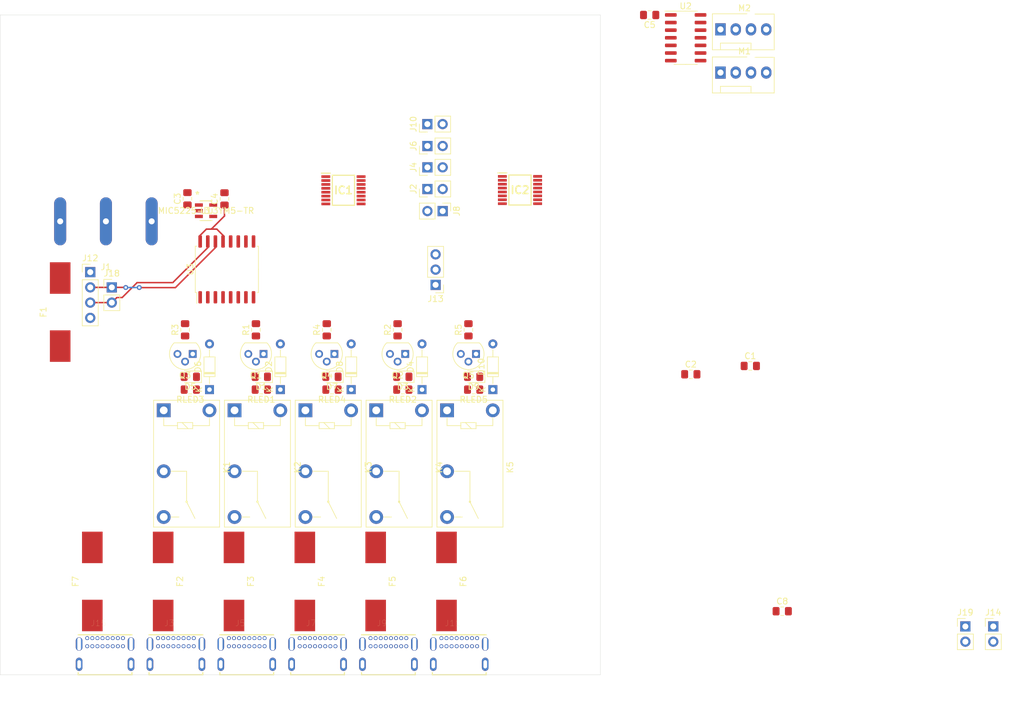
<source format=kicad_pcb>
(kicad_pcb (version 20171130) (host pcbnew "(5.1.5)-3")

  (general
    (thickness 1.6)
    (drawings 7)
    (tracks 30)
    (zones 0)
    (modules 67)
    (nets 123)
  )

  (page A4)
  (layers
    (0 F.Cu signal)
    (31 B.Cu signal)
    (32 B.Adhes user)
    (33 F.Adhes user)
    (34 B.Paste user)
    (35 F.Paste user)
    (36 B.SilkS user)
    (37 F.SilkS user)
    (38 B.Mask user)
    (39 F.Mask user)
    (40 Dwgs.User user)
    (41 Cmts.User user)
    (42 Eco1.User user)
    (43 Eco2.User user)
    (44 Edge.Cuts user)
    (45 Margin user)
    (46 B.CrtYd user)
    (47 F.CrtYd user)
    (48 B.Fab user)
    (49 F.Fab user)
  )

  (setup
    (last_trace_width 0.25)
    (trace_clearance 0.2)
    (zone_clearance 0.508)
    (zone_45_only no)
    (trace_min 0.2)
    (via_size 0.8)
    (via_drill 0.4)
    (via_min_size 0.4)
    (via_min_drill 0.3)
    (uvia_size 0.3)
    (uvia_drill 0.1)
    (uvias_allowed no)
    (uvia_min_size 0.2)
    (uvia_min_drill 0.1)
    (edge_width 0.05)
    (segment_width 0.2)
    (pcb_text_width 0.3)
    (pcb_text_size 1.5 1.5)
    (mod_edge_width 0.12)
    (mod_text_size 1 1)
    (mod_text_width 0.15)
    (pad_size 1.3 1.3)
    (pad_drill 0.75)
    (pad_to_mask_clearance 0.051)
    (solder_mask_min_width 0.25)
    (aux_axis_origin 0 0)
    (visible_elements 7FFFFFFF)
    (pcbplotparams
      (layerselection 0x010fc_ffffffff)
      (usegerberextensions false)
      (usegerberattributes false)
      (usegerberadvancedattributes false)
      (creategerberjobfile false)
      (excludeedgelayer true)
      (linewidth 0.100000)
      (plotframeref false)
      (viasonmask false)
      (mode 1)
      (useauxorigin false)
      (hpglpennumber 1)
      (hpglpenspeed 20)
      (hpglpendiameter 15.000000)
      (psnegative false)
      (psa4output false)
      (plotreference true)
      (plotvalue true)
      (plotinvisibletext false)
      (padsonsilk false)
      (subtractmaskfromsilk false)
      (outputformat 1)
      (mirror false)
      (drillshape 0)
      (scaleselection 1)
      (outputdirectory ""))
  )

  (net 0 "")
  (net 1 GND)
  (net 2 "Net-(D1-Pad2)")
  (net 3 "Net-(D1-Pad1)")
  (net 4 VCC)
  (net 5 "Net-(D3-Pad1)")
  (net 6 "Net-(D3-Pad2)")
  (net 7 "Net-(D5-Pad1)")
  (net 8 "Net-(D5-Pad2)")
  (net 9 "Net-(D7-Pad2)")
  (net 10 "Net-(D7-Pad1)")
  (net 11 "Net-(D10-Pad2)")
  (net 12 "Net-(D9-Pad2)")
  (net 13 "Net-(F2-Pad1)")
  (net 14 "Net-(F2-Pad2)")
  (net 15 "Net-(F3-Pad2)")
  (net 16 "Net-(F3-Pad1)")
  (net 17 "Net-(F4-Pad1)")
  (net 18 "Net-(F4-Pad2)")
  (net 19 "Net-(F5-Pad1)")
  (net 20 "Net-(F5-Pad2)")
  (net 21 "Net-(F6-Pad2)")
  (net 22 "Net-(F6-Pad1)")
  (net 23 "Net-(J3-PadB5)")
  (net 24 "Net-(J3-PadA5)")
  (net 25 "Net-(J5-PadA5)")
  (net 26 "Net-(J5-PadB5)")
  (net 27 "Net-(J7-PadB5)")
  (net 28 "Net-(J7-PadA5)")
  (net 29 "Net-(J9-PadA5)")
  (net 30 "Net-(J9-PadB5)")
  (net 31 "Net-(J11-PadA5)")
  (net 32 "Net-(J11-PadB5)")
  (net 33 "Net-(J15-PadB5)")
  (net 34 "Net-(J15-PadA5)")
  (net 35 "Net-(Q1-Pad2)")
  (net 36 "Net-(Q2-Pad2)")
  (net 37 "Net-(Q3-Pad2)")
  (net 38 "Net-(Q4-Pad2)")
  (net 39 "Net-(Q5-Pad2)")
  (net 40 /PiCl_relay1/E)
  (net 41 "Net-(U1-Pad4)")
  (net 42 3V3)
  (net 43 "Net-(F1-Pad1)")
  (net 44 FVCC)
  (net 45 "Net-(F7-Pad2)")
  (net 46 Rx3)
  (net 47 Rx2)
  (net 48 Rx1)
  (net 49 Rx4)
  (net 50 SS1)
  (net 51 SS2)
  (net 52 SS3)
  (net 53 "Net-(IC1-Pad7)")
  (net 54 SE)
  (net 55 "Net-(IC1-Pad5)")
  (net 56 "Net-(IC1-Pad4)")
  (net 57 MTx)
  (net 58 "Net-(IC1-Pad2)")
  (net 59 Rx5)
  (net 60 Tx5)
  (net 61 "Net-(IC2-Pad2)")
  (net 62 MRx)
  (net 63 "Net-(IC2-Pad4)")
  (net 64 "Net-(IC2-Pad5)")
  (net 65 "Net-(IC2-Pad7)")
  (net 66 Tx4)
  (net 67 Tx1)
  (net 68 Tx2)
  (net 69 Tx3)
  (net 70 "Net-(J3-PadB8)")
  (net 71 "Net-(J3-PadB7)")
  (net 72 "Net-(J3-PadB6)")
  (net 73 "Net-(J3-PadA8)")
  (net 74 "Net-(J3-PadA7)")
  (net 75 "Net-(J3-PadA6)")
  (net 76 "Net-(J5-PadA6)")
  (net 77 "Net-(J5-PadA7)")
  (net 78 "Net-(J5-PadA8)")
  (net 79 "Net-(J5-PadB6)")
  (net 80 "Net-(J5-PadB7)")
  (net 81 "Net-(J5-PadB8)")
  (net 82 "Net-(J7-PadB8)")
  (net 83 "Net-(J7-PadB7)")
  (net 84 "Net-(J7-PadB6)")
  (net 85 "Net-(J7-PadA8)")
  (net 86 "Net-(J7-PadA7)")
  (net 87 "Net-(J7-PadA6)")
  (net 88 "Net-(J9-PadA6)")
  (net 89 "Net-(J9-PadA7)")
  (net 90 "Net-(J9-PadA8)")
  (net 91 "Net-(J9-PadB6)")
  (net 92 "Net-(J9-PadB7)")
  (net 93 "Net-(J9-PadB8)")
  (net 94 "Net-(J11-PadA6)")
  (net 95 "Net-(J11-PadA7)")
  (net 96 "Net-(J11-PadA8)")
  (net 97 "Net-(J11-PadB6)")
  (net 98 "Net-(J11-PadB7)")
  (net 99 "Net-(J11-PadB8)")
  (net 100 "Net-(J15-PadB8)")
  (net 101 "Net-(J15-PadB7)")
  (net 102 "Net-(J15-PadB6)")
  (net 103 "Net-(J15-PadA8)")
  (net 104 "Net-(J15-PadA7)")
  (net 105 "Net-(J15-PadA6)")
  (net 106 /sheet5E9D210F/E)
  (net 107 /sheet5E9E3F57/E)
  (net 108 /sheet5E9E6EC9/E)
  (net 109 /sheet5E9E9D9B/E)
  (net 110 "Net-(J19-Pad1)")
  (net 111 "Net-(J19-Pad2)")
  (net 112 SDA)
  (net 113 SCL)
  (net 114 "Net-(M1-Pad4)")
  (net 115 "Net-(M1-Pad3)")
  (net 116 "Net-(M2-Pad3)")
  (net 117 "Net-(M2-Pad4)")
  (net 118 "Net-(U2-Pad2)")
  (net 119 "Net-(U2-Pad3)")
  (net 120 "Net-(U2-Pad5)")
  (net 121 "Net-(U2-Pad10)")
  (net 122 "Net-(U2-Pad11)")

  (net_class Default "This is the default net class."
    (clearance 0.2)
    (trace_width 0.25)
    (via_dia 0.8)
    (via_drill 0.4)
    (uvia_dia 0.3)
    (uvia_drill 0.1)
    (add_net /PiCl_relay1/E)
    (add_net /sheet5E9D210F/E)
    (add_net /sheet5E9E3F57/E)
    (add_net /sheet5E9E6EC9/E)
    (add_net /sheet5E9E9D9B/E)
    (add_net 3V3)
    (add_net FVCC)
    (add_net GND)
    (add_net MRx)
    (add_net MTx)
    (add_net "Net-(D1-Pad1)")
    (add_net "Net-(D1-Pad2)")
    (add_net "Net-(D10-Pad2)")
    (add_net "Net-(D3-Pad1)")
    (add_net "Net-(D3-Pad2)")
    (add_net "Net-(D5-Pad1)")
    (add_net "Net-(D5-Pad2)")
    (add_net "Net-(D7-Pad1)")
    (add_net "Net-(D7-Pad2)")
    (add_net "Net-(D9-Pad2)")
    (add_net "Net-(F1-Pad1)")
    (add_net "Net-(F2-Pad1)")
    (add_net "Net-(F2-Pad2)")
    (add_net "Net-(F3-Pad1)")
    (add_net "Net-(F3-Pad2)")
    (add_net "Net-(F4-Pad1)")
    (add_net "Net-(F4-Pad2)")
    (add_net "Net-(F5-Pad1)")
    (add_net "Net-(F5-Pad2)")
    (add_net "Net-(F6-Pad1)")
    (add_net "Net-(F6-Pad2)")
    (add_net "Net-(F7-Pad2)")
    (add_net "Net-(IC1-Pad2)")
    (add_net "Net-(IC1-Pad4)")
    (add_net "Net-(IC1-Pad5)")
    (add_net "Net-(IC1-Pad7)")
    (add_net "Net-(IC2-Pad2)")
    (add_net "Net-(IC2-Pad4)")
    (add_net "Net-(IC2-Pad5)")
    (add_net "Net-(IC2-Pad7)")
    (add_net "Net-(J11-PadA5)")
    (add_net "Net-(J11-PadA6)")
    (add_net "Net-(J11-PadA7)")
    (add_net "Net-(J11-PadA8)")
    (add_net "Net-(J11-PadB5)")
    (add_net "Net-(J11-PadB6)")
    (add_net "Net-(J11-PadB7)")
    (add_net "Net-(J11-PadB8)")
    (add_net "Net-(J15-PadA5)")
    (add_net "Net-(J15-PadA6)")
    (add_net "Net-(J15-PadA7)")
    (add_net "Net-(J15-PadA8)")
    (add_net "Net-(J15-PadB5)")
    (add_net "Net-(J15-PadB6)")
    (add_net "Net-(J15-PadB7)")
    (add_net "Net-(J15-PadB8)")
    (add_net "Net-(J19-Pad1)")
    (add_net "Net-(J19-Pad2)")
    (add_net "Net-(J3-PadA5)")
    (add_net "Net-(J3-PadA6)")
    (add_net "Net-(J3-PadA7)")
    (add_net "Net-(J3-PadA8)")
    (add_net "Net-(J3-PadB5)")
    (add_net "Net-(J3-PadB6)")
    (add_net "Net-(J3-PadB7)")
    (add_net "Net-(J3-PadB8)")
    (add_net "Net-(J5-PadA5)")
    (add_net "Net-(J5-PadA6)")
    (add_net "Net-(J5-PadA7)")
    (add_net "Net-(J5-PadA8)")
    (add_net "Net-(J5-PadB5)")
    (add_net "Net-(J5-PadB6)")
    (add_net "Net-(J5-PadB7)")
    (add_net "Net-(J5-PadB8)")
    (add_net "Net-(J7-PadA5)")
    (add_net "Net-(J7-PadA6)")
    (add_net "Net-(J7-PadA7)")
    (add_net "Net-(J7-PadA8)")
    (add_net "Net-(J7-PadB5)")
    (add_net "Net-(J7-PadB6)")
    (add_net "Net-(J7-PadB7)")
    (add_net "Net-(J7-PadB8)")
    (add_net "Net-(J9-PadA5)")
    (add_net "Net-(J9-PadA6)")
    (add_net "Net-(J9-PadA7)")
    (add_net "Net-(J9-PadA8)")
    (add_net "Net-(J9-PadB5)")
    (add_net "Net-(J9-PadB6)")
    (add_net "Net-(J9-PadB7)")
    (add_net "Net-(J9-PadB8)")
    (add_net "Net-(M1-Pad3)")
    (add_net "Net-(M1-Pad4)")
    (add_net "Net-(M2-Pad3)")
    (add_net "Net-(M2-Pad4)")
    (add_net "Net-(Q1-Pad2)")
    (add_net "Net-(Q2-Pad2)")
    (add_net "Net-(Q3-Pad2)")
    (add_net "Net-(Q4-Pad2)")
    (add_net "Net-(Q5-Pad2)")
    (add_net "Net-(U1-Pad4)")
    (add_net "Net-(U2-Pad10)")
    (add_net "Net-(U2-Pad11)")
    (add_net "Net-(U2-Pad2)")
    (add_net "Net-(U2-Pad3)")
    (add_net "Net-(U2-Pad5)")
    (add_net Rx1)
    (add_net Rx2)
    (add_net Rx3)
    (add_net Rx4)
    (add_net Rx5)
    (add_net SCL)
    (add_net SDA)
    (add_net SE)
    (add_net SS1)
    (add_net SS2)
    (add_net SS3)
    (add_net Tx1)
    (add_net Tx2)
    (add_net Tx3)
    (add_net Tx4)
    (add_net Tx5)
    (add_net VCC)
  )

  (net_class "PSU 5v" ""
    (clearance 0.2)
    (trace_width 8.09)
    (via_dia 0.8)
    (via_drill 0.4)
    (uvia_dia 0.3)
    (uvia_drill 0.1)
  )

  (net_class "RLY 5v" ""
    (clearance 0.2)
    (trace_width 0.7)
    (via_dia 0.8)
    (via_drill 0.4)
    (uvia_dia 0.3)
    (uvia_drill 0.1)
  )

  (module Connector:FanPinHeader_1x04_P2.54mm_Vertical (layer F.Cu) (tedit 5A19DE55) (tstamp 5E796863)
    (at 300 39.6)
    (descr "4-pin CPU fan Through hole pin header, e.g. for Wieson part number 2366C888-007 Molex 47053-1000, Foxconn HF27040-M1, Tyco 1470947-1 or equivalent, see http://www.formfactors.org/developer%5Cspecs%5Crev1_2_public.pdf")
    (tags "pin header 4-pin CPU fan")
    (path /5E798ED3)
    (fp_text reference M1 (at 4 -3.55) (layer F.SilkS)
      (effects (font (size 1 1) (thickness 0.15)))
    )
    (fp_text value Fan_4pin (at 4.05 4.35) (layer F.Fab)
      (effects (font (size 1 1) (thickness 0.15)))
    )
    (fp_line (start 9.35 -3.2) (end 9.35 3.8) (layer F.CrtYd) (width 0.05))
    (fp_line (start 9.35 -3.2) (end -1.75 -3.2) (layer F.CrtYd) (width 0.05))
    (fp_line (start -1.75 3.8) (end 9.35 3.8) (layer F.CrtYd) (width 0.05))
    (fp_line (start -1.75 3.8) (end -1.75 -3.2) (layer F.CrtYd) (width 0.05))
    (fp_line (start 5.08 2.29) (end 5.08 3.3) (layer F.SilkS) (width 0.12))
    (fp_line (start 0 2.29) (end 5.08 2.29) (layer F.SilkS) (width 0.12))
    (fp_line (start 0 3.3) (end 0 2.29) (layer F.SilkS) (width 0.12))
    (fp_line (start -1.25 -2.5) (end 4.4 -2.5) (layer F.Fab) (width 0.1))
    (fp_line (start -1.25 3.3) (end -1.25 -2.5) (layer F.Fab) (width 0.1))
    (fp_line (start -1.2 3.3) (end -1.25 3.3) (layer F.Fab) (width 0.1))
    (fp_line (start 8.85 3.3) (end -1.2 3.3) (layer F.Fab) (width 0.1))
    (fp_line (start 8.85 -2.5) (end 8.85 3.3) (layer F.Fab) (width 0.1))
    (fp_line (start 5.75 -2.5) (end 8.85 -2.5) (layer F.Fab) (width 0.1))
    (fp_line (start 0 2.3) (end 0 3.3) (layer F.Fab) (width 0.1))
    (fp_line (start 5.1 2.3) (end 0 2.3) (layer F.Fab) (width 0.1))
    (fp_line (start 5.1 3.3) (end 5.1 2.3) (layer F.Fab) (width 0.1))
    (fp_line (start -1.35 3.4) (end -1.35 -2.6) (layer F.SilkS) (width 0.12))
    (fp_line (start 8.95 3.4) (end -1.35 3.4) (layer F.SilkS) (width 0.12))
    (fp_line (start 8.95 -2.55) (end 8.95 3.4) (layer F.SilkS) (width 0.12))
    (fp_line (start 5.75 -2.55) (end 8.95 -2.55) (layer F.SilkS) (width 0.12))
    (fp_line (start -1.35 -2.6) (end 4.4 -2.6) (layer F.SilkS) (width 0.12))
    (fp_text user %R (at 1.85 -1.75) (layer F.Fab)
      (effects (font (size 1 1) (thickness 0.15)))
    )
    (pad "" np_thru_hole circle (at 5.08 -2.16 90) (size 1.1 1.1) (drill 1.1) (layers *.Cu *.Mask))
    (pad 4 thru_hole oval (at 7.62 0 90) (size 2.03 1.73) (drill 1.02) (layers *.Cu *.Mask)
      (net 114 "Net-(M1-Pad4)"))
    (pad 3 thru_hole oval (at 5.08 0 90) (size 2.03 1.73) (drill 1.02) (layers *.Cu *.Mask)
      (net 115 "Net-(M1-Pad3)"))
    (pad 2 thru_hole oval (at 2.54 0 90) (size 2.03 1.73) (drill 1.02) (layers *.Cu *.Mask)
      (net 4 VCC))
    (pad 1 thru_hole rect (at 0 0 90) (size 2.03 1.73) (drill 1.02) (layers *.Cu *.Mask)
      (net 1 GND))
    (model ${KISYS3DMOD}/Connector.3dshapes/FanPinHeader_1x04_P2.54mm_Vertical.wrl
      (at (xyz 0 0 0))
      (scale (xyz 1 1 1))
      (rotate (xyz 0 0 0))
    )
  )

  (module Resistor_SMD:R_0805_2012Metric_Pad1.15x1.40mm_HandSolder (layer F.Cu) (tedit 5B36C52B) (tstamp 5E797242)
    (at 211.68 92.454999 180)
    (descr "Resistor SMD 0805 (2012 Metric), square (rectangular) end terminal, IPC_7351 nominal with elongated pad for handsoldering. (Body size source: https://docs.google.com/spreadsheets/d/1BsfQQcO9C6DZCsRaXUlFlo91Tg2WpOkGARC1WS5S8t0/edit?usp=sharing), generated with kicad-footprint-generator")
    (tags "resistor handsolder")
    (path /5E9E3F5C/5E7CECB9)
    (attr smd)
    (fp_text reference RLED3 (at 0 -1.65) (layer F.SilkS)
      (effects (font (size 1 1) (thickness 0.15)))
    )
    (fp_text value 150R (at 0 1.65) (layer F.Fab)
      (effects (font (size 1 1) (thickness 0.15)))
    )
    (fp_line (start -1 0.6) (end -1 -0.6) (layer F.Fab) (width 0.1))
    (fp_line (start -1 -0.6) (end 1 -0.6) (layer F.Fab) (width 0.1))
    (fp_line (start 1 -0.6) (end 1 0.6) (layer F.Fab) (width 0.1))
    (fp_line (start 1 0.6) (end -1 0.6) (layer F.Fab) (width 0.1))
    (fp_line (start -0.261252 -0.71) (end 0.261252 -0.71) (layer F.SilkS) (width 0.12))
    (fp_line (start -0.261252 0.71) (end 0.261252 0.71) (layer F.SilkS) (width 0.12))
    (fp_line (start -1.85 0.95) (end -1.85 -0.95) (layer F.CrtYd) (width 0.05))
    (fp_line (start -1.85 -0.95) (end 1.85 -0.95) (layer F.CrtYd) (width 0.05))
    (fp_line (start 1.85 -0.95) (end 1.85 0.95) (layer F.CrtYd) (width 0.05))
    (fp_line (start 1.85 0.95) (end -1.85 0.95) (layer F.CrtYd) (width 0.05))
    (fp_text user %R (at 0 0) (layer F.Fab)
      (effects (font (size 0.5 0.5) (thickness 0.08)))
    )
    (pad 1 smd roundrect (at -1.025 0 180) (size 1.15 1.4) (layers F.Cu F.Paste F.Mask) (roundrect_rratio 0.217391)
      (net 4 VCC))
    (pad 2 smd roundrect (at 1.025 0 180) (size 1.15 1.4) (layers F.Cu F.Paste F.Mask) (roundrect_rratio 0.217391)
      (net 8 "Net-(D5-Pad2)"))
    (model ${KISYS3DMOD}/Resistor_SMD.3dshapes/R_0805_2012Metric.wrl
      (at (xyz 0 0 0))
      (scale (xyz 1 1 1))
      (rotate (xyz 0 0 0))
    )
  )

  (module PiCl:10030_SMD_handsolder (layer F.Cu) (tedit 5E712C06) (tstamp 5E797190)
    (at 218.955 124.435 90)
    (path /5E9D2114/5E7CEC9F)
    (fp_text reference F3 (at 0 2.8 90) (layer F.SilkS)
      (effects (font (size 1 1) (thickness 0.15)))
    )
    (fp_text value Fuse (at 0 -2.55 90) (layer F.Fab)
      (effects (font (size 1 1) (thickness 0.15)))
    )
    (fp_line (start 8.4 -1.82) (end -8.4 -1.82) (layer F.CrtYd) (width 0.12))
    (fp_line (start 8.4 1.82) (end 8.4 -1.82) (layer F.CrtYd) (width 0.12))
    (fp_line (start -8.4 1.82) (end 8.4 1.82) (layer F.CrtYd) (width 0.12))
    (fp_line (start -8.4 -1.82) (end -8.4 1.82) (layer F.CrtYd) (width 0.12))
    (pad 2 smd rect (at 4.675 0 90) (size 5.25 3.43) (drill (offset 1 0)) (layers F.Cu F.Paste F.Mask)
      (net 15 "Net-(F3-Pad2)"))
    (pad 1 smd rect (at -4.675 0 90) (size 5.25 3.43) (drill (offset -1 0)) (layers F.Cu F.Paste F.Mask)
      (net 16 "Net-(F3-Pad1)"))
  )

  (module Capacitor_SMD:C_0805_2012Metric_Pad1.15x1.40mm_HandSolder (layer F.Cu) (tedit 5B36C52B) (tstamp 5E797137)
    (at 304.965001 88.505001)
    (descr "Capacitor SMD 0805 (2012 Metric), square (rectangular) end terminal, IPC_7351 nominal with elongated pad for handsoldering. (Body size source: https://docs.google.com/spreadsheets/d/1BsfQQcO9C6DZCsRaXUlFlo91Tg2WpOkGARC1WS5S8t0/edit?usp=sharing), generated with kicad-footprint-generator")
    (tags "capacitor handsolder")
    (path /5EB63C5D)
    (attr smd)
    (fp_text reference C1 (at 0 -1.65) (layer F.SilkS)
      (effects (font (size 1 1) (thickness 0.15)))
    )
    (fp_text value 0.1u (at 0 1.65) (layer F.Fab)
      (effects (font (size 1 1) (thickness 0.15)))
    )
    (fp_line (start -1 0.6) (end -1 -0.6) (layer F.Fab) (width 0.1))
    (fp_line (start -1 -0.6) (end 1 -0.6) (layer F.Fab) (width 0.1))
    (fp_line (start 1 -0.6) (end 1 0.6) (layer F.Fab) (width 0.1))
    (fp_line (start 1 0.6) (end -1 0.6) (layer F.Fab) (width 0.1))
    (fp_line (start -0.261252 -0.71) (end 0.261252 -0.71) (layer F.SilkS) (width 0.12))
    (fp_line (start -0.261252 0.71) (end 0.261252 0.71) (layer F.SilkS) (width 0.12))
    (fp_line (start -1.85 0.95) (end -1.85 -0.95) (layer F.CrtYd) (width 0.05))
    (fp_line (start -1.85 -0.95) (end 1.85 -0.95) (layer F.CrtYd) (width 0.05))
    (fp_line (start 1.85 -0.95) (end 1.85 0.95) (layer F.CrtYd) (width 0.05))
    (fp_line (start 1.85 0.95) (end -1.85 0.95) (layer F.CrtYd) (width 0.05))
    (fp_text user %R (at 0 0) (layer F.Fab)
      (effects (font (size 0.5 0.5) (thickness 0.08)))
    )
    (pad 1 smd roundrect (at -1.025 0) (size 1.15 1.4) (layers F.Cu F.Paste F.Mask) (roundrect_rratio 0.217391)
      (net 1 GND))
    (pad 2 smd roundrect (at 1.025 0) (size 1.15 1.4) (layers F.Cu F.Paste F.Mask) (roundrect_rratio 0.217391)
      (net 42 3V3))
    (model ${KISYS3DMOD}/Capacitor_SMD.3dshapes/C_0805_2012Metric.wrl
      (at (xyz 0 0 0))
      (scale (xyz 1 1 1))
      (rotate (xyz 0 0 0))
    )
  )

  (module Capacitor_SMD:C_0805_2012Metric_Pad1.15x1.40mm_HandSolder (layer F.Cu) (tedit 5B36C52B) (tstamp 5E797272)
    (at 295.055001 89.895001)
    (descr "Capacitor SMD 0805 (2012 Metric), square (rectangular) end terminal, IPC_7351 nominal with elongated pad for handsoldering. (Body size source: https://docs.google.com/spreadsheets/d/1BsfQQcO9C6DZCsRaXUlFlo91Tg2WpOkGARC1WS5S8t0/edit?usp=sharing), generated with kicad-footprint-generator")
    (tags "capacitor handsolder")
    (path /5EB66F07)
    (attr smd)
    (fp_text reference C2 (at 0 -1.65) (layer F.SilkS)
      (effects (font (size 1 1) (thickness 0.15)))
    )
    (fp_text value 0.1u (at 0 1.65) (layer F.Fab)
      (effects (font (size 1 1) (thickness 0.15)))
    )
    (fp_line (start -1 0.6) (end -1 -0.6) (layer F.Fab) (width 0.1))
    (fp_line (start -1 -0.6) (end 1 -0.6) (layer F.Fab) (width 0.1))
    (fp_line (start 1 -0.6) (end 1 0.6) (layer F.Fab) (width 0.1))
    (fp_line (start 1 0.6) (end -1 0.6) (layer F.Fab) (width 0.1))
    (fp_line (start -0.261252 -0.71) (end 0.261252 -0.71) (layer F.SilkS) (width 0.12))
    (fp_line (start -0.261252 0.71) (end 0.261252 0.71) (layer F.SilkS) (width 0.12))
    (fp_line (start -1.85 0.95) (end -1.85 -0.95) (layer F.CrtYd) (width 0.05))
    (fp_line (start -1.85 -0.95) (end 1.85 -0.95) (layer F.CrtYd) (width 0.05))
    (fp_line (start 1.85 -0.95) (end 1.85 0.95) (layer F.CrtYd) (width 0.05))
    (fp_line (start 1.85 0.95) (end -1.85 0.95) (layer F.CrtYd) (width 0.05))
    (fp_text user %R (at 0 0) (layer F.Fab)
      (effects (font (size 0.5 0.5) (thickness 0.08)))
    )
    (pad 1 smd roundrect (at -1.025 0) (size 1.15 1.4) (layers F.Cu F.Paste F.Mask) (roundrect_rratio 0.217391)
      (net 1 GND))
    (pad 2 smd roundrect (at 1.025 0) (size 1.15 1.4) (layers F.Cu F.Paste F.Mask) (roundrect_rratio 0.217391)
      (net 42 3V3))
    (model ${KISYS3DMOD}/Capacitor_SMD.3dshapes/C_0805_2012Metric.wrl
      (at (xyz 0 0 0))
      (scale (xyz 1 1 1))
      (rotate (xyz 0 0 0))
    )
  )

  (module Capacitor_SMD:C_0805_2012Metric_Pad1.15x1.40mm_HandSolder (layer F.Cu) (tedit 5B36C52B) (tstamp 5E7971B2)
    (at 211.2 60.635 90)
    (descr "Capacitor SMD 0805 (2012 Metric), square (rectangular) end terminal, IPC_7351 nominal with elongated pad for handsoldering. (Body size source: https://docs.google.com/spreadsheets/d/1BsfQQcO9C6DZCsRaXUlFlo91Tg2WpOkGARC1WS5S8t0/edit?usp=sharing), generated with kicad-footprint-generator")
    (tags "capacitor handsolder")
    (path /5EB583E6)
    (attr smd)
    (fp_text reference C3 (at 0 -1.65 90) (layer F.SilkS)
      (effects (font (size 1 1) (thickness 0.15)))
    )
    (fp_text value 1u (at 0 1.65 90) (layer F.Fab)
      (effects (font (size 1 1) (thickness 0.15)))
    )
    (fp_text user %R (at 0 0 90) (layer F.Fab)
      (effects (font (size 0.5 0.5) (thickness 0.08)))
    )
    (fp_line (start 1.85 0.95) (end -1.85 0.95) (layer F.CrtYd) (width 0.05))
    (fp_line (start 1.85 -0.95) (end 1.85 0.95) (layer F.CrtYd) (width 0.05))
    (fp_line (start -1.85 -0.95) (end 1.85 -0.95) (layer F.CrtYd) (width 0.05))
    (fp_line (start -1.85 0.95) (end -1.85 -0.95) (layer F.CrtYd) (width 0.05))
    (fp_line (start -0.261252 0.71) (end 0.261252 0.71) (layer F.SilkS) (width 0.12))
    (fp_line (start -0.261252 -0.71) (end 0.261252 -0.71) (layer F.SilkS) (width 0.12))
    (fp_line (start 1 0.6) (end -1 0.6) (layer F.Fab) (width 0.1))
    (fp_line (start 1 -0.6) (end 1 0.6) (layer F.Fab) (width 0.1))
    (fp_line (start -1 -0.6) (end 1 -0.6) (layer F.Fab) (width 0.1))
    (fp_line (start -1 0.6) (end -1 -0.6) (layer F.Fab) (width 0.1))
    (pad 2 smd roundrect (at 1.025 0 90) (size 1.15 1.4) (layers F.Cu F.Paste F.Mask) (roundrect_rratio 0.217391)
      (net 1 GND))
    (pad 1 smd roundrect (at -1.025 0 90) (size 1.15 1.4) (layers F.Cu F.Paste F.Mask) (roundrect_rratio 0.217391)
      (net 4 VCC))
    (model ${KISYS3DMOD}/Capacitor_SMD.3dshapes/C_0805_2012Metric.wrl
      (at (xyz 0 0 0))
      (scale (xyz 1 1 1))
      (rotate (xyz 0 0 0))
    )
  )

  (module Capacitor_SMD:C_0805_2012Metric_Pad1.15x1.40mm_HandSolder (layer F.Cu) (tedit 5B36C52B) (tstamp 5E797212)
    (at 217.37 60.655 90)
    (descr "Capacitor SMD 0805 (2012 Metric), square (rectangular) end terminal, IPC_7351 nominal with elongated pad for handsoldering. (Body size source: https://docs.google.com/spreadsheets/d/1BsfQQcO9C6DZCsRaXUlFlo91Tg2WpOkGARC1WS5S8t0/edit?usp=sharing), generated with kicad-footprint-generator")
    (tags "capacitor handsolder")
    (path /5EB583DC)
    (attr smd)
    (fp_text reference C4 (at 0 -1.65 90) (layer F.SilkS)
      (effects (font (size 1 1) (thickness 0.15)))
    )
    (fp_text value 2.2u (at 0 1.65 90) (layer F.Fab)
      (effects (font (size 1 1) (thickness 0.15)))
    )
    (fp_line (start -1 0.6) (end -1 -0.6) (layer F.Fab) (width 0.1))
    (fp_line (start -1 -0.6) (end 1 -0.6) (layer F.Fab) (width 0.1))
    (fp_line (start 1 -0.6) (end 1 0.6) (layer F.Fab) (width 0.1))
    (fp_line (start 1 0.6) (end -1 0.6) (layer F.Fab) (width 0.1))
    (fp_line (start -0.261252 -0.71) (end 0.261252 -0.71) (layer F.SilkS) (width 0.12))
    (fp_line (start -0.261252 0.71) (end 0.261252 0.71) (layer F.SilkS) (width 0.12))
    (fp_line (start -1.85 0.95) (end -1.85 -0.95) (layer F.CrtYd) (width 0.05))
    (fp_line (start -1.85 -0.95) (end 1.85 -0.95) (layer F.CrtYd) (width 0.05))
    (fp_line (start 1.85 -0.95) (end 1.85 0.95) (layer F.CrtYd) (width 0.05))
    (fp_line (start 1.85 0.95) (end -1.85 0.95) (layer F.CrtYd) (width 0.05))
    (fp_text user %R (at 0 0 90) (layer F.Fab)
      (effects (font (size 0.5 0.5) (thickness 0.08)))
    )
    (pad 1 smd roundrect (at -1.025 0 90) (size 1.15 1.4) (layers F.Cu F.Paste F.Mask) (roundrect_rratio 0.217391)
      (net 42 3V3))
    (pad 2 smd roundrect (at 1.025 0 90) (size 1.15 1.4) (layers F.Cu F.Paste F.Mask) (roundrect_rratio 0.217391)
      (net 1 GND))
    (model ${KISYS3DMOD}/Capacitor_SMD.3dshapes/C_0805_2012Metric.wrl
      (at (xyz 0 0 0))
      (scale (xyz 1 1 1))
      (rotate (xyz 0 0 0))
    )
  )

  (module Capacitor_SMD:C_0805_2012Metric_Pad1.15x1.40mm_HandSolder (layer F.Cu) (tedit 5B36C52B) (tstamp 5E797167)
    (at 288.2 30 180)
    (descr "Capacitor SMD 0805 (2012 Metric), square (rectangular) end terminal, IPC_7351 nominal with elongated pad for handsoldering. (Body size source: https://docs.google.com/spreadsheets/d/1BsfQQcO9C6DZCsRaXUlFlo91Tg2WpOkGARC1WS5S8t0/edit?usp=sharing), generated with kicad-footprint-generator")
    (tags "capacitor handsolder")
    (path /5E798EBD)
    (attr smd)
    (fp_text reference C5 (at 0 -1.65) (layer F.SilkS)
      (effects (font (size 1 1) (thickness 0.15)))
    )
    (fp_text value 0.1u (at 0 1.65) (layer F.Fab)
      (effects (font (size 1 1) (thickness 0.15)))
    )
    (fp_text user %R (at 0 0) (layer F.Fab)
      (effects (font (size 0.5 0.5) (thickness 0.08)))
    )
    (fp_line (start 1.85 0.95) (end -1.85 0.95) (layer F.CrtYd) (width 0.05))
    (fp_line (start 1.85 -0.95) (end 1.85 0.95) (layer F.CrtYd) (width 0.05))
    (fp_line (start -1.85 -0.95) (end 1.85 -0.95) (layer F.CrtYd) (width 0.05))
    (fp_line (start -1.85 0.95) (end -1.85 -0.95) (layer F.CrtYd) (width 0.05))
    (fp_line (start -0.261252 0.71) (end 0.261252 0.71) (layer F.SilkS) (width 0.12))
    (fp_line (start -0.261252 -0.71) (end 0.261252 -0.71) (layer F.SilkS) (width 0.12))
    (fp_line (start 1 0.6) (end -1 0.6) (layer F.Fab) (width 0.1))
    (fp_line (start 1 -0.6) (end 1 0.6) (layer F.Fab) (width 0.1))
    (fp_line (start -1 -0.6) (end 1 -0.6) (layer F.Fab) (width 0.1))
    (fp_line (start -1 0.6) (end -1 -0.6) (layer F.Fab) (width 0.1))
    (pad 2 smd roundrect (at 1.025 0 180) (size 1.15 1.4) (layers F.Cu F.Paste F.Mask) (roundrect_rratio 0.217391)
      (net 1 GND))
    (pad 1 smd roundrect (at -1.025 0 180) (size 1.15 1.4) (layers F.Cu F.Paste F.Mask) (roundrect_rratio 0.217391)
      (net 4 VCC))
    (model ${KISYS3DMOD}/Capacitor_SMD.3dshapes/C_0805_2012Metric.wrl
      (at (xyz 0 0 0))
      (scale (xyz 1 1 1))
      (rotate (xyz 0 0 0))
    )
  )

  (module Capacitor_SMD:C_0805_2012Metric_Pad1.15x1.40mm_HandSolder (layer F.Cu) (tedit 5B36C52B) (tstamp 5E7971E2)
    (at 310.285001 129.395001)
    (descr "Capacitor SMD 0805 (2012 Metric), square (rectangular) end terminal, IPC_7351 nominal with elongated pad for handsoldering. (Body size source: https://docs.google.com/spreadsheets/d/1BsfQQcO9C6DZCsRaXUlFlo91Tg2WpOkGARC1WS5S8t0/edit?usp=sharing), generated with kicad-footprint-generator")
    (tags "capacitor handsolder")
    (path /5E97D8A4/5EB05B59)
    (attr smd)
    (fp_text reference C8 (at 0 -1.65) (layer F.SilkS)
      (effects (font (size 1 1) (thickness 0.15)))
    )
    (fp_text value .1u (at 0 1.65) (layer F.Fab)
      (effects (font (size 1 1) (thickness 0.15)))
    )
    (fp_text user %R (at 0 0) (layer F.Fab)
      (effects (font (size 0.5 0.5) (thickness 0.08)))
    )
    (fp_line (start 1.85 0.95) (end -1.85 0.95) (layer F.CrtYd) (width 0.05))
    (fp_line (start 1.85 -0.95) (end 1.85 0.95) (layer F.CrtYd) (width 0.05))
    (fp_line (start -1.85 -0.95) (end 1.85 -0.95) (layer F.CrtYd) (width 0.05))
    (fp_line (start -1.85 0.95) (end -1.85 -0.95) (layer F.CrtYd) (width 0.05))
    (fp_line (start -0.261252 0.71) (end 0.261252 0.71) (layer F.SilkS) (width 0.12))
    (fp_line (start -0.261252 -0.71) (end 0.261252 -0.71) (layer F.SilkS) (width 0.12))
    (fp_line (start 1 0.6) (end -1 0.6) (layer F.Fab) (width 0.1))
    (fp_line (start 1 -0.6) (end 1 0.6) (layer F.Fab) (width 0.1))
    (fp_line (start -1 -0.6) (end 1 -0.6) (layer F.Fab) (width 0.1))
    (fp_line (start -1 0.6) (end -1 -0.6) (layer F.Fab) (width 0.1))
    (pad 2 smd roundrect (at 1.025 0) (size 1.15 1.4) (layers F.Cu F.Paste F.Mask) (roundrect_rratio 0.217391)
      (net 42 3V3))
    (pad 1 smd roundrect (at -1.025 0) (size 1.15 1.4) (layers F.Cu F.Paste F.Mask) (roundrect_rratio 0.217391)
      (net 1 GND))
    (model ${KISYS3DMOD}/Capacitor_SMD.3dshapes/C_0805_2012Metric.wrl
      (at (xyz 0 0 0))
      (scale (xyz 1 1 1))
      (rotate (xyz 0 0 0))
    )
  )

  (module LED_SMD:LED_0805_2012Metric_Pad1.15x1.40mm_HandSolder (layer F.Cu) (tedit 5B4B45C9) (tstamp 5E7976AC)
    (at 223.505 90.31 180)
    (descr "LED SMD 0805 (2012 Metric), square (rectangular) end terminal, IPC_7351 nominal, (Body size source: https://docs.google.com/spreadsheets/d/1BsfQQcO9C6DZCsRaXUlFlo91Tg2WpOkGARC1WS5S8t0/edit?usp=sharing), generated with kicad-footprint-generator")
    (tags "LED handsolder")
    (path /5E74A929/5E7CECB3)
    (attr smd)
    (fp_text reference D1 (at 0 -1.65) (layer F.SilkS)
      (effects (font (size 1 1) (thickness 0.15)))
    )
    (fp_text value LED (at 0 1.65) (layer F.Fab)
      (effects (font (size 1 1) (thickness 0.15)))
    )
    (fp_line (start 1 -0.6) (end -0.7 -0.6) (layer F.Fab) (width 0.1))
    (fp_line (start -0.7 -0.6) (end -1 -0.3) (layer F.Fab) (width 0.1))
    (fp_line (start -1 -0.3) (end -1 0.6) (layer F.Fab) (width 0.1))
    (fp_line (start -1 0.6) (end 1 0.6) (layer F.Fab) (width 0.1))
    (fp_line (start 1 0.6) (end 1 -0.6) (layer F.Fab) (width 0.1))
    (fp_line (start 1 -0.96) (end -1.86 -0.96) (layer F.SilkS) (width 0.12))
    (fp_line (start -1.86 -0.96) (end -1.86 0.96) (layer F.SilkS) (width 0.12))
    (fp_line (start -1.86 0.96) (end 1 0.96) (layer F.SilkS) (width 0.12))
    (fp_line (start -1.85 0.95) (end -1.85 -0.95) (layer F.CrtYd) (width 0.05))
    (fp_line (start -1.85 -0.95) (end 1.85 -0.95) (layer F.CrtYd) (width 0.05))
    (fp_line (start 1.85 -0.95) (end 1.85 0.95) (layer F.CrtYd) (width 0.05))
    (fp_line (start 1.85 0.95) (end -1.85 0.95) (layer F.CrtYd) (width 0.05))
    (fp_text user %R (at 0 0) (layer F.Fab)
      (effects (font (size 0.5 0.5) (thickness 0.08)))
    )
    (pad 1 smd roundrect (at -1.025 0 180) (size 1.15 1.4) (layers F.Cu F.Paste F.Mask) (roundrect_rratio 0.217391)
      (net 3 "Net-(D1-Pad1)"))
    (pad 2 smd roundrect (at 1.025 0 180) (size 1.15 1.4) (layers F.Cu F.Paste F.Mask) (roundrect_rratio 0.217391)
      (net 2 "Net-(D1-Pad2)"))
    (model ${KISYS3DMOD}/LED_SMD.3dshapes/LED_0805_2012Metric.wrl
      (at (xyz 0 0 0))
      (scale (xyz 1 1 1))
      (rotate (xyz 0 0 0))
    )
  )

  (module Diode_THT:D_DO-34_SOD68_P7.62mm_Horizontal (layer F.Cu) (tedit 5AE50CD5) (tstamp 5E797331)
    (at 226.68 92.454999 90)
    (descr "Diode, DO-34_SOD68 series, Axial, Horizontal, pin pitch=7.62mm, , length*diameter=3.04*1.6mm^2, , https://www.nxp.com/docs/en/data-sheet/KTY83_SER.pdf")
    (tags "Diode DO-34_SOD68 series Axial Horizontal pin pitch 7.62mm  length 3.04mm diameter 1.6mm")
    (path /5E74A929/5E7CECBF)
    (fp_text reference D2 (at 3.81 -1.92 90) (layer F.SilkS)
      (effects (font (size 1 1) (thickness 0.15)))
    )
    (fp_text value 1N4007 (at 3.81 1.92 90) (layer F.Fab)
      (effects (font (size 1 1) (thickness 0.15)))
    )
    (fp_line (start 2.29 -0.8) (end 2.29 0.8) (layer F.Fab) (width 0.1))
    (fp_line (start 2.29 0.8) (end 5.33 0.8) (layer F.Fab) (width 0.1))
    (fp_line (start 5.33 0.8) (end 5.33 -0.8) (layer F.Fab) (width 0.1))
    (fp_line (start 5.33 -0.8) (end 2.29 -0.8) (layer F.Fab) (width 0.1))
    (fp_line (start 0 0) (end 2.29 0) (layer F.Fab) (width 0.1))
    (fp_line (start 7.62 0) (end 5.33 0) (layer F.Fab) (width 0.1))
    (fp_line (start 2.746 -0.8) (end 2.746 0.8) (layer F.Fab) (width 0.1))
    (fp_line (start 2.846 -0.8) (end 2.846 0.8) (layer F.Fab) (width 0.1))
    (fp_line (start 2.646 -0.8) (end 2.646 0.8) (layer F.Fab) (width 0.1))
    (fp_line (start 2.17 -0.92) (end 2.17 0.92) (layer F.SilkS) (width 0.12))
    (fp_line (start 2.17 0.92) (end 5.45 0.92) (layer F.SilkS) (width 0.12))
    (fp_line (start 5.45 0.92) (end 5.45 -0.92) (layer F.SilkS) (width 0.12))
    (fp_line (start 5.45 -0.92) (end 2.17 -0.92) (layer F.SilkS) (width 0.12))
    (fp_line (start 0.99 0) (end 2.17 0) (layer F.SilkS) (width 0.12))
    (fp_line (start 6.63 0) (end 5.45 0) (layer F.SilkS) (width 0.12))
    (fp_line (start 2.746 -0.92) (end 2.746 0.92) (layer F.SilkS) (width 0.12))
    (fp_line (start 2.866 -0.92) (end 2.866 0.92) (layer F.SilkS) (width 0.12))
    (fp_line (start 2.626 -0.92) (end 2.626 0.92) (layer F.SilkS) (width 0.12))
    (fp_line (start -1 -1.05) (end -1 1.05) (layer F.CrtYd) (width 0.05))
    (fp_line (start -1 1.05) (end 8.63 1.05) (layer F.CrtYd) (width 0.05))
    (fp_line (start 8.63 1.05) (end 8.63 -1.05) (layer F.CrtYd) (width 0.05))
    (fp_line (start 8.63 -1.05) (end -1 -1.05) (layer F.CrtYd) (width 0.05))
    (fp_text user %R (at 4.038 0 90) (layer F.Fab)
      (effects (font (size 0.608 0.608) (thickness 0.0912)))
    )
    (fp_text user K (at 0 -1.75 90) (layer F.Fab)
      (effects (font (size 1 1) (thickness 0.15)))
    )
    (fp_text user K (at 0 -1.75 90) (layer F.SilkS)
      (effects (font (size 1 1) (thickness 0.15)))
    )
    (pad 1 thru_hole rect (at 0 0 90) (size 1.5 1.5) (drill 0.75) (layers *.Cu *.Mask)
      (net 4 VCC))
    (pad 2 thru_hole oval (at 7.62 0 90) (size 1.5 1.5) (drill 0.75) (layers *.Cu *.Mask)
      (net 3 "Net-(D1-Pad1)"))
    (model ${KISYS3DMOD}/Diode_THT.3dshapes/D_DO-34_SOD68_P7.62mm_Horizontal.wrl
      (at (xyz 0 0 0))
      (scale (xyz 1 1 1))
      (rotate (xyz 0 0 0))
    )
  )

  (module LED_SMD:LED_0805_2012Metric_Pad1.15x1.40mm_HandSolder (layer F.Cu) (tedit 5B4B45C9) (tstamp 5E79739A)
    (at 247.08 90.31 180)
    (descr "LED SMD 0805 (2012 Metric), square (rectangular) end terminal, IPC_7351 nominal, (Body size source: https://docs.google.com/spreadsheets/d/1BsfQQcO9C6DZCsRaXUlFlo91Tg2WpOkGARC1WS5S8t0/edit?usp=sharing), generated with kicad-footprint-generator")
    (tags "LED handsolder")
    (path /5E9D2114/5E7CECB3)
    (attr smd)
    (fp_text reference D3 (at 0 -1.65) (layer F.SilkS)
      (effects (font (size 1 1) (thickness 0.15)))
    )
    (fp_text value LED (at 0 1.65) (layer F.Fab)
      (effects (font (size 1 1) (thickness 0.15)))
    )
    (fp_line (start 1 -0.6) (end -0.7 -0.6) (layer F.Fab) (width 0.1))
    (fp_line (start -0.7 -0.6) (end -1 -0.3) (layer F.Fab) (width 0.1))
    (fp_line (start -1 -0.3) (end -1 0.6) (layer F.Fab) (width 0.1))
    (fp_line (start -1 0.6) (end 1 0.6) (layer F.Fab) (width 0.1))
    (fp_line (start 1 0.6) (end 1 -0.6) (layer F.Fab) (width 0.1))
    (fp_line (start 1 -0.96) (end -1.86 -0.96) (layer F.SilkS) (width 0.12))
    (fp_line (start -1.86 -0.96) (end -1.86 0.96) (layer F.SilkS) (width 0.12))
    (fp_line (start -1.86 0.96) (end 1 0.96) (layer F.SilkS) (width 0.12))
    (fp_line (start -1.85 0.95) (end -1.85 -0.95) (layer F.CrtYd) (width 0.05))
    (fp_line (start -1.85 -0.95) (end 1.85 -0.95) (layer F.CrtYd) (width 0.05))
    (fp_line (start 1.85 -0.95) (end 1.85 0.95) (layer F.CrtYd) (width 0.05))
    (fp_line (start 1.85 0.95) (end -1.85 0.95) (layer F.CrtYd) (width 0.05))
    (fp_text user %R (at 0 0) (layer F.Fab)
      (effects (font (size 0.5 0.5) (thickness 0.08)))
    )
    (pad 1 smd roundrect (at -1.025 0 180) (size 1.15 1.4) (layers F.Cu F.Paste F.Mask) (roundrect_rratio 0.217391)
      (net 5 "Net-(D3-Pad1)"))
    (pad 2 smd roundrect (at 1.025 0 180) (size 1.15 1.4) (layers F.Cu F.Paste F.Mask) (roundrect_rratio 0.217391)
      (net 6 "Net-(D3-Pad2)"))
    (model ${KISYS3DMOD}/LED_SMD.3dshapes/LED_0805_2012Metric.wrl
      (at (xyz 0 0 0))
      (scale (xyz 1 1 1))
      (rotate (xyz 0 0 0))
    )
  )

  (module Diode_THT:D_DO-34_SOD68_P7.62mm_Horizontal (layer F.Cu) (tedit 5AE50CD5) (tstamp 5E79753E)
    (at 250.28 92.454999 90)
    (descr "Diode, DO-34_SOD68 series, Axial, Horizontal, pin pitch=7.62mm, , length*diameter=3.04*1.6mm^2, , https://www.nxp.com/docs/en/data-sheet/KTY83_SER.pdf")
    (tags "Diode DO-34_SOD68 series Axial Horizontal pin pitch 7.62mm  length 3.04mm diameter 1.6mm")
    (path /5E9D2114/5E7CECBF)
    (fp_text reference D4 (at 3.81 -1.92 90) (layer F.SilkS)
      (effects (font (size 1 1) (thickness 0.15)))
    )
    (fp_text value 1N4007 (at 3.81 1.92 90) (layer F.Fab)
      (effects (font (size 1 1) (thickness 0.15)))
    )
    (fp_line (start 2.29 -0.8) (end 2.29 0.8) (layer F.Fab) (width 0.1))
    (fp_line (start 2.29 0.8) (end 5.33 0.8) (layer F.Fab) (width 0.1))
    (fp_line (start 5.33 0.8) (end 5.33 -0.8) (layer F.Fab) (width 0.1))
    (fp_line (start 5.33 -0.8) (end 2.29 -0.8) (layer F.Fab) (width 0.1))
    (fp_line (start 0 0) (end 2.29 0) (layer F.Fab) (width 0.1))
    (fp_line (start 7.62 0) (end 5.33 0) (layer F.Fab) (width 0.1))
    (fp_line (start 2.746 -0.8) (end 2.746 0.8) (layer F.Fab) (width 0.1))
    (fp_line (start 2.846 -0.8) (end 2.846 0.8) (layer F.Fab) (width 0.1))
    (fp_line (start 2.646 -0.8) (end 2.646 0.8) (layer F.Fab) (width 0.1))
    (fp_line (start 2.17 -0.92) (end 2.17 0.92) (layer F.SilkS) (width 0.12))
    (fp_line (start 2.17 0.92) (end 5.45 0.92) (layer F.SilkS) (width 0.12))
    (fp_line (start 5.45 0.92) (end 5.45 -0.92) (layer F.SilkS) (width 0.12))
    (fp_line (start 5.45 -0.92) (end 2.17 -0.92) (layer F.SilkS) (width 0.12))
    (fp_line (start 0.99 0) (end 2.17 0) (layer F.SilkS) (width 0.12))
    (fp_line (start 6.63 0) (end 5.45 0) (layer F.SilkS) (width 0.12))
    (fp_line (start 2.746 -0.92) (end 2.746 0.92) (layer F.SilkS) (width 0.12))
    (fp_line (start 2.866 -0.92) (end 2.866 0.92) (layer F.SilkS) (width 0.12))
    (fp_line (start 2.626 -0.92) (end 2.626 0.92) (layer F.SilkS) (width 0.12))
    (fp_line (start -1 -1.05) (end -1 1.05) (layer F.CrtYd) (width 0.05))
    (fp_line (start -1 1.05) (end 8.63 1.05) (layer F.CrtYd) (width 0.05))
    (fp_line (start 8.63 1.05) (end 8.63 -1.05) (layer F.CrtYd) (width 0.05))
    (fp_line (start 8.63 -1.05) (end -1 -1.05) (layer F.CrtYd) (width 0.05))
    (fp_text user %R (at 4.038 0 90) (layer F.Fab)
      (effects (font (size 0.608 0.608) (thickness 0.0912)))
    )
    (fp_text user K (at 0 -1.75 90) (layer F.Fab)
      (effects (font (size 1 1) (thickness 0.15)))
    )
    (fp_text user K (at 0 -1.75 90) (layer F.SilkS)
      (effects (font (size 1 1) (thickness 0.15)))
    )
    (pad 1 thru_hole rect (at 0 0 90) (size 1.5 1.5) (drill 0.75) (layers *.Cu *.Mask)
      (net 4 VCC))
    (pad 2 thru_hole oval (at 7.62 0 90) (size 1.5 1.5) (drill 0.75) (layers *.Cu *.Mask)
      (net 5 "Net-(D3-Pad1)"))
    (model ${KISYS3DMOD}/Diode_THT.3dshapes/D_DO-34_SOD68_P7.62mm_Horizontal.wrl
      (at (xyz 0 0 0))
      (scale (xyz 1 1 1))
      (rotate (xyz 0 0 0))
    )
  )

  (module LED_SMD:LED_0805_2012Metric_Pad1.15x1.40mm_HandSolder (layer F.Cu) (tedit 5B4B45C9) (tstamp 5E7973D0)
    (at 211.68 90.31 180)
    (descr "LED SMD 0805 (2012 Metric), square (rectangular) end terminal, IPC_7351 nominal, (Body size source: https://docs.google.com/spreadsheets/d/1BsfQQcO9C6DZCsRaXUlFlo91Tg2WpOkGARC1WS5S8t0/edit?usp=sharing), generated with kicad-footprint-generator")
    (tags "LED handsolder")
    (path /5E9E3F5C/5E7CECB3)
    (attr smd)
    (fp_text reference D5 (at 0 -1.65) (layer F.SilkS)
      (effects (font (size 1 1) (thickness 0.15)))
    )
    (fp_text value LED (at 0 1.65) (layer F.Fab)
      (effects (font (size 1 1) (thickness 0.15)))
    )
    (fp_line (start 1 -0.6) (end -0.7 -0.6) (layer F.Fab) (width 0.1))
    (fp_line (start -0.7 -0.6) (end -1 -0.3) (layer F.Fab) (width 0.1))
    (fp_line (start -1 -0.3) (end -1 0.6) (layer F.Fab) (width 0.1))
    (fp_line (start -1 0.6) (end 1 0.6) (layer F.Fab) (width 0.1))
    (fp_line (start 1 0.6) (end 1 -0.6) (layer F.Fab) (width 0.1))
    (fp_line (start 1 -0.96) (end -1.86 -0.96) (layer F.SilkS) (width 0.12))
    (fp_line (start -1.86 -0.96) (end -1.86 0.96) (layer F.SilkS) (width 0.12))
    (fp_line (start -1.86 0.96) (end 1 0.96) (layer F.SilkS) (width 0.12))
    (fp_line (start -1.85 0.95) (end -1.85 -0.95) (layer F.CrtYd) (width 0.05))
    (fp_line (start -1.85 -0.95) (end 1.85 -0.95) (layer F.CrtYd) (width 0.05))
    (fp_line (start 1.85 -0.95) (end 1.85 0.95) (layer F.CrtYd) (width 0.05))
    (fp_line (start 1.85 0.95) (end -1.85 0.95) (layer F.CrtYd) (width 0.05))
    (fp_text user %R (at 0 0) (layer F.Fab)
      (effects (font (size 0.5 0.5) (thickness 0.08)))
    )
    (pad 1 smd roundrect (at -1.025 0 180) (size 1.15 1.4) (layers F.Cu F.Paste F.Mask) (roundrect_rratio 0.217391)
      (net 7 "Net-(D5-Pad1)"))
    (pad 2 smd roundrect (at 1.025 0 180) (size 1.15 1.4) (layers F.Cu F.Paste F.Mask) (roundrect_rratio 0.217391)
      (net 8 "Net-(D5-Pad2)"))
    (model ${KISYS3DMOD}/LED_SMD.3dshapes/LED_0805_2012Metric.wrl
      (at (xyz 0 0 0))
      (scale (xyz 1 1 1))
      (rotate (xyz 0 0 0))
    )
  )

  (module Diode_THT:D_DO-34_SOD68_P7.62mm_Horizontal (layer F.Cu) (tedit 5E78DF0F) (tstamp 5E79765E)
    (at 214.875001 92.454999 90)
    (descr "Diode, DO-34_SOD68 series, Axial, Horizontal, pin pitch=7.62mm, , length*diameter=3.04*1.6mm^2, , https://www.nxp.com/docs/en/data-sheet/KTY83_SER.pdf")
    (tags "Diode DO-34_SOD68 series Axial Horizontal pin pitch 7.62mm  length 3.04mm diameter 1.6mm")
    (path /5E9E3F5C/5E7CECBF)
    (fp_text reference D6 (at 3.81 -1.92 90) (layer F.SilkS)
      (effects (font (size 1 1) (thickness 0.15)))
    )
    (fp_text value 1N4007 (at 3.81 1.92 90) (layer F.Fab)
      (effects (font (size 1 1) (thickness 0.15)))
    )
    (fp_text user K (at 0 -1.75 90) (layer F.SilkS)
      (effects (font (size 1 1) (thickness 0.15)))
    )
    (fp_text user K (at 0 -1.75 90) (layer F.Fab)
      (effects (font (size 1 1) (thickness 0.15)))
    )
    (fp_text user %R (at 4.038 0 90) (layer F.Fab)
      (effects (font (size 0.608 0.608) (thickness 0.0912)))
    )
    (fp_line (start 8.63 -1.05) (end -1 -1.05) (layer F.CrtYd) (width 0.05))
    (fp_line (start 8.63 1.05) (end 8.63 -1.05) (layer F.CrtYd) (width 0.05))
    (fp_line (start -1 1.05) (end 8.63 1.05) (layer F.CrtYd) (width 0.05))
    (fp_line (start -1 -1.05) (end -1 1.05) (layer F.CrtYd) (width 0.05))
    (fp_line (start 2.626 -0.92) (end 2.626 0.92) (layer F.SilkS) (width 0.12))
    (fp_line (start 2.866 -0.92) (end 2.866 0.92) (layer F.SilkS) (width 0.12))
    (fp_line (start 2.746 -0.92) (end 2.746 0.92) (layer F.SilkS) (width 0.12))
    (fp_line (start 6.63 0) (end 5.45 0) (layer F.SilkS) (width 0.12))
    (fp_line (start 0.99 0) (end 2.17 0) (layer F.SilkS) (width 0.12))
    (fp_line (start 5.45 -0.92) (end 2.17 -0.92) (layer F.SilkS) (width 0.12))
    (fp_line (start 5.45 0.92) (end 5.45 -0.92) (layer F.SilkS) (width 0.12))
    (fp_line (start 2.17 0.92) (end 5.45 0.92) (layer F.SilkS) (width 0.12))
    (fp_line (start 2.17 -0.92) (end 2.17 0.92) (layer F.SilkS) (width 0.12))
    (fp_line (start 2.646 -0.8) (end 2.646 0.8) (layer F.Fab) (width 0.1))
    (fp_line (start 2.846 -0.8) (end 2.846 0.8) (layer F.Fab) (width 0.1))
    (fp_line (start 2.746 -0.8) (end 2.746 0.8) (layer F.Fab) (width 0.1))
    (fp_line (start 7.62 0) (end 5.33 0) (layer F.Fab) (width 0.1))
    (fp_line (start 0 0) (end 2.29 0) (layer F.Fab) (width 0.1))
    (fp_line (start 5.33 -0.8) (end 2.29 -0.8) (layer F.Fab) (width 0.1))
    (fp_line (start 5.33 0.8) (end 5.33 -0.8) (layer F.Fab) (width 0.1))
    (fp_line (start 2.29 0.8) (end 5.33 0.8) (layer F.Fab) (width 0.1))
    (fp_line (start 2.29 -0.8) (end 2.29 0.8) (layer F.Fab) (width 0.1))
    (pad 2 thru_hole oval (at 7.62 0 90) (size 1.5 1.5) (drill 0.75) (layers *.Cu *.Mask)
      (net 7 "Net-(D5-Pad1)"))
    (pad 1 thru_hole rect (at 0 0 90) (size 1.5 1.5) (drill 0.75) (layers *.Cu *.Mask)
      (net 4 VCC))
    (model ${KISYS3DMOD}/Diode_THT.3dshapes/D_DO-34_SOD68_P7.62mm_Horizontal.wrl
      (at (xyz 0 0 0))
      (scale (xyz 1 1 1))
      (rotate (xyz 0 0 0))
    )
  )

  (module LED_SMD:LED_0805_2012Metric_Pad1.15x1.40mm_HandSolder (layer F.Cu) (tedit 5B4B45C9) (tstamp 5E7975E6)
    (at 235.28 90.31 180)
    (descr "LED SMD 0805 (2012 Metric), square (rectangular) end terminal, IPC_7351 nominal, (Body size source: https://docs.google.com/spreadsheets/d/1BsfQQcO9C6DZCsRaXUlFlo91Tg2WpOkGARC1WS5S8t0/edit?usp=sharing), generated with kicad-footprint-generator")
    (tags "LED handsolder")
    (path /5E9E6ECE/5E7CECB3)
    (attr smd)
    (fp_text reference D7 (at 0 -1.65) (layer F.SilkS)
      (effects (font (size 1 1) (thickness 0.15)))
    )
    (fp_text value LED (at 0 1.65) (layer F.Fab)
      (effects (font (size 1 1) (thickness 0.15)))
    )
    (fp_text user %R (at 0 0) (layer F.Fab)
      (effects (font (size 0.5 0.5) (thickness 0.08)))
    )
    (fp_line (start 1.85 0.95) (end -1.85 0.95) (layer F.CrtYd) (width 0.05))
    (fp_line (start 1.85 -0.95) (end 1.85 0.95) (layer F.CrtYd) (width 0.05))
    (fp_line (start -1.85 -0.95) (end 1.85 -0.95) (layer F.CrtYd) (width 0.05))
    (fp_line (start -1.85 0.95) (end -1.85 -0.95) (layer F.CrtYd) (width 0.05))
    (fp_line (start -1.86 0.96) (end 1 0.96) (layer F.SilkS) (width 0.12))
    (fp_line (start -1.86 -0.96) (end -1.86 0.96) (layer F.SilkS) (width 0.12))
    (fp_line (start 1 -0.96) (end -1.86 -0.96) (layer F.SilkS) (width 0.12))
    (fp_line (start 1 0.6) (end 1 -0.6) (layer F.Fab) (width 0.1))
    (fp_line (start -1 0.6) (end 1 0.6) (layer F.Fab) (width 0.1))
    (fp_line (start -1 -0.3) (end -1 0.6) (layer F.Fab) (width 0.1))
    (fp_line (start -0.7 -0.6) (end -1 -0.3) (layer F.Fab) (width 0.1))
    (fp_line (start 1 -0.6) (end -0.7 -0.6) (layer F.Fab) (width 0.1))
    (pad 2 smd roundrect (at 1.025 0 180) (size 1.15 1.4) (layers F.Cu F.Paste F.Mask) (roundrect_rratio 0.217391)
      (net 9 "Net-(D7-Pad2)"))
    (pad 1 smd roundrect (at -1.025 0 180) (size 1.15 1.4) (layers F.Cu F.Paste F.Mask) (roundrect_rratio 0.217391)
      (net 10 "Net-(D7-Pad1)"))
    (model ${KISYS3DMOD}/LED_SMD.3dshapes/LED_0805_2012Metric.wrl
      (at (xyz 0 0 0))
      (scale (xyz 1 1 1))
      (rotate (xyz 0 0 0))
    )
  )

  (module Diode_THT:D_DO-34_SOD68_P7.62mm_Horizontal (layer F.Cu) (tedit 5AE50CD5) (tstamp 5E7974E4)
    (at 238.48 92.454999 90)
    (descr "Diode, DO-34_SOD68 series, Axial, Horizontal, pin pitch=7.62mm, , length*diameter=3.04*1.6mm^2, , https://www.nxp.com/docs/en/data-sheet/KTY83_SER.pdf")
    (tags "Diode DO-34_SOD68 series Axial Horizontal pin pitch 7.62mm  length 3.04mm diameter 1.6mm")
    (path /5E9E6ECE/5E7CECBF)
    (fp_text reference D8 (at 3.81 -1.92 90) (layer F.SilkS)
      (effects (font (size 1 1) (thickness 0.15)))
    )
    (fp_text value 1N4007 (at 3.81 1.92 90) (layer F.Fab)
      (effects (font (size 1 1) (thickness 0.15)))
    )
    (fp_text user K (at 0 -1.75 90) (layer F.SilkS)
      (effects (font (size 1 1) (thickness 0.15)))
    )
    (fp_text user K (at 0 -1.75 90) (layer F.Fab)
      (effects (font (size 1 1) (thickness 0.15)))
    )
    (fp_text user %R (at 4.038 0 90) (layer F.Fab)
      (effects (font (size 0.608 0.608) (thickness 0.0912)))
    )
    (fp_line (start 8.63 -1.05) (end -1 -1.05) (layer F.CrtYd) (width 0.05))
    (fp_line (start 8.63 1.05) (end 8.63 -1.05) (layer F.CrtYd) (width 0.05))
    (fp_line (start -1 1.05) (end 8.63 1.05) (layer F.CrtYd) (width 0.05))
    (fp_line (start -1 -1.05) (end -1 1.05) (layer F.CrtYd) (width 0.05))
    (fp_line (start 2.626 -0.92) (end 2.626 0.92) (layer F.SilkS) (width 0.12))
    (fp_line (start 2.866 -0.92) (end 2.866 0.92) (layer F.SilkS) (width 0.12))
    (fp_line (start 2.746 -0.92) (end 2.746 0.92) (layer F.SilkS) (width 0.12))
    (fp_line (start 6.63 0) (end 5.45 0) (layer F.SilkS) (width 0.12))
    (fp_line (start 0.99 0) (end 2.17 0) (layer F.SilkS) (width 0.12))
    (fp_line (start 5.45 -0.92) (end 2.17 -0.92) (layer F.SilkS) (width 0.12))
    (fp_line (start 5.45 0.92) (end 5.45 -0.92) (layer F.SilkS) (width 0.12))
    (fp_line (start 2.17 0.92) (end 5.45 0.92) (layer F.SilkS) (width 0.12))
    (fp_line (start 2.17 -0.92) (end 2.17 0.92) (layer F.SilkS) (width 0.12))
    (fp_line (start 2.646 -0.8) (end 2.646 0.8) (layer F.Fab) (width 0.1))
    (fp_line (start 2.846 -0.8) (end 2.846 0.8) (layer F.Fab) (width 0.1))
    (fp_line (start 2.746 -0.8) (end 2.746 0.8) (layer F.Fab) (width 0.1))
    (fp_line (start 7.62 0) (end 5.33 0) (layer F.Fab) (width 0.1))
    (fp_line (start 0 0) (end 2.29 0) (layer F.Fab) (width 0.1))
    (fp_line (start 5.33 -0.8) (end 2.29 -0.8) (layer F.Fab) (width 0.1))
    (fp_line (start 5.33 0.8) (end 5.33 -0.8) (layer F.Fab) (width 0.1))
    (fp_line (start 2.29 0.8) (end 5.33 0.8) (layer F.Fab) (width 0.1))
    (fp_line (start 2.29 -0.8) (end 2.29 0.8) (layer F.Fab) (width 0.1))
    (pad 2 thru_hole oval (at 7.62 0 90) (size 1.5 1.5) (drill 0.75) (layers *.Cu *.Mask)
      (net 10 "Net-(D7-Pad1)"))
    (pad 1 thru_hole rect (at 0 0 90) (size 1.5 1.5) (drill 0.75) (layers *.Cu *.Mask)
      (net 4 VCC))
    (model ${KISYS3DMOD}/Diode_THT.3dshapes/D_DO-34_SOD68_P7.62mm_Horizontal.wrl
      (at (xyz 0 0 0))
      (scale (xyz 1 1 1))
      (rotate (xyz 0 0 0))
    )
  )

  (module LED_SMD:LED_0805_2012Metric_Pad1.15x1.40mm_HandSolder (layer F.Cu) (tedit 5B4B45C9) (tstamp 5E79761C)
    (at 258.88 90.31 180)
    (descr "LED SMD 0805 (2012 Metric), square (rectangular) end terminal, IPC_7351 nominal, (Body size source: https://docs.google.com/spreadsheets/d/1BsfQQcO9C6DZCsRaXUlFlo91Tg2WpOkGARC1WS5S8t0/edit?usp=sharing), generated with kicad-footprint-generator")
    (tags "LED handsolder")
    (path /5E9E9DA0/5E7CECB3)
    (attr smd)
    (fp_text reference D9 (at 0 -1.65) (layer F.SilkS)
      (effects (font (size 1 1) (thickness 0.15)))
    )
    (fp_text value LED (at 0 1.65) (layer F.Fab)
      (effects (font (size 1 1) (thickness 0.15)))
    )
    (fp_text user %R (at 0 0) (layer F.Fab)
      (effects (font (size 0.5 0.5) (thickness 0.08)))
    )
    (fp_line (start 1.85 0.95) (end -1.85 0.95) (layer F.CrtYd) (width 0.05))
    (fp_line (start 1.85 -0.95) (end 1.85 0.95) (layer F.CrtYd) (width 0.05))
    (fp_line (start -1.85 -0.95) (end 1.85 -0.95) (layer F.CrtYd) (width 0.05))
    (fp_line (start -1.85 0.95) (end -1.85 -0.95) (layer F.CrtYd) (width 0.05))
    (fp_line (start -1.86 0.96) (end 1 0.96) (layer F.SilkS) (width 0.12))
    (fp_line (start -1.86 -0.96) (end -1.86 0.96) (layer F.SilkS) (width 0.12))
    (fp_line (start 1 -0.96) (end -1.86 -0.96) (layer F.SilkS) (width 0.12))
    (fp_line (start 1 0.6) (end 1 -0.6) (layer F.Fab) (width 0.1))
    (fp_line (start -1 0.6) (end 1 0.6) (layer F.Fab) (width 0.1))
    (fp_line (start -1 -0.3) (end -1 0.6) (layer F.Fab) (width 0.1))
    (fp_line (start -0.7 -0.6) (end -1 -0.3) (layer F.Fab) (width 0.1))
    (fp_line (start 1 -0.6) (end -0.7 -0.6) (layer F.Fab) (width 0.1))
    (pad 2 smd roundrect (at 1.025 0 180) (size 1.15 1.4) (layers F.Cu F.Paste F.Mask) (roundrect_rratio 0.217391)
      (net 12 "Net-(D9-Pad2)"))
    (pad 1 smd roundrect (at -1.025 0 180) (size 1.15 1.4) (layers F.Cu F.Paste F.Mask) (roundrect_rratio 0.217391)
      (net 11 "Net-(D10-Pad2)"))
    (model ${KISYS3DMOD}/LED_SMD.3dshapes/LED_0805_2012Metric.wrl
      (at (xyz 0 0 0))
      (scale (xyz 1 1 1))
      (rotate (xyz 0 0 0))
    )
  )

  (module Diode_THT:D_DO-34_SOD68_P7.62mm_Horizontal (layer F.Cu) (tedit 5AE50CD5) (tstamp 5E797598)
    (at 262.08 92.454999 90)
    (descr "Diode, DO-34_SOD68 series, Axial, Horizontal, pin pitch=7.62mm, , length*diameter=3.04*1.6mm^2, , https://www.nxp.com/docs/en/data-sheet/KTY83_SER.pdf")
    (tags "Diode DO-34_SOD68 series Axial Horizontal pin pitch 7.62mm  length 3.04mm diameter 1.6mm")
    (path /5E9E9DA0/5E7CECBF)
    (fp_text reference D10 (at 3.81 -1.92 90) (layer F.SilkS)
      (effects (font (size 1 1) (thickness 0.15)))
    )
    (fp_text value 1N4007 (at 3.81 1.92 90) (layer F.Fab)
      (effects (font (size 1 1) (thickness 0.15)))
    )
    (fp_line (start 2.29 -0.8) (end 2.29 0.8) (layer F.Fab) (width 0.1))
    (fp_line (start 2.29 0.8) (end 5.33 0.8) (layer F.Fab) (width 0.1))
    (fp_line (start 5.33 0.8) (end 5.33 -0.8) (layer F.Fab) (width 0.1))
    (fp_line (start 5.33 -0.8) (end 2.29 -0.8) (layer F.Fab) (width 0.1))
    (fp_line (start 0 0) (end 2.29 0) (layer F.Fab) (width 0.1))
    (fp_line (start 7.62 0) (end 5.33 0) (layer F.Fab) (width 0.1))
    (fp_line (start 2.746 -0.8) (end 2.746 0.8) (layer F.Fab) (width 0.1))
    (fp_line (start 2.846 -0.8) (end 2.846 0.8) (layer F.Fab) (width 0.1))
    (fp_line (start 2.646 -0.8) (end 2.646 0.8) (layer F.Fab) (width 0.1))
    (fp_line (start 2.17 -0.92) (end 2.17 0.92) (layer F.SilkS) (width 0.12))
    (fp_line (start 2.17 0.92) (end 5.45 0.92) (layer F.SilkS) (width 0.12))
    (fp_line (start 5.45 0.92) (end 5.45 -0.92) (layer F.SilkS) (width 0.12))
    (fp_line (start 5.45 -0.92) (end 2.17 -0.92) (layer F.SilkS) (width 0.12))
    (fp_line (start 0.99 0) (end 2.17 0) (layer F.SilkS) (width 0.12))
    (fp_line (start 6.63 0) (end 5.45 0) (layer F.SilkS) (width 0.12))
    (fp_line (start 2.746 -0.92) (end 2.746 0.92) (layer F.SilkS) (width 0.12))
    (fp_line (start 2.866 -0.92) (end 2.866 0.92) (layer F.SilkS) (width 0.12))
    (fp_line (start 2.626 -0.92) (end 2.626 0.92) (layer F.SilkS) (width 0.12))
    (fp_line (start -1 -1.05) (end -1 1.05) (layer F.CrtYd) (width 0.05))
    (fp_line (start -1 1.05) (end 8.63 1.05) (layer F.CrtYd) (width 0.05))
    (fp_line (start 8.63 1.05) (end 8.63 -1.05) (layer F.CrtYd) (width 0.05))
    (fp_line (start 8.63 -1.05) (end -1 -1.05) (layer F.CrtYd) (width 0.05))
    (fp_text user %R (at 4.038 0 90) (layer F.Fab)
      (effects (font (size 0.608 0.608) (thickness 0.0912)))
    )
    (fp_text user K (at 0 -1.75 90) (layer F.Fab)
      (effects (font (size 1 1) (thickness 0.15)))
    )
    (fp_text user K (at 0 -1.75 90) (layer F.SilkS)
      (effects (font (size 1 1) (thickness 0.15)))
    )
    (pad 1 thru_hole rect (at 0 0 90) (size 1.5 1.5) (drill 0.75) (layers *.Cu *.Mask)
      (net 4 VCC))
    (pad 2 thru_hole oval (at 7.62 0 90) (size 1.5 1.5) (drill 0.75) (layers *.Cu *.Mask)
      (net 11 "Net-(D10-Pad2)"))
    (model ${KISYS3DMOD}/Diode_THT.3dshapes/D_DO-34_SOD68_P7.62mm_Horizontal.wrl
      (at (xyz 0 0 0))
      (scale (xyz 1 1 1))
      (rotate (xyz 0 0 0))
    )
  )

  (module PiCl:10030_SMD_handsolder (layer F.Cu) (tedit 5E712C06) (tstamp 5E7974B4)
    (at 190 79.525 270)
    (path /5D32A45A)
    (fp_text reference F1 (at 0 2.8 90) (layer F.SilkS)
      (effects (font (size 1 1) (thickness 0.15)))
    )
    (fp_text value MainFuse (at 0 -2.55 90) (layer F.Fab)
      (effects (font (size 1 1) (thickness 0.15)))
    )
    (fp_line (start 8.4 -1.82) (end -8.4 -1.82) (layer F.CrtYd) (width 0.12))
    (fp_line (start 8.4 1.82) (end 8.4 -1.82) (layer F.CrtYd) (width 0.12))
    (fp_line (start -8.4 1.82) (end 8.4 1.82) (layer F.CrtYd) (width 0.12))
    (fp_line (start -8.4 -1.82) (end -8.4 1.82) (layer F.CrtYd) (width 0.12))
    (pad 2 smd rect (at 4.675 0 270) (size 5.25 3.43) (drill (offset 1 0)) (layers F.Cu F.Paste F.Mask)
      (net 44 FVCC))
    (pad 1 smd rect (at -4.675 0 270) (size 5.25 3.43) (drill (offset -1 0)) (layers F.Cu F.Paste F.Mask)
      (net 43 "Net-(F1-Pad1)"))
  )

  (module PiCl:10030_SMD_handsolder (layer F.Cu) (tedit 5E712C06) (tstamp 5E797499)
    (at 207.155 124.435 90)
    (path /5E74A929/5E7CEC9F)
    (fp_text reference F2 (at 0 2.8 90) (layer F.SilkS)
      (effects (font (size 1 1) (thickness 0.15)))
    )
    (fp_text value Fuse (at 0 -2.55 90) (layer F.Fab)
      (effects (font (size 1 1) (thickness 0.15)))
    )
    (fp_line (start -8.4 -1.82) (end -8.4 1.82) (layer F.CrtYd) (width 0.12))
    (fp_line (start -8.4 1.82) (end 8.4 1.82) (layer F.CrtYd) (width 0.12))
    (fp_line (start 8.4 1.82) (end 8.4 -1.82) (layer F.CrtYd) (width 0.12))
    (fp_line (start 8.4 -1.82) (end -8.4 -1.82) (layer F.CrtYd) (width 0.12))
    (pad 1 smd rect (at -4.675 0 90) (size 5.25 3.43) (drill (offset -1 0)) (layers F.Cu F.Paste F.Mask)
      (net 13 "Net-(F2-Pad1)"))
    (pad 2 smd rect (at 4.675 0 90) (size 5.25 3.43) (drill (offset 1 0)) (layers F.Cu F.Paste F.Mask)
      (net 14 "Net-(F2-Pad2)"))
  )

  (module PiCl:10030_SMD_handsolder (layer F.Cu) (tedit 5E712C06) (tstamp 5E79747E)
    (at 230.755 124.435 90)
    (path /5E9E3F5C/5E7CEC9F)
    (fp_text reference F4 (at 0 2.8 90) (layer F.SilkS)
      (effects (font (size 1 1) (thickness 0.15)))
    )
    (fp_text value Fuse (at 0 -2.55 90) (layer F.Fab)
      (effects (font (size 1 1) (thickness 0.15)))
    )
    (fp_line (start 8.4 -1.82) (end -8.4 -1.82) (layer F.CrtYd) (width 0.12))
    (fp_line (start 8.4 1.82) (end 8.4 -1.82) (layer F.CrtYd) (width 0.12))
    (fp_line (start -8.4 1.82) (end 8.4 1.82) (layer F.CrtYd) (width 0.12))
    (fp_line (start -8.4 -1.82) (end -8.4 1.82) (layer F.CrtYd) (width 0.12))
    (pad 2 smd rect (at 4.675 0 90) (size 5.25 3.43) (drill (offset 1 0)) (layers F.Cu F.Paste F.Mask)
      (net 18 "Net-(F4-Pad2)"))
    (pad 1 smd rect (at -4.675 0 90) (size 5.25 3.43) (drill (offset -1 0)) (layers F.Cu F.Paste F.Mask)
      (net 17 "Net-(F4-Pad1)"))
  )

  (module PiCl:10030_SMD_handsolder (layer F.Cu) (tedit 5E712C06) (tstamp 5E797301)
    (at 242.555 124.435 90)
    (path /5E9E6ECE/5E7CEC9F)
    (fp_text reference F5 (at 0 2.8 90) (layer F.SilkS)
      (effects (font (size 1 1) (thickness 0.15)))
    )
    (fp_text value Fuse (at 0 -2.55 90) (layer F.Fab)
      (effects (font (size 1 1) (thickness 0.15)))
    )
    (fp_line (start -8.4 -1.82) (end -8.4 1.82) (layer F.CrtYd) (width 0.12))
    (fp_line (start -8.4 1.82) (end 8.4 1.82) (layer F.CrtYd) (width 0.12))
    (fp_line (start 8.4 1.82) (end 8.4 -1.82) (layer F.CrtYd) (width 0.12))
    (fp_line (start 8.4 -1.82) (end -8.4 -1.82) (layer F.CrtYd) (width 0.12))
    (pad 1 smd rect (at -4.675 0 90) (size 5.25 3.43) (drill (offset -1 0)) (layers F.Cu F.Paste F.Mask)
      (net 19 "Net-(F5-Pad1)"))
    (pad 2 smd rect (at 4.675 0 90) (size 5.25 3.43) (drill (offset 1 0)) (layers F.Cu F.Paste F.Mask)
      (net 20 "Net-(F5-Pad2)"))
  )

  (module PiCl:10030_SMD_handsolder (layer F.Cu) (tedit 5E712C06) (tstamp 5E797376)
    (at 254.355 124.435 90)
    (path /5E9E9DA0/5E7CEC9F)
    (fp_text reference F6 (at 0 2.8 90) (layer F.SilkS)
      (effects (font (size 1 1) (thickness 0.15)))
    )
    (fp_text value Fuse (at 0 -2.55 90) (layer F.Fab)
      (effects (font (size 1 1) (thickness 0.15)))
    )
    (fp_line (start -8.4 -1.82) (end -8.4 1.82) (layer F.CrtYd) (width 0.12))
    (fp_line (start -8.4 1.82) (end 8.4 1.82) (layer F.CrtYd) (width 0.12))
    (fp_line (start 8.4 1.82) (end 8.4 -1.82) (layer F.CrtYd) (width 0.12))
    (fp_line (start 8.4 -1.82) (end -8.4 -1.82) (layer F.CrtYd) (width 0.12))
    (pad 1 smd rect (at -4.675 0 90) (size 5.25 3.43) (drill (offset -1 0)) (layers F.Cu F.Paste F.Mask)
      (net 22 "Net-(F6-Pad1)"))
    (pad 2 smd rect (at 4.675 0 90) (size 5.25 3.43) (drill (offset 1 0)) (layers F.Cu F.Paste F.Mask)
      (net 21 "Net-(F6-Pad2)"))
  )

  (module PiCl:10030_SMD_handsolder (layer F.Cu) (tedit 5E712C06) (tstamp 5E797463)
    (at 195.355 124.435 270)
    (path /5E97D8A4/5E98D474)
    (fp_text reference F7 (at 0 2.8 90) (layer F.SilkS)
      (effects (font (size 1 1) (thickness 0.15)))
    )
    (fp_text value Fuse (at 0 -2.55 90) (layer F.Fab)
      (effects (font (size 1 1) (thickness 0.15)))
    )
    (fp_line (start -8.4 -1.82) (end -8.4 1.82) (layer F.CrtYd) (width 0.12))
    (fp_line (start -8.4 1.82) (end 8.4 1.82) (layer F.CrtYd) (width 0.12))
    (fp_line (start 8.4 1.82) (end 8.4 -1.82) (layer F.CrtYd) (width 0.12))
    (fp_line (start 8.4 -1.82) (end -8.4 -1.82) (layer F.CrtYd) (width 0.12))
    (pad 1 smd rect (at -4.675 0 270) (size 5.25 3.43) (drill (offset -1 0)) (layers F.Cu F.Paste F.Mask)
      (net 44 FVCC))
    (pad 2 smd rect (at 4.675 0 270) (size 5.25 3.43) (drill (offset 1 0)) (layers F.Cu F.Paste F.Mask)
      (net 45 "Net-(F7-Pad2)"))
  )

  (module PiCl:SOP65P640X110-16N (layer F.Cu) (tedit 0) (tstamp 5E7972B4)
    (at 237.19 59.22)
    (descr TSSOP16-5)
    (tags "Integrated Circuit")
    (path /5EB59F9A)
    (attr smd)
    (fp_text reference IC1 (at 0 0) (layer F.SilkS)
      (effects (font (size 1.27 1.27) (thickness 0.254)))
    )
    (fp_text value NX3L4051PW,118 (at 0 0) (layer F.SilkS) hide
      (effects (font (size 1.27 1.27) (thickness 0.254)))
    )
    (fp_text user %R (at 0 0) (layer F.Fab)
      (effects (font (size 1.27 1.27) (thickness 0.254)))
    )
    (fp_line (start -3.925 -2.8) (end 3.925 -2.8) (layer F.CrtYd) (width 0.05))
    (fp_line (start 3.925 -2.8) (end 3.925 2.8) (layer F.CrtYd) (width 0.05))
    (fp_line (start 3.925 2.8) (end -3.925 2.8) (layer F.CrtYd) (width 0.05))
    (fp_line (start -3.925 2.8) (end -3.925 -2.8) (layer F.CrtYd) (width 0.05))
    (fp_line (start -2.2 -2.5) (end 2.2 -2.5) (layer F.Fab) (width 0.1))
    (fp_line (start 2.2 -2.5) (end 2.2 2.5) (layer F.Fab) (width 0.1))
    (fp_line (start 2.2 2.5) (end -2.2 2.5) (layer F.Fab) (width 0.1))
    (fp_line (start -2.2 2.5) (end -2.2 -2.5) (layer F.Fab) (width 0.1))
    (fp_line (start -2.2 -1.85) (end -1.55 -2.5) (layer F.Fab) (width 0.1))
    (fp_line (start -1.85 -2.5) (end 1.85 -2.5) (layer F.SilkS) (width 0.2))
    (fp_line (start 1.85 -2.5) (end 1.85 2.5) (layer F.SilkS) (width 0.2))
    (fp_line (start 1.85 2.5) (end -1.85 2.5) (layer F.SilkS) (width 0.2))
    (fp_line (start -1.85 2.5) (end -1.85 -2.5) (layer F.SilkS) (width 0.2))
    (fp_line (start -3.675 -2.85) (end -2.2 -2.85) (layer F.SilkS) (width 0.2))
    (pad 1 smd rect (at -2.938 -2.275 90) (size 0.45 1.475) (layers F.Cu F.Paste F.Mask)
      (net 59 Rx5))
    (pad 2 smd rect (at -2.938 -1.625 90) (size 0.45 1.475) (layers F.Cu F.Paste F.Mask)
      (net 58 "Net-(IC1-Pad2)"))
    (pad 3 smd rect (at -2.938 -0.975 90) (size 0.45 1.475) (layers F.Cu F.Paste F.Mask)
      (net 57 MTx))
    (pad 4 smd rect (at -2.938 -0.325 90) (size 0.45 1.475) (layers F.Cu F.Paste F.Mask)
      (net 56 "Net-(IC1-Pad4)"))
    (pad 5 smd rect (at -2.938 0.325 90) (size 0.45 1.475) (layers F.Cu F.Paste F.Mask)
      (net 55 "Net-(IC1-Pad5)"))
    (pad 6 smd rect (at -2.938 0.975 90) (size 0.45 1.475) (layers F.Cu F.Paste F.Mask)
      (net 54 SE))
    (pad 7 smd rect (at -2.938 1.625 90) (size 0.45 1.475) (layers F.Cu F.Paste F.Mask)
      (net 53 "Net-(IC1-Pad7)"))
    (pad 8 smd rect (at -2.938 2.275 90) (size 0.45 1.475) (layers F.Cu F.Paste F.Mask)
      (net 1 GND))
    (pad 9 smd rect (at 2.938 2.275 90) (size 0.45 1.475) (layers F.Cu F.Paste F.Mask)
      (net 52 SS3))
    (pad 10 smd rect (at 2.938 1.625 90) (size 0.45 1.475) (layers F.Cu F.Paste F.Mask)
      (net 51 SS2))
    (pad 11 smd rect (at 2.938 0.975 90) (size 0.45 1.475) (layers F.Cu F.Paste F.Mask)
      (net 50 SS1))
    (pad 12 smd rect (at 2.938 0.325 90) (size 0.45 1.475) (layers F.Cu F.Paste F.Mask)
      (net 49 Rx4))
    (pad 13 smd rect (at 2.938 -0.325 90) (size 0.45 1.475) (layers F.Cu F.Paste F.Mask)
      (net 48 Rx1))
    (pad 14 smd rect (at 2.938 -0.975 90) (size 0.45 1.475) (layers F.Cu F.Paste F.Mask)
      (net 47 Rx2))
    (pad 15 smd rect (at 2.938 -1.625 90) (size 0.45 1.475) (layers F.Cu F.Paste F.Mask)
      (net 46 Rx3))
    (pad 16 smd rect (at 2.938 -2.275 90) (size 0.45 1.475) (layers F.Cu F.Paste F.Mask)
      (net 42 3V3))
    (model NX3L4051PW,118.stp
      (at (xyz 0 0 0))
      (scale (xyz 1 1 1))
      (rotate (xyz 0 0 0))
    )
  )

  (module PiCl:SOP65P640X110-16N (layer F.Cu) (tedit 0) (tstamp 5E797416)
    (at 266.6 59.18)
    (descr TSSOP16-5)
    (tags "Integrated Circuit")
    (path /5EB5E579)
    (attr smd)
    (fp_text reference IC2 (at 0 0) (layer F.SilkS)
      (effects (font (size 1.27 1.27) (thickness 0.254)))
    )
    (fp_text value NX3L4051PW,118 (at 0 0) (layer F.SilkS) hide
      (effects (font (size 1.27 1.27) (thickness 0.254)))
    )
    (fp_line (start -3.675 -2.85) (end -2.2 -2.85) (layer F.SilkS) (width 0.2))
    (fp_line (start -1.85 2.5) (end -1.85 -2.5) (layer F.SilkS) (width 0.2))
    (fp_line (start 1.85 2.5) (end -1.85 2.5) (layer F.SilkS) (width 0.2))
    (fp_line (start 1.85 -2.5) (end 1.85 2.5) (layer F.SilkS) (width 0.2))
    (fp_line (start -1.85 -2.5) (end 1.85 -2.5) (layer F.SilkS) (width 0.2))
    (fp_line (start -2.2 -1.85) (end -1.55 -2.5) (layer F.Fab) (width 0.1))
    (fp_line (start -2.2 2.5) (end -2.2 -2.5) (layer F.Fab) (width 0.1))
    (fp_line (start 2.2 2.5) (end -2.2 2.5) (layer F.Fab) (width 0.1))
    (fp_line (start 2.2 -2.5) (end 2.2 2.5) (layer F.Fab) (width 0.1))
    (fp_line (start -2.2 -2.5) (end 2.2 -2.5) (layer F.Fab) (width 0.1))
    (fp_line (start -3.925 2.8) (end -3.925 -2.8) (layer F.CrtYd) (width 0.05))
    (fp_line (start 3.925 2.8) (end -3.925 2.8) (layer F.CrtYd) (width 0.05))
    (fp_line (start 3.925 -2.8) (end 3.925 2.8) (layer F.CrtYd) (width 0.05))
    (fp_line (start -3.925 -2.8) (end 3.925 -2.8) (layer F.CrtYd) (width 0.05))
    (fp_text user %R (at 0 0) (layer F.Fab)
      (effects (font (size 1.27 1.27) (thickness 0.254)))
    )
    (pad 16 smd rect (at 2.938 -2.275 90) (size 0.45 1.475) (layers F.Cu F.Paste F.Mask)
      (net 42 3V3))
    (pad 15 smd rect (at 2.938 -1.625 90) (size 0.45 1.475) (layers F.Cu F.Paste F.Mask)
      (net 69 Tx3))
    (pad 14 smd rect (at 2.938 -0.975 90) (size 0.45 1.475) (layers F.Cu F.Paste F.Mask)
      (net 68 Tx2))
    (pad 13 smd rect (at 2.938 -0.325 90) (size 0.45 1.475) (layers F.Cu F.Paste F.Mask)
      (net 67 Tx1))
    (pad 12 smd rect (at 2.938 0.325 90) (size 0.45 1.475) (layers F.Cu F.Paste F.Mask)
      (net 66 Tx4))
    (pad 11 smd rect (at 2.938 0.975 90) (size 0.45 1.475) (layers F.Cu F.Paste F.Mask)
      (net 50 SS1))
    (pad 10 smd rect (at 2.938 1.625 90) (size 0.45 1.475) (layers F.Cu F.Paste F.Mask)
      (net 51 SS2))
    (pad 9 smd rect (at 2.938 2.275 90) (size 0.45 1.475) (layers F.Cu F.Paste F.Mask)
      (net 52 SS3))
    (pad 8 smd rect (at -2.938 2.275 90) (size 0.45 1.475) (layers F.Cu F.Paste F.Mask)
      (net 1 GND))
    (pad 7 smd rect (at -2.938 1.625 90) (size 0.45 1.475) (layers F.Cu F.Paste F.Mask)
      (net 65 "Net-(IC2-Pad7)"))
    (pad 6 smd rect (at -2.938 0.975 90) (size 0.45 1.475) (layers F.Cu F.Paste F.Mask)
      (net 54 SE))
    (pad 5 smd rect (at -2.938 0.325 90) (size 0.45 1.475) (layers F.Cu F.Paste F.Mask)
      (net 64 "Net-(IC2-Pad5)"))
    (pad 4 smd rect (at -2.938 -0.325 90) (size 0.45 1.475) (layers F.Cu F.Paste F.Mask)
      (net 63 "Net-(IC2-Pad4)"))
    (pad 3 smd rect (at -2.938 -0.975 90) (size 0.45 1.475) (layers F.Cu F.Paste F.Mask)
      (net 62 MRx))
    (pad 2 smd rect (at -2.938 -1.625 90) (size 0.45 1.475) (layers F.Cu F.Paste F.Mask)
      (net 61 "Net-(IC2-Pad2)"))
    (pad 1 smd rect (at -2.938 -2.275 90) (size 0.45 1.475) (layers F.Cu F.Paste F.Mask)
      (net 60 Tx5))
    (model NX3L4051PW,118.stp
      (at (xyz 0 0 0))
      (scale (xyz 1 1 1))
      (rotate (xyz 0 0 0))
    )
  )

  (module "PiCl:GMKDS 3 3-7,62" (layer F.Cu) (tedit 5D3C356E) (tstamp 5E796BCB)
    (at 197.62 64.4)
    (path /5D4EB3AA)
    (fp_text reference J1 (at 0 7.62) (layer F.SilkS)
      (effects (font (size 1 1) (thickness 0.15)))
    )
    (fp_text value Power (at 0 -6.35) (layer F.Fab)
      (effects (font (size 1 1) (thickness 0.15)))
    )
    (fp_line (start -11.43 0) (end -11.43 5.9) (layer F.Fab) (width 0.12))
    (fp_line (start -11.43 5.9) (end 11.43 5.9) (layer F.Fab) (width 0.12))
    (fp_line (start 11.43 5.9) (end 11.43 -5.3) (layer F.Fab) (width 0.12))
    (fp_line (start 11.43 -5.3) (end -11.43 -5.3) (layer F.Fab) (width 0.12))
    (fp_line (start -11.43 -5.3) (end -11.43 0) (layer F.Fab) (width 0.12))
    (pad 1 thru_hole oval (at -7.62 0) (size 2 8) (drill 1) (layers *.Cu *.Mask)
      (net 43 "Net-(F1-Pad1)"))
    (pad 2 thru_hole oval (at 0 0) (size 2 8) (drill 1) (layers *.Cu *.Mask)
      (net 4 VCC))
    (pad 3 thru_hole oval (at 7.62 0) (size 2 8) (drill 1) (layers *.Cu *.Mask)
      (net 1 GND))
  )

  (module Connector_PinHeader_2.54mm:PinHeader_1x02_P2.54mm_Vertical (layer F.Cu) (tedit 59FED5CC) (tstamp 5E796D52)
    (at 251.18 59.01 90)
    (descr "Through hole straight pin header, 1x02, 2.54mm pitch, single row")
    (tags "Through hole pin header THT 1x02 2.54mm single row")
    (path /5E74A929/5E94EC9C)
    (fp_text reference J2 (at 0 -2.33 90) (layer F.SilkS)
      (effects (font (size 1 1) (thickness 0.15)))
    )
    (fp_text value "Slave Serial" (at 0 4.87 90) (layer F.Fab)
      (effects (font (size 1 1) (thickness 0.15)))
    )
    (fp_line (start -0.635 -1.27) (end 1.27 -1.27) (layer F.Fab) (width 0.1))
    (fp_line (start 1.27 -1.27) (end 1.27 3.81) (layer F.Fab) (width 0.1))
    (fp_line (start 1.27 3.81) (end -1.27 3.81) (layer F.Fab) (width 0.1))
    (fp_line (start -1.27 3.81) (end -1.27 -0.635) (layer F.Fab) (width 0.1))
    (fp_line (start -1.27 -0.635) (end -0.635 -1.27) (layer F.Fab) (width 0.1))
    (fp_line (start -1.33 3.87) (end 1.33 3.87) (layer F.SilkS) (width 0.12))
    (fp_line (start -1.33 1.27) (end -1.33 3.87) (layer F.SilkS) (width 0.12))
    (fp_line (start 1.33 1.27) (end 1.33 3.87) (layer F.SilkS) (width 0.12))
    (fp_line (start -1.33 1.27) (end 1.33 1.27) (layer F.SilkS) (width 0.12))
    (fp_line (start -1.33 0) (end -1.33 -1.33) (layer F.SilkS) (width 0.12))
    (fp_line (start -1.33 -1.33) (end 0 -1.33) (layer F.SilkS) (width 0.12))
    (fp_line (start -1.8 -1.8) (end -1.8 4.35) (layer F.CrtYd) (width 0.05))
    (fp_line (start -1.8 4.35) (end 1.8 4.35) (layer F.CrtYd) (width 0.05))
    (fp_line (start 1.8 4.35) (end 1.8 -1.8) (layer F.CrtYd) (width 0.05))
    (fp_line (start 1.8 -1.8) (end -1.8 -1.8) (layer F.CrtYd) (width 0.05))
    (fp_text user %R (at 0 1.27) (layer F.Fab)
      (effects (font (size 1 1) (thickness 0.15)))
    )
    (pad 1 thru_hole rect (at 0 0 90) (size 1.7 1.7) (drill 1) (layers *.Cu *.Mask)
      (net 48 Rx1))
    (pad 2 thru_hole oval (at 0 2.54 90) (size 1.7 1.7) (drill 1) (layers *.Cu *.Mask)
      (net 67 Tx1))
    (model ${KISYS3DMOD}/Connector_PinHeader_2.54mm.3dshapes/PinHeader_1x02_P2.54mm_Vertical.wrl
      (at (xyz 0 0 0))
      (scale (xyz 1 1 1))
      (rotate (xyz 0 0 0))
    )
  )

  (module USB4085-GF-A:GCT_USB4085-GF-A_REVA (layer F.Cu) (tedit 5E78DA19) (tstamp 5E796B07)
    (at 209.28 137.91)
    (path /5E74A929/5EAD0E95)
    (fp_text reference J3 (at -1.097425 -6.515415) (layer F.SilkS)
      (effects (font (size 1.00015 1.00015) (thickness 0.015)))
    )
    (fp_text value USB4085-GF-A_REVA (at 9.18404 5.83792) (layer F.Fab)
      (effects (font (size 1.001543 1.001543) (thickness 0.015)))
    )
    (fp_line (start -5.3 2.075) (end 5.9 2.075) (layer F.Fab) (width 0.127))
    (fp_text user >PCB~Edge (at 5.70338 2.07623) (layer Dwgs.User)
      (effects (font (size 0.800472 0.800472) (thickness 0.015)))
    )
    (fp_line (start -4.475 -4.585) (end 4.475 -4.585) (layer F.Fab) (width 0.1))
    (fp_line (start 4.475 -4.585) (end 4.475 4.585) (layer F.Fab) (width 0.1))
    (fp_line (start 4.475 4.585) (end -4.475 4.585) (layer F.Fab) (width 0.1))
    (fp_line (start -4.475 4.585) (end -4.475 -4.585) (layer F.Fab) (width 0.1))
    (fp_line (start -4.475 -4.585) (end 4.475 -4.585) (layer F.SilkS) (width 0.2))
    (fp_line (start -4.475 1.725) (end -4.475 2.075) (layer F.SilkS) (width 0.2))
    (fp_line (start -4.475 2.075) (end 4.475 2.075) (layer F.SilkS) (width 0.2))
    (fp_line (start 4.475 2.075) (end 4.475 1.725) (layer F.SilkS) (width 0.2))
    (fp_line (start -5.1 -4.825) (end 5.15 -4.825) (layer F.CrtYd) (width 0.05))
    (fp_line (start 5.15 -4.825) (end 5.15 4.825) (layer F.CrtYd) (width 0.05))
    (fp_line (start 5.15 4.825) (end -5.1 4.825) (layer F.CrtYd) (width 0.05))
    (fp_line (start -5.1 4.825) (end -5.1 -4.825) (layer F.CrtYd) (width 0.05))
    (pad A1 thru_hole circle (at -2.975 -4.025) (size 0.65 0.65) (drill 0.4) (layers *.Cu *.Mask)
      (net 1 GND))
    (pad A4 thru_hole circle (at -2.125 -4.025) (size 0.65 0.65) (drill 0.4) (layers *.Cu *.Mask)
      (net 13 "Net-(F2-Pad1)"))
    (pad A5 thru_hole circle (at -1.275 -4.025) (size 0.65 0.65) (drill 0.4) (layers *.Cu *.Mask)
      (net 24 "Net-(J3-PadA5)"))
    (pad A6 thru_hole circle (at -0.425 -4.025) (size 0.65 0.65) (drill 0.4) (layers *.Cu *.Mask)
      (net 75 "Net-(J3-PadA6)"))
    (pad A7 thru_hole circle (at 0.425 -4.025) (size 0.65 0.65) (drill 0.4) (layers *.Cu *.Mask)
      (net 74 "Net-(J3-PadA7)"))
    (pad A8 thru_hole circle (at 1.275 -4.025) (size 0.65 0.65) (drill 0.4) (layers *.Cu *.Mask)
      (net 73 "Net-(J3-PadA8)"))
    (pad A9 thru_hole circle (at 2.125 -4.025) (size 0.65 0.65) (drill 0.4) (layers *.Cu *.Mask)
      (net 13 "Net-(F2-Pad1)"))
    (pad A12 thru_hole circle (at 2.975 -4.025) (size 0.65 0.65) (drill 0.4) (layers *.Cu *.Mask)
      (net 1 GND))
    (pad B1 thru_hole circle (at 2.975 -2.675) (size 0.65 0.65) (drill 0.4) (layers *.Cu *.Mask)
      (net 1 GND))
    (pad B4 thru_hole circle (at 2.125 -2.675) (size 0.65 0.65) (drill 0.4) (layers *.Cu *.Mask)
      (net 13 "Net-(F2-Pad1)"))
    (pad B5 thru_hole circle (at 1.275 -2.675) (size 0.65 0.65) (drill 0.4) (layers *.Cu *.Mask)
      (net 23 "Net-(J3-PadB5)"))
    (pad B6 thru_hole circle (at 0.425 -2.675) (size 0.65 0.65) (drill 0.4) (layers *.Cu *.Mask)
      (net 72 "Net-(J3-PadB6)"))
    (pad B7 thru_hole circle (at -0.425 -2.675) (size 0.65 0.65) (drill 0.4) (layers *.Cu *.Mask)
      (net 71 "Net-(J3-PadB7)"))
    (pad B8 thru_hole circle (at -1.275 -2.675) (size 0.65 0.65) (drill 0.4) (layers *.Cu *.Mask)
      (net 70 "Net-(J3-PadB8)"))
    (pad B9 thru_hole circle (at -2.125 -2.675) (size 0.65 0.65) (drill 0.4) (layers *.Cu *.Mask)
      (net 13 "Net-(F2-Pad1)"))
    (pad B12 thru_hole circle (at -2.975 -2.675) (size 0.65 0.65) (drill 0.4) (layers *.Cu *.Mask)
      (net 1 GND))
    (pad P1 thru_hole oval (at -4.325 -3.045) (size 1.108 2.216) (drill oval 0.6 2.1) (layers *.Cu *.Mask)
      (net 1 GND))
    (pad P2 thru_hole oval (at 4.325 -3.045) (size 1.108 2.216) (drill oval 0.6 2.1) (layers *.Cu *.Mask)
      (net 1 GND))
    (pad P3 thru_hole oval (at 4.325 0.335) (size 1.108 2.216) (drill oval 0.6 1.4) (layers *.Cu *.Mask)
      (net 1 GND))
    (pad P4 thru_hole oval (at -4.325 0.335) (size 1.108 2.216) (drill oval 0.6 1.4) (layers *.Cu *.Mask)
      (net 1 GND))
  )

  (module Connector_PinHeader_2.54mm:PinHeader_1x02_P2.54mm_Vertical (layer F.Cu) (tedit 59FED5CC) (tstamp 5E796DD6)
    (at 251.18 55.4 90)
    (descr "Through hole straight pin header, 1x02, 2.54mm pitch, single row")
    (tags "Through hole pin header THT 1x02 2.54mm single row")
    (path /5E9D2114/5E94EC9C)
    (fp_text reference J4 (at 0 -2.33 90) (layer F.SilkS)
      (effects (font (size 1 1) (thickness 0.15)))
    )
    (fp_text value "Slave Serial" (at 0 4.87 90) (layer F.Fab)
      (effects (font (size 1 1) (thickness 0.15)))
    )
    (fp_text user %R (at 0 1.27) (layer F.Fab)
      (effects (font (size 1 1) (thickness 0.15)))
    )
    (fp_line (start 1.8 -1.8) (end -1.8 -1.8) (layer F.CrtYd) (width 0.05))
    (fp_line (start 1.8 4.35) (end 1.8 -1.8) (layer F.CrtYd) (width 0.05))
    (fp_line (start -1.8 4.35) (end 1.8 4.35) (layer F.CrtYd) (width 0.05))
    (fp_line (start -1.8 -1.8) (end -1.8 4.35) (layer F.CrtYd) (width 0.05))
    (fp_line (start -1.33 -1.33) (end 0 -1.33) (layer F.SilkS) (width 0.12))
    (fp_line (start -1.33 0) (end -1.33 -1.33) (layer F.SilkS) (width 0.12))
    (fp_line (start -1.33 1.27) (end 1.33 1.27) (layer F.SilkS) (width 0.12))
    (fp_line (start 1.33 1.27) (end 1.33 3.87) (layer F.SilkS) (width 0.12))
    (fp_line (start -1.33 1.27) (end -1.33 3.87) (layer F.SilkS) (width 0.12))
    (fp_line (start -1.33 3.87) (end 1.33 3.87) (layer F.SilkS) (width 0.12))
    (fp_line (start -1.27 -0.635) (end -0.635 -1.27) (layer F.Fab) (width 0.1))
    (fp_line (start -1.27 3.81) (end -1.27 -0.635) (layer F.Fab) (width 0.1))
    (fp_line (start 1.27 3.81) (end -1.27 3.81) (layer F.Fab) (width 0.1))
    (fp_line (start 1.27 -1.27) (end 1.27 3.81) (layer F.Fab) (width 0.1))
    (fp_line (start -0.635 -1.27) (end 1.27 -1.27) (layer F.Fab) (width 0.1))
    (pad 2 thru_hole oval (at 0 2.54 90) (size 1.7 1.7) (drill 1) (layers *.Cu *.Mask)
      (net 68 Tx2))
    (pad 1 thru_hole rect (at 0 0 90) (size 1.7 1.7) (drill 1) (layers *.Cu *.Mask)
      (net 47 Rx2))
    (model ${KISYS3DMOD}/Connector_PinHeader_2.54mm.3dshapes/PinHeader_1x02_P2.54mm_Vertical.wrl
      (at (xyz 0 0 0))
      (scale (xyz 1 1 1))
      (rotate (xyz 0 0 0))
    )
  )

  (module USB4085-GF-A:GCT_USB4085-GF-A_REVA (layer F.Cu) (tedit 5E78DA4F) (tstamp 5E796CF3)
    (at 221.08 137.91)
    (path /5E9D2114/5EAD0E95)
    (fp_text reference J5 (at -1.097425 -6.515415) (layer F.SilkS)
      (effects (font (size 1.00015 1.00015) (thickness 0.015)))
    )
    (fp_text value USB4085-GF-A_REVA (at 9.18404 5.83792) (layer F.Fab)
      (effects (font (size 1.001543 1.001543) (thickness 0.015)))
    )
    (fp_line (start -5.3 2.075) (end 5.9 2.075) (layer F.Fab) (width 0.127))
    (fp_text user >PCB~Edge (at 5.70338 2.07623) (layer Dwgs.User)
      (effects (font (size 0.800472 0.800472) (thickness 0.015)))
    )
    (fp_line (start -4.475 -4.585) (end 4.475 -4.585) (layer F.Fab) (width 0.1))
    (fp_line (start 4.475 -4.585) (end 4.475 4.585) (layer F.Fab) (width 0.1))
    (fp_line (start 4.475 4.585) (end -4.475 4.585) (layer F.Fab) (width 0.1))
    (fp_line (start -4.475 4.585) (end -4.475 -4.585) (layer F.Fab) (width 0.1))
    (fp_line (start -4.475 -4.585) (end 4.475 -4.585) (layer F.SilkS) (width 0.2))
    (fp_line (start -4.475 1.725) (end -4.475 2.075) (layer F.SilkS) (width 0.2))
    (fp_line (start -4.475 2.075) (end 4.475 2.075) (layer F.SilkS) (width 0.2))
    (fp_line (start 4.475 2.075) (end 4.475 1.725) (layer F.SilkS) (width 0.2))
    (fp_line (start -5.1 -4.825) (end 5.15 -4.825) (layer F.CrtYd) (width 0.05))
    (fp_line (start 5.15 -4.825) (end 5.15 4.825) (layer F.CrtYd) (width 0.05))
    (fp_line (start 5.15 4.825) (end -5.1 4.825) (layer F.CrtYd) (width 0.05))
    (fp_line (start -5.1 4.825) (end -5.1 -4.825) (layer F.CrtYd) (width 0.05))
    (pad A1 thru_hole circle (at -2.975 -4.025) (size 0.65 0.65) (drill 0.4) (layers *.Cu *.Mask)
      (net 1 GND))
    (pad A4 thru_hole circle (at -2.125 -4.025) (size 0.65 0.65) (drill 0.4) (layers *.Cu *.Mask)
      (net 16 "Net-(F3-Pad1)"))
    (pad A5 thru_hole circle (at -1.275 -4.025) (size 0.65 0.65) (drill 0.4) (layers *.Cu *.Mask)
      (net 25 "Net-(J5-PadA5)"))
    (pad A6 thru_hole circle (at -0.425 -4.025) (size 0.65 0.65) (drill 0.4) (layers *.Cu *.Mask)
      (net 76 "Net-(J5-PadA6)"))
    (pad A7 thru_hole circle (at 0.425 -4.025) (size 0.65 0.65) (drill 0.4) (layers *.Cu *.Mask)
      (net 77 "Net-(J5-PadA7)"))
    (pad A8 thru_hole circle (at 1.275 -4.025) (size 0.65 0.65) (drill 0.4) (layers *.Cu *.Mask)
      (net 78 "Net-(J5-PadA8)"))
    (pad A9 thru_hole circle (at 2.125 -4.025) (size 0.65 0.65) (drill 0.4) (layers *.Cu *.Mask)
      (net 16 "Net-(F3-Pad1)"))
    (pad A12 thru_hole circle (at 2.975 -4.025) (size 0.65 0.65) (drill 0.4) (layers *.Cu *.Mask)
      (net 1 GND))
    (pad B1 thru_hole circle (at 2.975 -2.675) (size 0.65 0.65) (drill 0.4) (layers *.Cu *.Mask)
      (net 1 GND))
    (pad B4 thru_hole circle (at 2.125 -2.675) (size 0.65 0.65) (drill 0.4) (layers *.Cu *.Mask)
      (net 16 "Net-(F3-Pad1)"))
    (pad B5 thru_hole circle (at 1.275 -2.675) (size 0.65 0.65) (drill 0.4) (layers *.Cu *.Mask)
      (net 26 "Net-(J5-PadB5)"))
    (pad B6 thru_hole circle (at 0.425 -2.675) (size 0.65 0.65) (drill 0.4) (layers *.Cu *.Mask)
      (net 79 "Net-(J5-PadB6)"))
    (pad B7 thru_hole circle (at -0.425 -2.675) (size 0.65 0.65) (drill 0.4) (layers *.Cu *.Mask)
      (net 80 "Net-(J5-PadB7)"))
    (pad B8 thru_hole circle (at -1.275 -2.675) (size 0.65 0.65) (drill 0.4) (layers *.Cu *.Mask)
      (net 81 "Net-(J5-PadB8)"))
    (pad B9 thru_hole circle (at -2.125 -2.675) (size 0.65 0.65) (drill 0.4) (layers *.Cu *.Mask)
      (net 16 "Net-(F3-Pad1)"))
    (pad B12 thru_hole circle (at -2.975 -2.675) (size 0.65 0.65) (drill 0.4) (layers *.Cu *.Mask)
      (net 1 GND))
    (pad P1 thru_hole oval (at -4.325 -3.045) (size 1.108 2.216) (drill oval 0.6 2.1) (layers *.Cu *.Mask)
      (net 1 GND))
    (pad P2 thru_hole oval (at 4.325 -3.045) (size 1.108 2.216) (drill oval 0.6 2.1) (layers *.Cu *.Mask)
      (net 1 GND))
    (pad P3 thru_hole oval (at 4.325 0.335) (size 1.108 2.216) (drill oval 0.6 1.4) (layers *.Cu *.Mask)
      (net 1 GND))
    (pad P4 thru_hole oval (at -4.325 0.335) (size 1.108 2.216) (drill oval 0.6 1.4) (layers *.Cu *.Mask)
      (net 1 GND))
  )

  (module Connector_PinHeader_2.54mm:PinHeader_1x02_P2.54mm_Vertical (layer F.Cu) (tedit 59FED5CC) (tstamp 5E796A37)
    (at 251.18 51.84 90)
    (descr "Through hole straight pin header, 1x02, 2.54mm pitch, single row")
    (tags "Through hole pin header THT 1x02 2.54mm single row")
    (path /5E9E3F5C/5E94EC9C)
    (fp_text reference J6 (at 0 -2.33 90) (layer F.SilkS)
      (effects (font (size 1 1) (thickness 0.15)))
    )
    (fp_text value "Slave Serial" (at 0 4.87 90) (layer F.Fab)
      (effects (font (size 1 1) (thickness 0.15)))
    )
    (fp_text user %R (at 0 1.27) (layer F.Fab)
      (effects (font (size 1 1) (thickness 0.15)))
    )
    (fp_line (start 1.8 -1.8) (end -1.8 -1.8) (layer F.CrtYd) (width 0.05))
    (fp_line (start 1.8 4.35) (end 1.8 -1.8) (layer F.CrtYd) (width 0.05))
    (fp_line (start -1.8 4.35) (end 1.8 4.35) (layer F.CrtYd) (width 0.05))
    (fp_line (start -1.8 -1.8) (end -1.8 4.35) (layer F.CrtYd) (width 0.05))
    (fp_line (start -1.33 -1.33) (end 0 -1.33) (layer F.SilkS) (width 0.12))
    (fp_line (start -1.33 0) (end -1.33 -1.33) (layer F.SilkS) (width 0.12))
    (fp_line (start -1.33 1.27) (end 1.33 1.27) (layer F.SilkS) (width 0.12))
    (fp_line (start 1.33 1.27) (end 1.33 3.87) (layer F.SilkS) (width 0.12))
    (fp_line (start -1.33 1.27) (end -1.33 3.87) (layer F.SilkS) (width 0.12))
    (fp_line (start -1.33 3.87) (end 1.33 3.87) (layer F.SilkS) (width 0.12))
    (fp_line (start -1.27 -0.635) (end -0.635 -1.27) (layer F.Fab) (width 0.1))
    (fp_line (start -1.27 3.81) (end -1.27 -0.635) (layer F.Fab) (width 0.1))
    (fp_line (start 1.27 3.81) (end -1.27 3.81) (layer F.Fab) (width 0.1))
    (fp_line (start 1.27 -1.27) (end 1.27 3.81) (layer F.Fab) (width 0.1))
    (fp_line (start -0.635 -1.27) (end 1.27 -1.27) (layer F.Fab) (width 0.1))
    (pad 2 thru_hole oval (at 0 2.54 90) (size 1.7 1.7) (drill 1) (layers *.Cu *.Mask)
      (net 69 Tx3))
    (pad 1 thru_hole rect (at 0 0 90) (size 1.7 1.7) (drill 1) (layers *.Cu *.Mask)
      (net 46 Rx3))
    (model ${KISYS3DMOD}/Connector_PinHeader_2.54mm.3dshapes/PinHeader_1x02_P2.54mm_Vertical.wrl
      (at (xyz 0 0 0))
      (scale (xyz 1 1 1))
      (rotate (xyz 0 0 0))
    )
  )

  (module USB4085-GF-A:GCT_USB4085-GF-A_REVA (layer F.Cu) (tedit 5E78DB28) (tstamp 5E796E25)
    (at 232.88 137.91)
    (path /5E9E3F5C/5EAD0E95)
    (fp_text reference J7 (at -1.097425 -6.515415) (layer F.SilkS)
      (effects (font (size 1.00015 1.00015) (thickness 0.015)))
    )
    (fp_text value USB4085-GF-A_REVA (at 9.18404 5.83792) (layer F.Fab)
      (effects (font (size 1.001543 1.001543) (thickness 0.015)))
    )
    (fp_line (start -5.3 2.075) (end 5.9 2.075) (layer F.Fab) (width 0.127))
    (fp_text user >PCB~Edge (at 5.70338 2.07623) (layer Dwgs.User)
      (effects (font (size 0.800472 0.800472) (thickness 0.015)))
    )
    (fp_line (start -4.475 -4.585) (end 4.475 -4.585) (layer F.Fab) (width 0.1))
    (fp_line (start 4.475 -4.585) (end 4.475 4.585) (layer F.Fab) (width 0.1))
    (fp_line (start 4.475 4.585) (end -4.475 4.585) (layer F.Fab) (width 0.1))
    (fp_line (start -4.475 4.585) (end -4.475 -4.585) (layer F.Fab) (width 0.1))
    (fp_line (start -4.475 -4.585) (end 4.475 -4.585) (layer F.SilkS) (width 0.2))
    (fp_line (start -4.475 1.725) (end -4.475 2.075) (layer F.SilkS) (width 0.2))
    (fp_line (start -4.475 2.075) (end 4.475 2.075) (layer F.SilkS) (width 0.2))
    (fp_line (start 4.475 2.075) (end 4.475 1.725) (layer F.SilkS) (width 0.2))
    (fp_line (start -5.1 -4.825) (end 5.15 -4.825) (layer F.CrtYd) (width 0.05))
    (fp_line (start 5.15 -4.825) (end 5.15 4.825) (layer F.CrtYd) (width 0.05))
    (fp_line (start 5.15 4.825) (end -5.1 4.825) (layer F.CrtYd) (width 0.05))
    (fp_line (start -5.1 4.825) (end -5.1 -4.825) (layer F.CrtYd) (width 0.05))
    (pad A1 thru_hole circle (at -2.975 -4.025) (size 0.65 0.65) (drill 0.4) (layers *.Cu *.Mask)
      (net 1 GND))
    (pad A4 thru_hole circle (at -2.125 -4.025) (size 0.65 0.65) (drill 0.4) (layers *.Cu *.Mask)
      (net 17 "Net-(F4-Pad1)"))
    (pad A5 thru_hole circle (at -1.275 -4.025) (size 0.65 0.65) (drill 0.4) (layers *.Cu *.Mask)
      (net 28 "Net-(J7-PadA5)"))
    (pad A6 thru_hole circle (at -0.425 -4.025) (size 0.65 0.65) (drill 0.4) (layers *.Cu *.Mask)
      (net 87 "Net-(J7-PadA6)"))
    (pad A7 thru_hole circle (at 0.425 -4.025) (size 0.65 0.65) (drill 0.4) (layers *.Cu *.Mask)
      (net 86 "Net-(J7-PadA7)"))
    (pad A8 thru_hole circle (at 1.275 -4.025) (size 0.65 0.65) (drill 0.4) (layers *.Cu *.Mask)
      (net 85 "Net-(J7-PadA8)"))
    (pad A9 thru_hole circle (at 2.125 -4.025) (size 0.65 0.65) (drill 0.4) (layers *.Cu *.Mask)
      (net 17 "Net-(F4-Pad1)"))
    (pad A12 thru_hole circle (at 2.975 -4.025) (size 0.65 0.65) (drill 0.4) (layers *.Cu *.Mask)
      (net 1 GND))
    (pad B1 thru_hole circle (at 2.975 -2.675) (size 0.65 0.65) (drill 0.4) (layers *.Cu *.Mask)
      (net 1 GND))
    (pad B4 thru_hole circle (at 2.125 -2.675) (size 0.65 0.65) (drill 0.4) (layers *.Cu *.Mask)
      (net 17 "Net-(F4-Pad1)"))
    (pad B5 thru_hole circle (at 1.275 -2.675) (size 0.65 0.65) (drill 0.4) (layers *.Cu *.Mask)
      (net 27 "Net-(J7-PadB5)"))
    (pad B6 thru_hole circle (at 0.425 -2.675) (size 0.65 0.65) (drill 0.4) (layers *.Cu *.Mask)
      (net 84 "Net-(J7-PadB6)"))
    (pad B7 thru_hole circle (at -0.425 -2.675) (size 0.65 0.65) (drill 0.4) (layers *.Cu *.Mask)
      (net 83 "Net-(J7-PadB7)"))
    (pad B8 thru_hole circle (at -1.275 -2.675) (size 0.65 0.65) (drill 0.4) (layers *.Cu *.Mask)
      (net 82 "Net-(J7-PadB8)"))
    (pad B9 thru_hole circle (at -2.125 -2.675) (size 0.65 0.65) (drill 0.4) (layers *.Cu *.Mask)
      (net 17 "Net-(F4-Pad1)"))
    (pad B12 thru_hole circle (at -2.975 -2.675) (size 0.65 0.65) (drill 0.4) (layers *.Cu *.Mask)
      (net 1 GND))
    (pad P1 thru_hole oval (at -4.325 -3.045) (size 1.108 2.216) (drill oval 0.6 2.1) (layers *.Cu *.Mask)
      (net 1 GND))
    (pad P2 thru_hole oval (at 4.325 -3.045) (size 1.108 2.216) (drill oval 0.6 2.1) (layers *.Cu *.Mask)
      (net 1 GND))
    (pad P3 thru_hole oval (at 4.325 0.335) (size 1.108 2.216) (drill oval 0.6 1.4) (layers *.Cu *.Mask)
      (net 1 GND))
    (pad P4 thru_hole oval (at -4.325 0.335) (size 1.108 2.216) (drill oval 0.6 1.4) (layers *.Cu *.Mask)
      (net 1 GND))
  )

  (module Connector_PinHeader_2.54mm:PinHeader_1x02_P2.54mm_Vertical (layer F.Cu) (tedit 59FED5CC) (tstamp 5E7969F8)
    (at 253.72 62.69 270)
    (descr "Through hole straight pin header, 1x02, 2.54mm pitch, single row")
    (tags "Through hole pin header THT 1x02 2.54mm single row")
    (path /5E9E6ECE/5E94EC9C)
    (fp_text reference J8 (at 0 -2.33 90) (layer F.SilkS)
      (effects (font (size 1 1) (thickness 0.15)))
    )
    (fp_text value "Slave Serial" (at 0 4.87 90) (layer F.Fab)
      (effects (font (size 1 1) (thickness 0.15)))
    )
    (fp_text user %R (at 0 1.27) (layer F.Fab)
      (effects (font (size 1 1) (thickness 0.15)))
    )
    (fp_line (start 1.8 -1.8) (end -1.8 -1.8) (layer F.CrtYd) (width 0.05))
    (fp_line (start 1.8 4.35) (end 1.8 -1.8) (layer F.CrtYd) (width 0.05))
    (fp_line (start -1.8 4.35) (end 1.8 4.35) (layer F.CrtYd) (width 0.05))
    (fp_line (start -1.8 -1.8) (end -1.8 4.35) (layer F.CrtYd) (width 0.05))
    (fp_line (start -1.33 -1.33) (end 0 -1.33) (layer F.SilkS) (width 0.12))
    (fp_line (start -1.33 0) (end -1.33 -1.33) (layer F.SilkS) (width 0.12))
    (fp_line (start -1.33 1.27) (end 1.33 1.27) (layer F.SilkS) (width 0.12))
    (fp_line (start 1.33 1.27) (end 1.33 3.87) (layer F.SilkS) (width 0.12))
    (fp_line (start -1.33 1.27) (end -1.33 3.87) (layer F.SilkS) (width 0.12))
    (fp_line (start -1.33 3.87) (end 1.33 3.87) (layer F.SilkS) (width 0.12))
    (fp_line (start -1.27 -0.635) (end -0.635 -1.27) (layer F.Fab) (width 0.1))
    (fp_line (start -1.27 3.81) (end -1.27 -0.635) (layer F.Fab) (width 0.1))
    (fp_line (start 1.27 3.81) (end -1.27 3.81) (layer F.Fab) (width 0.1))
    (fp_line (start 1.27 -1.27) (end 1.27 3.81) (layer F.Fab) (width 0.1))
    (fp_line (start -0.635 -1.27) (end 1.27 -1.27) (layer F.Fab) (width 0.1))
    (pad 2 thru_hole oval (at 0 2.54 270) (size 1.7 1.7) (drill 1) (layers *.Cu *.Mask)
      (net 66 Tx4))
    (pad 1 thru_hole rect (at 0 0 270) (size 1.7 1.7) (drill 1) (layers *.Cu *.Mask)
      (net 49 Rx4))
    (model ${KISYS3DMOD}/Connector_PinHeader_2.54mm.3dshapes/PinHeader_1x02_P2.54mm_Vertical.wrl
      (at (xyz 0 0 0))
      (scale (xyz 1 1 1))
      (rotate (xyz 0 0 0))
    )
  )

  (module USB4085-GF-A:GCT_USB4085-GF-A_REVA (layer F.Cu) (tedit 5E78DB07) (tstamp 5E796C06)
    (at 244.68 137.91)
    (path /5E9E6ECE/5EAD0E95)
    (fp_text reference J9 (at -1.097425 -6.515415) (layer F.SilkS)
      (effects (font (size 1.00015 1.00015) (thickness 0.015)))
    )
    (fp_text value USB4085-GF-A_REVA (at 9.18404 5.83792) (layer F.Fab)
      (effects (font (size 1.001543 1.001543) (thickness 0.015)))
    )
    (fp_line (start -5.1 4.825) (end -5.1 -4.825) (layer F.CrtYd) (width 0.05))
    (fp_line (start 5.15 4.825) (end -5.1 4.825) (layer F.CrtYd) (width 0.05))
    (fp_line (start 5.15 -4.825) (end 5.15 4.825) (layer F.CrtYd) (width 0.05))
    (fp_line (start -5.1 -4.825) (end 5.15 -4.825) (layer F.CrtYd) (width 0.05))
    (fp_line (start 4.475 2.075) (end 4.475 1.725) (layer F.SilkS) (width 0.2))
    (fp_line (start -4.475 2.075) (end 4.475 2.075) (layer F.SilkS) (width 0.2))
    (fp_line (start -4.475 1.725) (end -4.475 2.075) (layer F.SilkS) (width 0.2))
    (fp_line (start -4.475 -4.585) (end 4.475 -4.585) (layer F.SilkS) (width 0.2))
    (fp_line (start -4.475 4.585) (end -4.475 -4.585) (layer F.Fab) (width 0.1))
    (fp_line (start 4.475 4.585) (end -4.475 4.585) (layer F.Fab) (width 0.1))
    (fp_line (start 4.475 -4.585) (end 4.475 4.585) (layer F.Fab) (width 0.1))
    (fp_line (start -4.475 -4.585) (end 4.475 -4.585) (layer F.Fab) (width 0.1))
    (fp_text user >PCB~Edge (at 5.70338 2.07623) (layer Dwgs.User)
      (effects (font (size 0.800472 0.800472) (thickness 0.015)))
    )
    (fp_line (start -5.3 2.075) (end 5.9 2.075) (layer F.Fab) (width 0.127))
    (pad P4 thru_hole oval (at -4.325 0.335) (size 1.108 2.216) (drill oval 0.6 1.4) (layers *.Cu *.Mask)
      (net 1 GND))
    (pad P3 thru_hole oval (at 4.325 0.335) (size 1.108 2.216) (drill oval 0.6 1.4) (layers *.Cu *.Mask)
      (net 1 GND))
    (pad P2 thru_hole oval (at 4.325 -3.045) (size 1.108 2.216) (drill oval 0.6 2.1) (layers *.Cu *.Mask)
      (net 1 GND))
    (pad P1 thru_hole oval (at -4.325 -3.045) (size 1.108 2.216) (drill oval 0.6 2.1) (layers *.Cu *.Mask)
      (net 1 GND))
    (pad B12 thru_hole circle (at -2.975 -2.675) (size 0.65 0.65) (drill 0.4) (layers *.Cu *.Mask)
      (net 1 GND))
    (pad B9 thru_hole circle (at -2.125 -2.675) (size 0.65 0.65) (drill 0.4) (layers *.Cu *.Mask)
      (net 19 "Net-(F5-Pad1)"))
    (pad B8 thru_hole circle (at -1.275 -2.675) (size 0.65 0.65) (drill 0.4) (layers *.Cu *.Mask)
      (net 93 "Net-(J9-PadB8)"))
    (pad B7 thru_hole circle (at -0.425 -2.675) (size 0.65 0.65) (drill 0.4) (layers *.Cu *.Mask)
      (net 92 "Net-(J9-PadB7)"))
    (pad B6 thru_hole circle (at 0.425 -2.675) (size 0.65 0.65) (drill 0.4) (layers *.Cu *.Mask)
      (net 91 "Net-(J9-PadB6)"))
    (pad B5 thru_hole circle (at 1.275 -2.675) (size 0.65 0.65) (drill 0.4) (layers *.Cu *.Mask)
      (net 30 "Net-(J9-PadB5)"))
    (pad B4 thru_hole circle (at 2.125 -2.675) (size 0.65 0.65) (drill 0.4) (layers *.Cu *.Mask)
      (net 19 "Net-(F5-Pad1)"))
    (pad B1 thru_hole circle (at 2.975 -2.675) (size 0.65 0.65) (drill 0.4) (layers *.Cu *.Mask)
      (net 1 GND))
    (pad A12 thru_hole circle (at 2.975 -4.025) (size 0.65 0.65) (drill 0.4) (layers *.Cu *.Mask)
      (net 1 GND))
    (pad A9 thru_hole circle (at 2.125 -4.025) (size 0.65 0.65) (drill 0.4) (layers *.Cu *.Mask)
      (net 19 "Net-(F5-Pad1)"))
    (pad A8 thru_hole circle (at 1.275 -4.025) (size 0.65 0.65) (drill 0.4) (layers *.Cu *.Mask)
      (net 90 "Net-(J9-PadA8)"))
    (pad A7 thru_hole circle (at 0.425 -4.025) (size 0.65 0.65) (drill 0.4) (layers *.Cu *.Mask)
      (net 89 "Net-(J9-PadA7)"))
    (pad A6 thru_hole circle (at -0.425 -4.025) (size 0.65 0.65) (drill 0.4) (layers *.Cu *.Mask)
      (net 88 "Net-(J9-PadA6)"))
    (pad A5 thru_hole circle (at -1.275 -4.025) (size 0.65 0.65) (drill 0.4) (layers *.Cu *.Mask)
      (net 29 "Net-(J9-PadA5)"))
    (pad A4 thru_hole circle (at -2.125 -4.025) (size 0.65 0.65) (drill 0.4) (layers *.Cu *.Mask)
      (net 19 "Net-(F5-Pad1)"))
    (pad A1 thru_hole circle (at -2.975 -4.025) (size 0.65 0.65) (drill 0.4) (layers *.Cu *.Mask)
      (net 1 GND))
  )

  (module Connector_PinHeader_2.54mm:PinHeader_1x02_P2.54mm_Vertical (layer F.Cu) (tedit 59FED5CC) (tstamp 5E796AB8)
    (at 251.17 48.19 90)
    (descr "Through hole straight pin header, 1x02, 2.54mm pitch, single row")
    (tags "Through hole pin header THT 1x02 2.54mm single row")
    (path /5E9E9DA0/5E94EC9C)
    (fp_text reference J10 (at 0 -2.33 90) (layer F.SilkS)
      (effects (font (size 1 1) (thickness 0.15)))
    )
    (fp_text value "Slave Serial" (at 0 4.87 90) (layer F.Fab)
      (effects (font (size 1 1) (thickness 0.15)))
    )
    (fp_line (start -0.635 -1.27) (end 1.27 -1.27) (layer F.Fab) (width 0.1))
    (fp_line (start 1.27 -1.27) (end 1.27 3.81) (layer F.Fab) (width 0.1))
    (fp_line (start 1.27 3.81) (end -1.27 3.81) (layer F.Fab) (width 0.1))
    (fp_line (start -1.27 3.81) (end -1.27 -0.635) (layer F.Fab) (width 0.1))
    (fp_line (start -1.27 -0.635) (end -0.635 -1.27) (layer F.Fab) (width 0.1))
    (fp_line (start -1.33 3.87) (end 1.33 3.87) (layer F.SilkS) (width 0.12))
    (fp_line (start -1.33 1.27) (end -1.33 3.87) (layer F.SilkS) (width 0.12))
    (fp_line (start 1.33 1.27) (end 1.33 3.87) (layer F.SilkS) (width 0.12))
    (fp_line (start -1.33 1.27) (end 1.33 1.27) (layer F.SilkS) (width 0.12))
    (fp_line (start -1.33 0) (end -1.33 -1.33) (layer F.SilkS) (width 0.12))
    (fp_line (start -1.33 -1.33) (end 0 -1.33) (layer F.SilkS) (width 0.12))
    (fp_line (start -1.8 -1.8) (end -1.8 4.35) (layer F.CrtYd) (width 0.05))
    (fp_line (start -1.8 4.35) (end 1.8 4.35) (layer F.CrtYd) (width 0.05))
    (fp_line (start 1.8 4.35) (end 1.8 -1.8) (layer F.CrtYd) (width 0.05))
    (fp_line (start 1.8 -1.8) (end -1.8 -1.8) (layer F.CrtYd) (width 0.05))
    (fp_text user %R (at 0 1.27) (layer F.Fab)
      (effects (font (size 1 1) (thickness 0.15)))
    )
    (pad 1 thru_hole rect (at 0 0 90) (size 1.7 1.7) (drill 1) (layers *.Cu *.Mask)
      (net 59 Rx5))
    (pad 2 thru_hole oval (at 0 2.54 90) (size 1.7 1.7) (drill 1) (layers *.Cu *.Mask)
      (net 60 Tx5))
    (model ${KISYS3DMOD}/Connector_PinHeader_2.54mm.3dshapes/PinHeader_1x02_P2.54mm_Vertical.wrl
      (at (xyz 0 0 0))
      (scale (xyz 1 1 1))
      (rotate (xyz 0 0 0))
    )
  )

  (module USB4085-GF-A:GCT_USB4085-GF-A_REVA (layer F.Cu) (tedit 5E78DA84) (tstamp 5E796E94)
    (at 256.48 137.91)
    (path /5E9E9DA0/5EAD0E95)
    (fp_text reference J11 (at -1.097425 -6.515415) (layer F.SilkS)
      (effects (font (size 1.00015 1.00015) (thickness 0.015)))
    )
    (fp_text value USB4085-GF-A_REVA (at 9.18404 5.83792) (layer F.Fab)
      (effects (font (size 1.001543 1.001543) (thickness 0.015)))
    )
    (fp_line (start -5.1 4.825) (end -5.1 -4.825) (layer F.CrtYd) (width 0.05))
    (fp_line (start 5.15 4.825) (end -5.1 4.825) (layer F.CrtYd) (width 0.05))
    (fp_line (start 5.15 -4.825) (end 5.15 4.825) (layer F.CrtYd) (width 0.05))
    (fp_line (start -5.1 -4.825) (end 5.15 -4.825) (layer F.CrtYd) (width 0.05))
    (fp_line (start 4.475 2.075) (end 4.475 1.725) (layer F.SilkS) (width 0.2))
    (fp_line (start -4.475 2.075) (end 4.475 2.075) (layer F.SilkS) (width 0.2))
    (fp_line (start -4.475 1.725) (end -4.475 2.075) (layer F.SilkS) (width 0.2))
    (fp_line (start -4.475 -4.585) (end 4.475 -4.585) (layer F.SilkS) (width 0.2))
    (fp_line (start -4.475 4.585) (end -4.475 -4.585) (layer F.Fab) (width 0.1))
    (fp_line (start 4.475 4.585) (end -4.475 4.585) (layer F.Fab) (width 0.1))
    (fp_line (start 4.475 -4.585) (end 4.475 4.585) (layer F.Fab) (width 0.1))
    (fp_line (start -4.475 -4.585) (end 4.475 -4.585) (layer F.Fab) (width 0.1))
    (fp_text user >PCB~Edge (at 5.70338 2.07623) (layer Dwgs.User)
      (effects (font (size 0.800472 0.800472) (thickness 0.015)))
    )
    (fp_line (start -5.3 2.075) (end 5.9 2.075) (layer F.Fab) (width 0.127))
    (pad P4 thru_hole oval (at -4.325 0.335) (size 1.108 2.216) (drill oval 0.6 1.4) (layers *.Cu *.Mask)
      (net 1 GND))
    (pad P3 thru_hole oval (at 4.325 0.335) (size 1.108 2.216) (drill oval 0.6 1.4) (layers *.Cu *.Mask)
      (net 1 GND))
    (pad P2 thru_hole oval (at 4.325 -3.045) (size 1.108 2.216) (drill oval 0.6 2.1) (layers *.Cu *.Mask)
      (net 1 GND))
    (pad P1 thru_hole oval (at -4.325 -3.045) (size 1.108 2.216) (drill oval 0.6 2.1) (layers *.Cu *.Mask)
      (net 1 GND))
    (pad B12 thru_hole circle (at -2.975 -2.675) (size 0.65 0.65) (drill 0.4) (layers *.Cu *.Mask)
      (net 1 GND))
    (pad B9 thru_hole circle (at -2.125 -2.675) (size 0.65 0.65) (drill 0.4) (layers *.Cu *.Mask)
      (net 22 "Net-(F6-Pad1)"))
    (pad B8 thru_hole circle (at -1.275 -2.675) (size 0.65 0.65) (drill 0.4) (layers *.Cu *.Mask)
      (net 99 "Net-(J11-PadB8)"))
    (pad B7 thru_hole circle (at -0.425 -2.675) (size 0.65 0.65) (drill 0.4) (layers *.Cu *.Mask)
      (net 98 "Net-(J11-PadB7)"))
    (pad B6 thru_hole circle (at 0.425 -2.675) (size 0.65 0.65) (drill 0.4) (layers *.Cu *.Mask)
      (net 97 "Net-(J11-PadB6)"))
    (pad B5 thru_hole circle (at 1.275 -2.675) (size 0.65 0.65) (drill 0.4) (layers *.Cu *.Mask)
      (net 32 "Net-(J11-PadB5)"))
    (pad B4 thru_hole circle (at 2.125 -2.675) (size 0.65 0.65) (drill 0.4) (layers *.Cu *.Mask)
      (net 22 "Net-(F6-Pad1)"))
    (pad B1 thru_hole circle (at 2.975 -2.675) (size 0.65 0.65) (drill 0.4) (layers *.Cu *.Mask)
      (net 1 GND))
    (pad A12 thru_hole circle (at 2.975 -4.025) (size 0.65 0.65) (drill 0.4) (layers *.Cu *.Mask)
      (net 1 GND))
    (pad A9 thru_hole circle (at 2.125 -4.025) (size 0.65 0.65) (drill 0.4) (layers *.Cu *.Mask)
      (net 22 "Net-(F6-Pad1)"))
    (pad A8 thru_hole circle (at 1.275 -4.025) (size 0.65 0.65) (drill 0.4) (layers *.Cu *.Mask)
      (net 96 "Net-(J11-PadA8)"))
    (pad A7 thru_hole circle (at 0.425 -4.025) (size 0.65 0.65) (drill 0.4) (layers *.Cu *.Mask)
      (net 95 "Net-(J11-PadA7)"))
    (pad A6 thru_hole circle (at -0.425 -4.025) (size 0.65 0.65) (drill 0.4) (layers *.Cu *.Mask)
      (net 94 "Net-(J11-PadA6)"))
    (pad A5 thru_hole circle (at -1.275 -4.025) (size 0.65 0.65) (drill 0.4) (layers *.Cu *.Mask)
      (net 31 "Net-(J11-PadA5)"))
    (pad A4 thru_hole circle (at -2.125 -4.025) (size 0.65 0.65) (drill 0.4) (layers *.Cu *.Mask)
      (net 22 "Net-(F6-Pad1)"))
    (pad A1 thru_hole circle (at -2.975 -4.025) (size 0.65 0.65) (drill 0.4) (layers *.Cu *.Mask)
      (net 1 GND))
  )

  (module Connector_PinHeader_2.54mm:PinHeader_1x04_P2.54mm_Vertical (layer F.Cu) (tedit 59FED5CC) (tstamp 5E796D93)
    (at 195.01 72.87)
    (descr "Through hole straight pin header, 1x04, 2.54mm pitch, single row")
    (tags "Through hole pin header THT 1x04 2.54mm single row")
    (path /5E7B4C10)
    (fp_text reference J12 (at 0 -2.33) (layer F.SilkS)
      (effects (font (size 1 1) (thickness 0.15)))
    )
    (fp_text value Ext (at 0 9.95) (layer F.Fab)
      (effects (font (size 1 1) (thickness 0.15)))
    )
    (fp_line (start -0.635 -1.27) (end 1.27 -1.27) (layer F.Fab) (width 0.1))
    (fp_line (start 1.27 -1.27) (end 1.27 8.89) (layer F.Fab) (width 0.1))
    (fp_line (start 1.27 8.89) (end -1.27 8.89) (layer F.Fab) (width 0.1))
    (fp_line (start -1.27 8.89) (end -1.27 -0.635) (layer F.Fab) (width 0.1))
    (fp_line (start -1.27 -0.635) (end -0.635 -1.27) (layer F.Fab) (width 0.1))
    (fp_line (start -1.33 8.95) (end 1.33 8.95) (layer F.SilkS) (width 0.12))
    (fp_line (start -1.33 1.27) (end -1.33 8.95) (layer F.SilkS) (width 0.12))
    (fp_line (start 1.33 1.27) (end 1.33 8.95) (layer F.SilkS) (width 0.12))
    (fp_line (start -1.33 1.27) (end 1.33 1.27) (layer F.SilkS) (width 0.12))
    (fp_line (start -1.33 0) (end -1.33 -1.33) (layer F.SilkS) (width 0.12))
    (fp_line (start -1.33 -1.33) (end 0 -1.33) (layer F.SilkS) (width 0.12))
    (fp_line (start -1.8 -1.8) (end -1.8 9.4) (layer F.CrtYd) (width 0.05))
    (fp_line (start -1.8 9.4) (end 1.8 9.4) (layer F.CrtYd) (width 0.05))
    (fp_line (start 1.8 9.4) (end 1.8 -1.8) (layer F.CrtYd) (width 0.05))
    (fp_line (start 1.8 -1.8) (end -1.8 -1.8) (layer F.CrtYd) (width 0.05))
    (fp_text user %R (at 0 3.81 90) (layer F.Fab)
      (effects (font (size 1 1) (thickness 0.15)))
    )
    (pad 1 thru_hole rect (at 0 0) (size 1.7 1.7) (drill 1) (layers *.Cu *.Mask)
      (net 4 VCC))
    (pad 2 thru_hole oval (at 0 2.54) (size 1.7 1.7) (drill 1) (layers *.Cu *.Mask)
      (net 113 SCL))
    (pad 3 thru_hole oval (at 0 5.08) (size 1.7 1.7) (drill 1) (layers *.Cu *.Mask)
      (net 112 SDA))
    (pad 4 thru_hole oval (at 0 7.62) (size 1.7 1.7) (drill 1) (layers *.Cu *.Mask)
      (net 1 GND))
    (model ${KISYS3DMOD}/Connector_PinHeader_2.54mm.3dshapes/PinHeader_1x04_P2.54mm_Vertical.wrl
      (at (xyz 0 0 0))
      (scale (xyz 1 1 1))
      (rotate (xyz 0 0 0))
    )
  )

  (module Connector_PinHeader_2.54mm:PinHeader_1x03_P2.54mm_Vertical (layer F.Cu) (tedit 59FED5CC) (tstamp 5E796A77)
    (at 252.54 74.99 180)
    (descr "Through hole straight pin header, 1x03, 2.54mm pitch, single row")
    (tags "Through hole pin header THT 1x03 2.54mm single row")
    (path /5E97D8A4/5EA0DBEC)
    (fp_text reference J13 (at 0 -2.33) (layer F.SilkS)
      (effects (font (size 1 1) (thickness 0.15)))
    )
    (fp_text value "Serial Channel Select" (at 0 7.41) (layer F.Fab)
      (effects (font (size 1 1) (thickness 0.15)))
    )
    (fp_line (start -0.635 -1.27) (end 1.27 -1.27) (layer F.Fab) (width 0.1))
    (fp_line (start 1.27 -1.27) (end 1.27 6.35) (layer F.Fab) (width 0.1))
    (fp_line (start 1.27 6.35) (end -1.27 6.35) (layer F.Fab) (width 0.1))
    (fp_line (start -1.27 6.35) (end -1.27 -0.635) (layer F.Fab) (width 0.1))
    (fp_line (start -1.27 -0.635) (end -0.635 -1.27) (layer F.Fab) (width 0.1))
    (fp_line (start -1.33 6.41) (end 1.33 6.41) (layer F.SilkS) (width 0.12))
    (fp_line (start -1.33 1.27) (end -1.33 6.41) (layer F.SilkS) (width 0.12))
    (fp_line (start 1.33 1.27) (end 1.33 6.41) (layer F.SilkS) (width 0.12))
    (fp_line (start -1.33 1.27) (end 1.33 1.27) (layer F.SilkS) (width 0.12))
    (fp_line (start -1.33 0) (end -1.33 -1.33) (layer F.SilkS) (width 0.12))
    (fp_line (start -1.33 -1.33) (end 0 -1.33) (layer F.SilkS) (width 0.12))
    (fp_line (start -1.8 -1.8) (end -1.8 6.85) (layer F.CrtYd) (width 0.05))
    (fp_line (start -1.8 6.85) (end 1.8 6.85) (layer F.CrtYd) (width 0.05))
    (fp_line (start 1.8 6.85) (end 1.8 -1.8) (layer F.CrtYd) (width 0.05))
    (fp_line (start 1.8 -1.8) (end -1.8 -1.8) (layer F.CrtYd) (width 0.05))
    (fp_text user %R (at 0 2.54 90) (layer F.Fab)
      (effects (font (size 1 1) (thickness 0.15)))
    )
    (pad 1 thru_hole rect (at 0 0 180) (size 1.7 1.7) (drill 1) (layers *.Cu *.Mask)
      (net 52 SS3))
    (pad 2 thru_hole oval (at 0 2.54 180) (size 1.7 1.7) (drill 1) (layers *.Cu *.Mask)
      (net 51 SS2))
    (pad 3 thru_hole oval (at 0 5.08 180) (size 1.7 1.7) (drill 1) (layers *.Cu *.Mask)
      (net 50 SS1))
    (model ${KISYS3DMOD}/Connector_PinHeader_2.54mm.3dshapes/PinHeader_1x03_P2.54mm_Vertical.wrl
      (at (xyz 0 0 0))
      (scale (xyz 1 1 1))
      (rotate (xyz 0 0 0))
    )
  )

  (module Connector_PinHeader_2.54mm:PinHeader_1x02_P2.54mm_Vertical (layer F.Cu) (tedit 59FED5CC) (tstamp 5E796CA4)
    (at 345.445001 131.935001)
    (descr "Through hole straight pin header, 1x02, 2.54mm pitch, single row")
    (tags "Through hole pin header THT 1x02 2.54mm single row")
    (path /5E97D8A4/5E98D514)
    (fp_text reference J14 (at 0 -2.33) (layer F.SilkS)
      (effects (font (size 1 1) (thickness 0.15)))
    )
    (fp_text value "Serial Master" (at 0 4.87) (layer F.Fab)
      (effects (font (size 1 1) (thickness 0.15)))
    )
    (fp_line (start -0.635 -1.27) (end 1.27 -1.27) (layer F.Fab) (width 0.1))
    (fp_line (start 1.27 -1.27) (end 1.27 3.81) (layer F.Fab) (width 0.1))
    (fp_line (start 1.27 3.81) (end -1.27 3.81) (layer F.Fab) (width 0.1))
    (fp_line (start -1.27 3.81) (end -1.27 -0.635) (layer F.Fab) (width 0.1))
    (fp_line (start -1.27 -0.635) (end -0.635 -1.27) (layer F.Fab) (width 0.1))
    (fp_line (start -1.33 3.87) (end 1.33 3.87) (layer F.SilkS) (width 0.12))
    (fp_line (start -1.33 1.27) (end -1.33 3.87) (layer F.SilkS) (width 0.12))
    (fp_line (start 1.33 1.27) (end 1.33 3.87) (layer F.SilkS) (width 0.12))
    (fp_line (start -1.33 1.27) (end 1.33 1.27) (layer F.SilkS) (width 0.12))
    (fp_line (start -1.33 0) (end -1.33 -1.33) (layer F.SilkS) (width 0.12))
    (fp_line (start -1.33 -1.33) (end 0 -1.33) (layer F.SilkS) (width 0.12))
    (fp_line (start -1.8 -1.8) (end -1.8 4.35) (layer F.CrtYd) (width 0.05))
    (fp_line (start -1.8 4.35) (end 1.8 4.35) (layer F.CrtYd) (width 0.05))
    (fp_line (start 1.8 4.35) (end 1.8 -1.8) (layer F.CrtYd) (width 0.05))
    (fp_line (start 1.8 -1.8) (end -1.8 -1.8) (layer F.CrtYd) (width 0.05))
    (fp_text user %R (at 0 1.27 90) (layer F.Fab)
      (effects (font (size 1 1) (thickness 0.15)))
    )
    (pad 1 thru_hole rect (at 0 0) (size 1.7 1.7) (drill 1) (layers *.Cu *.Mask)
      (net 62 MRx))
    (pad 2 thru_hole oval (at 0 2.54) (size 1.7 1.7) (drill 1) (layers *.Cu *.Mask)
      (net 57 MTx))
    (model ${KISYS3DMOD}/Connector_PinHeader_2.54mm.3dshapes/PinHeader_1x02_P2.54mm_Vertical.wrl
      (at (xyz 0 0 0))
      (scale (xyz 1 1 1))
      (rotate (xyz 0 0 0))
    )
  )

  (module USB4085-GF-A:GCT_USB4085-GF-A_REVA (layer F.Cu) (tedit 5E78DACD) (tstamp 5E796B76)
    (at 197.48 137.91)
    (path /5E97D8A4/5EA6519C)
    (fp_text reference J15 (at -1.097425 -6.515415) (layer F.SilkS)
      (effects (font (size 1.00015 1.00015) (thickness 0.015)))
    )
    (fp_text value USB4085-GF-A_REVA (at 9.18404 5.83792) (layer F.Fab)
      (effects (font (size 1.001543 1.001543) (thickness 0.015)))
    )
    (fp_line (start -5.1 4.825) (end -5.1 -4.825) (layer F.CrtYd) (width 0.05))
    (fp_line (start 5.15 4.825) (end -5.1 4.825) (layer F.CrtYd) (width 0.05))
    (fp_line (start 5.15 -4.825) (end 5.15 4.825) (layer F.CrtYd) (width 0.05))
    (fp_line (start -5.1 -4.825) (end 5.15 -4.825) (layer F.CrtYd) (width 0.05))
    (fp_line (start 4.475 2.075) (end 4.475 1.725) (layer F.SilkS) (width 0.2))
    (fp_line (start -4.475 2.075) (end 4.475 2.075) (layer F.SilkS) (width 0.2))
    (fp_line (start -4.475 1.725) (end -4.475 2.075) (layer F.SilkS) (width 0.2))
    (fp_line (start -4.475 -4.585) (end 4.475 -4.585) (layer F.SilkS) (width 0.2))
    (fp_line (start -4.475 4.585) (end -4.475 -4.585) (layer F.Fab) (width 0.1))
    (fp_line (start 4.475 4.585) (end -4.475 4.585) (layer F.Fab) (width 0.1))
    (fp_line (start 4.475 -4.585) (end 4.475 4.585) (layer F.Fab) (width 0.1))
    (fp_line (start -4.475 -4.585) (end 4.475 -4.585) (layer F.Fab) (width 0.1))
    (fp_text user >PCB~Edge (at 5.70338 2.07623) (layer Dwgs.User)
      (effects (font (size 0.800472 0.800472) (thickness 0.015)))
    )
    (fp_line (start -5.3 2.075) (end 5.9 2.075) (layer F.Fab) (width 0.127))
    (pad P4 thru_hole oval (at -4.325 0.335) (size 1.108 2.216) (drill oval 0.6 1.4) (layers *.Cu *.Mask)
      (net 1 GND))
    (pad P3 thru_hole oval (at 4.325 0.335) (size 1.108 2.216) (drill oval 0.6 1.4) (layers *.Cu *.Mask)
      (net 1 GND))
    (pad P2 thru_hole oval (at 4.325 -3.045) (size 1.108 2.216) (drill oval 0.6 2.1) (layers *.Cu *.Mask)
      (net 1 GND))
    (pad P1 thru_hole oval (at -4.325 -3.045) (size 1.108 2.216) (drill oval 0.6 2.1) (layers *.Cu *.Mask)
      (net 1 GND))
    (pad B12 thru_hole circle (at -2.975 -2.675) (size 0.65 0.65) (drill 0.4) (layers *.Cu *.Mask)
      (net 1 GND))
    (pad B9 thru_hole circle (at -2.125 -2.675) (size 0.65 0.65) (drill 0.4) (layers *.Cu *.Mask)
      (net 45 "Net-(F7-Pad2)"))
    (pad B8 thru_hole circle (at -1.275 -2.675) (size 0.65 0.65) (drill 0.4) (layers *.Cu *.Mask)
      (net 100 "Net-(J15-PadB8)"))
    (pad B7 thru_hole circle (at -0.425 -2.675) (size 0.65 0.65) (drill 0.4) (layers *.Cu *.Mask)
      (net 101 "Net-(J15-PadB7)"))
    (pad B6 thru_hole circle (at 0.425 -2.675) (size 0.65 0.65) (drill 0.4) (layers *.Cu *.Mask)
      (net 102 "Net-(J15-PadB6)"))
    (pad B5 thru_hole circle (at 1.275 -2.675) (size 0.65 0.65) (drill 0.4) (layers *.Cu *.Mask)
      (net 33 "Net-(J15-PadB5)"))
    (pad B4 thru_hole circle (at 2.125 -2.675) (size 0.65 0.65) (drill 0.4) (layers *.Cu *.Mask)
      (net 45 "Net-(F7-Pad2)"))
    (pad B1 thru_hole circle (at 2.975 -2.675) (size 0.65 0.65) (drill 0.4) (layers *.Cu *.Mask)
      (net 1 GND))
    (pad A12 thru_hole circle (at 2.975 -4.025) (size 0.65 0.65) (drill 0.4) (layers *.Cu *.Mask)
      (net 1 GND))
    (pad A9 thru_hole circle (at 2.125 -4.025) (size 0.65 0.65) (drill 0.4) (layers *.Cu *.Mask)
      (net 45 "Net-(F7-Pad2)"))
    (pad A8 thru_hole circle (at 1.275 -4.025) (size 0.65 0.65) (drill 0.4) (layers *.Cu *.Mask)
      (net 103 "Net-(J15-PadA8)"))
    (pad A7 thru_hole circle (at 0.425 -4.025) (size 0.65 0.65) (drill 0.4) (layers *.Cu *.Mask)
      (net 104 "Net-(J15-PadA7)"))
    (pad A6 thru_hole circle (at -0.425 -4.025) (size 0.65 0.65) (drill 0.4) (layers *.Cu *.Mask)
      (net 105 "Net-(J15-PadA6)"))
    (pad A5 thru_hole circle (at -1.275 -4.025) (size 0.65 0.65) (drill 0.4) (layers *.Cu *.Mask)
      (net 34 "Net-(J15-PadA5)"))
    (pad A4 thru_hole circle (at -2.125 -4.025) (size 0.65 0.65) (drill 0.4) (layers *.Cu *.Mask)
      (net 45 "Net-(F7-Pad2)"))
    (pad A1 thru_hole circle (at -2.975 -4.025) (size 0.65 0.65) (drill 0.4) (layers *.Cu *.Mask)
      (net 1 GND))
  )

  (module Connector_PinHeader_2.54mm:PinHeader_1x02_P2.54mm_Vertical (layer F.Cu) (tedit 59FED5CC) (tstamp 5E796C65)
    (at 198.6 75.41)
    (descr "Through hole straight pin header, 1x02, 2.54mm pitch, single row")
    (tags "Through hole pin header THT 1x02 2.54mm single row")
    (path /5E97D8A4/5E77FEFD)
    (fp_text reference J18 (at 0 -2.33) (layer F.SilkS)
      (effects (font (size 1 1) (thickness 0.15)))
    )
    (fp_text value I2C (at 0 4.87) (layer F.Fab)
      (effects (font (size 1 1) (thickness 0.15)))
    )
    (fp_text user %R (at 0 1.27 90) (layer F.Fab)
      (effects (font (size 1 1) (thickness 0.15)))
    )
    (fp_line (start 1.8 -1.8) (end -1.8 -1.8) (layer F.CrtYd) (width 0.05))
    (fp_line (start 1.8 4.35) (end 1.8 -1.8) (layer F.CrtYd) (width 0.05))
    (fp_line (start -1.8 4.35) (end 1.8 4.35) (layer F.CrtYd) (width 0.05))
    (fp_line (start -1.8 -1.8) (end -1.8 4.35) (layer F.CrtYd) (width 0.05))
    (fp_line (start -1.33 -1.33) (end 0 -1.33) (layer F.SilkS) (width 0.12))
    (fp_line (start -1.33 0) (end -1.33 -1.33) (layer F.SilkS) (width 0.12))
    (fp_line (start -1.33 1.27) (end 1.33 1.27) (layer F.SilkS) (width 0.12))
    (fp_line (start 1.33 1.27) (end 1.33 3.87) (layer F.SilkS) (width 0.12))
    (fp_line (start -1.33 1.27) (end -1.33 3.87) (layer F.SilkS) (width 0.12))
    (fp_line (start -1.33 3.87) (end 1.33 3.87) (layer F.SilkS) (width 0.12))
    (fp_line (start -1.27 -0.635) (end -0.635 -1.27) (layer F.Fab) (width 0.1))
    (fp_line (start -1.27 3.81) (end -1.27 -0.635) (layer F.Fab) (width 0.1))
    (fp_line (start 1.27 3.81) (end -1.27 3.81) (layer F.Fab) (width 0.1))
    (fp_line (start 1.27 -1.27) (end 1.27 3.81) (layer F.Fab) (width 0.1))
    (fp_line (start -0.635 -1.27) (end 1.27 -1.27) (layer F.Fab) (width 0.1))
    (pad 2 thru_hole oval (at 0 2.54) (size 1.7 1.7) (drill 1) (layers *.Cu *.Mask)
      (net 112 SDA))
    (pad 1 thru_hole rect (at 0 0) (size 1.7 1.7) (drill 1) (layers *.Cu *.Mask)
      (net 113 SCL))
    (model ${KISYS3DMOD}/Connector_PinHeader_2.54mm.3dshapes/PinHeader_1x02_P2.54mm_Vertical.wrl
      (at (xyz 0 0 0))
      (scale (xyz 1 1 1))
      (rotate (xyz 0 0 0))
    )
  )

  (module Connector_PinHeader_2.54mm:PinHeader_1x02_P2.54mm_Vertical (layer F.Cu) (tedit 59FED5CC) (tstamp 5E7969B9)
    (at 340.795001 131.935001)
    (descr "Through hole straight pin header, 1x02, 2.54mm pitch, single row")
    (tags "Through hole pin header THT 1x02 2.54mm single row")
    (path /5E97D8A4/5E778787)
    (fp_text reference J19 (at 0 -2.33) (layer F.SilkS)
      (effects (font (size 1 1) (thickness 0.15)))
    )
    (fp_text value Reserved (at 0 4.87) (layer F.Fab)
      (effects (font (size 1 1) (thickness 0.15)))
    )
    (fp_line (start -0.635 -1.27) (end 1.27 -1.27) (layer F.Fab) (width 0.1))
    (fp_line (start 1.27 -1.27) (end 1.27 3.81) (layer F.Fab) (width 0.1))
    (fp_line (start 1.27 3.81) (end -1.27 3.81) (layer F.Fab) (width 0.1))
    (fp_line (start -1.27 3.81) (end -1.27 -0.635) (layer F.Fab) (width 0.1))
    (fp_line (start -1.27 -0.635) (end -0.635 -1.27) (layer F.Fab) (width 0.1))
    (fp_line (start -1.33 3.87) (end 1.33 3.87) (layer F.SilkS) (width 0.12))
    (fp_line (start -1.33 1.27) (end -1.33 3.87) (layer F.SilkS) (width 0.12))
    (fp_line (start 1.33 1.27) (end 1.33 3.87) (layer F.SilkS) (width 0.12))
    (fp_line (start -1.33 1.27) (end 1.33 1.27) (layer F.SilkS) (width 0.12))
    (fp_line (start -1.33 0) (end -1.33 -1.33) (layer F.SilkS) (width 0.12))
    (fp_line (start -1.33 -1.33) (end 0 -1.33) (layer F.SilkS) (width 0.12))
    (fp_line (start -1.8 -1.8) (end -1.8 4.35) (layer F.CrtYd) (width 0.05))
    (fp_line (start -1.8 4.35) (end 1.8 4.35) (layer F.CrtYd) (width 0.05))
    (fp_line (start 1.8 4.35) (end 1.8 -1.8) (layer F.CrtYd) (width 0.05))
    (fp_line (start 1.8 -1.8) (end -1.8 -1.8) (layer F.CrtYd) (width 0.05))
    (fp_text user %R (at 0 1.27 90) (layer F.Fab)
      (effects (font (size 1 1) (thickness 0.15)))
    )
    (pad 1 thru_hole rect (at 0 0) (size 1.7 1.7) (drill 1) (layers *.Cu *.Mask)
      (net 110 "Net-(J19-Pad1)"))
    (pad 2 thru_hole oval (at 0 2.54) (size 1.7 1.7) (drill 1) (layers *.Cu *.Mask)
      (net 111 "Net-(J19-Pad2)"))
    (model ${KISYS3DMOD}/Connector_PinHeader_2.54mm.3dshapes/PinHeader_1x02_P2.54mm_Vertical.wrl
      (at (xyz 0 0 0))
      (scale (xyz 1 1 1))
      (rotate (xyz 0 0 0))
    )
  )

  (module Relay_THT:Relay_SPST_Omron-G5Q-1A (layer F.Cu) (tedit 5AE38B4B) (tstamp 5E796F03)
    (at 207.25 95.91 270)
    (descr "Relay SPST-NO Omron Serie G5Q, http://omronfs.omron.com/en_US/ecb/products/pdf/en-g5q.pdf")
    (tags "Relay SPST-NO Omron Serie G5Q")
    (path /5E74A929/5E7CECC5)
    (fp_text reference K1 (at 9.5 -10.5 270) (layer F.SilkS)
      (effects (font (size 1 1) (thickness 0.15)))
    )
    (fp_text value G5Q-1A (at 8.8 3 270) (layer F.Fab)
      (effects (font (size 1 1) (thickness 0.15)))
    )
    (fp_circle (center 15.24 -3.81) (end 15.24 -3.68) (layer F.SilkS) (width 0.12))
    (fp_line (start -1.68 -9.31) (end 19.46 -9.31) (layer F.SilkS) (width 0.12))
    (fp_line (start -1.68 1.69) (end -1.68 -9.31) (layer F.SilkS) (width 0.12))
    (fp_line (start 19.46 1.69) (end 19.46 -9.31) (layer F.SilkS) (width 0.12))
    (fp_line (start -1.68 1.69) (end 19.46 1.69) (layer F.SilkS) (width 0.12))
    (fp_line (start 3.05 -2.29) (end 2.54 -2.29) (layer F.SilkS) (width 0.12))
    (fp_line (start 3.05 -4.83) (end 3.05 -2.29) (layer F.SilkS) (width 0.12))
    (fp_line (start 2.54 -4.83) (end 3.05 -4.83) (layer F.SilkS) (width 0.12))
    (fp_line (start 2.03 -4.83) (end 2.54 -4.83) (layer F.SilkS) (width 0.12))
    (fp_line (start 2.03 -2.29) (end 2.03 -4.83) (layer F.SilkS) (width 0.12))
    (fp_line (start 2.54 -2.29) (end 2.03 -2.29) (layer F.SilkS) (width 0.12))
    (fp_line (start 1.27 0) (end 2.54 0) (layer F.SilkS) (width 0.12))
    (fp_line (start 2.54 0) (end 2.54 -2.29) (layer F.SilkS) (width 0.12))
    (fp_line (start 2.54 -4.83) (end 2.54 -7.62) (layer F.SilkS) (width 0.12))
    (fp_line (start 2.54 -7.62) (end 1.27 -7.62) (layer F.SilkS) (width 0.12))
    (fp_line (start 2.03 -3.05) (end 3.05 -4.06) (layer F.SilkS) (width 0.12))
    (fp_line (start 10.16 -3.81) (end 15.24 -3.81) (layer F.SilkS) (width 0.12))
    (fp_line (start 10.16 -1.27) (end 10.16 -3.81) (layer F.SilkS) (width 0.12))
    (fp_line (start 17.78 -1.27) (end 17.78 -2.54) (layer F.SilkS) (width 0.12))
    (fp_line (start 15.24 -3.81) (end 18.03 -5.21) (layer F.SilkS) (width 0.12))
    (fp_line (start -1.95 1.95) (end -1.95 -9.55) (layer F.CrtYd) (width 0.05))
    (fp_line (start 19.7 1.95) (end -1.95 1.95) (layer F.CrtYd) (width 0.05))
    (fp_line (start 19.7 -9.55) (end 19.7 1.95) (layer F.CrtYd) (width 0.05))
    (fp_line (start -1.95 -9.55) (end 19.7 -9.55) (layer F.CrtYd) (width 0.05))
    (fp_line (start -1.18 -8.81) (end 18.96 -8.81) (layer F.Fab) (width 0.1))
    (fp_line (start -1.18 1.19) (end -1.18 -8.81) (layer F.Fab) (width 0.1))
    (fp_line (start 18.96 1.19) (end -1.18 1.19) (layer F.Fab) (width 0.1))
    (fp_line (start 18.96 -8.81) (end 18.96 1.19) (layer F.Fab) (width 0.1))
    (fp_line (start 0 -1) (end 0 -6.5) (layer F.Fab) (width 0.1))
    (fp_text user %R (at 9.6 -4.5 90) (layer F.Fab)
      (effects (font (size 1 1) (thickness 0.15)))
    )
    (pad 5 thru_hole circle (at 0 -7.62 90) (size 2.3 2.3) (drill 1.3) (layers *.Cu *.Mask)
      (net 4 VCC))
    (pad 3 thru_hole circle (at 17.78 0 90) (size 2.3 2.3) (drill 1.3) (layers *.Cu *.Mask)
      (net 14 "Net-(F2-Pad2)"))
    (pad 2 thru_hole circle (at 10.16 0 90) (size 2.3 2.3) (drill 1.3) (layers *.Cu *.Mask)
      (net 44 FVCC))
    (pad 1 thru_hole rect (at 0 0 90) (size 2.3 2.3) (drill 1.3) (layers *.Cu *.Mask)
      (net 3 "Net-(D1-Pad1)"))
    (model ${KISYS3DMOD}/Relay_THT.3dshapes/Relay_SPST_Omron-G5Q-1A.wrl
      (at (xyz 0 0 0))
      (scale (xyz 1 1 1))
      (rotate (xyz 0 0 0))
    )
  )

  (module Relay_THT:Relay_SPST_Omron-G5Q-1A (layer F.Cu) (tedit 5AE38B4B) (tstamp 5E796927)
    (at 219.05 95.91 270)
    (descr "Relay SPST-NO Omron Serie G5Q, http://omronfs.omron.com/en_US/ecb/products/pdf/en-g5q.pdf")
    (tags "Relay SPST-NO Omron Serie G5Q")
    (path /5E9D2114/5E7CECC5)
    (fp_text reference K2 (at 9.5 -10.5 270) (layer F.SilkS)
      (effects (font (size 1 1) (thickness 0.15)))
    )
    (fp_text value G5Q-1A (at 8.8 3 270) (layer F.Fab)
      (effects (font (size 1 1) (thickness 0.15)))
    )
    (fp_circle (center 15.24 -3.81) (end 15.24 -3.68) (layer F.SilkS) (width 0.12))
    (fp_line (start -1.68 -9.31) (end 19.46 -9.31) (layer F.SilkS) (width 0.12))
    (fp_line (start -1.68 1.69) (end -1.68 -9.31) (layer F.SilkS) (width 0.12))
    (fp_line (start 19.46 1.69) (end 19.46 -9.31) (layer F.SilkS) (width 0.12))
    (fp_line (start -1.68 1.69) (end 19.46 1.69) (layer F.SilkS) (width 0.12))
    (fp_line (start 3.05 -2.29) (end 2.54 -2.29) (layer F.SilkS) (width 0.12))
    (fp_line (start 3.05 -4.83) (end 3.05 -2.29) (layer F.SilkS) (width 0.12))
    (fp_line (start 2.54 -4.83) (end 3.05 -4.83) (layer F.SilkS) (width 0.12))
    (fp_line (start 2.03 -4.83) (end 2.54 -4.83) (layer F.SilkS) (width 0.12))
    (fp_line (start 2.03 -2.29) (end 2.03 -4.83) (layer F.SilkS) (width 0.12))
    (fp_line (start 2.54 -2.29) (end 2.03 -2.29) (layer F.SilkS) (width 0.12))
    (fp_line (start 1.27 0) (end 2.54 0) (layer F.SilkS) (width 0.12))
    (fp_line (start 2.54 0) (end 2.54 -2.29) (layer F.SilkS) (width 0.12))
    (fp_line (start 2.54 -4.83) (end 2.54 -7.62) (layer F.SilkS) (width 0.12))
    (fp_line (start 2.54 -7.62) (end 1.27 -7.62) (layer F.SilkS) (width 0.12))
    (fp_line (start 2.03 -3.05) (end 3.05 -4.06) (layer F.SilkS) (width 0.12))
    (fp_line (start 10.16 -3.81) (end 15.24 -3.81) (layer F.SilkS) (width 0.12))
    (fp_line (start 10.16 -1.27) (end 10.16 -3.81) (layer F.SilkS) (width 0.12))
    (fp_line (start 17.78 -1.27) (end 17.78 -2.54) (layer F.SilkS) (width 0.12))
    (fp_line (start 15.24 -3.81) (end 18.03 -5.21) (layer F.SilkS) (width 0.12))
    (fp_line (start -1.95 1.95) (end -1.95 -9.55) (layer F.CrtYd) (width 0.05))
    (fp_line (start 19.7 1.95) (end -1.95 1.95) (layer F.CrtYd) (width 0.05))
    (fp_line (start 19.7 -9.55) (end 19.7 1.95) (layer F.CrtYd) (width 0.05))
    (fp_line (start -1.95 -9.55) (end 19.7 -9.55) (layer F.CrtYd) (width 0.05))
    (fp_line (start -1.18 -8.81) (end 18.96 -8.81) (layer F.Fab) (width 0.1))
    (fp_line (start -1.18 1.19) (end -1.18 -8.81) (layer F.Fab) (width 0.1))
    (fp_line (start 18.96 1.19) (end -1.18 1.19) (layer F.Fab) (width 0.1))
    (fp_line (start 18.96 -8.81) (end 18.96 1.19) (layer F.Fab) (width 0.1))
    (fp_line (start 0 -1) (end 0 -6.5) (layer F.Fab) (width 0.1))
    (fp_text user %R (at 9.6 -4.5 90) (layer F.Fab)
      (effects (font (size 1 1) (thickness 0.15)))
    )
    (pad 5 thru_hole circle (at 0 -7.62 90) (size 2.3 2.3) (drill 1.3) (layers *.Cu *.Mask)
      (net 4 VCC))
    (pad 3 thru_hole circle (at 17.78 0 90) (size 2.3 2.3) (drill 1.3) (layers *.Cu *.Mask)
      (net 15 "Net-(F3-Pad2)"))
    (pad 2 thru_hole circle (at 10.16 0 90) (size 2.3 2.3) (drill 1.3) (layers *.Cu *.Mask)
      (net 44 FVCC))
    (pad 1 thru_hole rect (at 0 0 90) (size 2.3 2.3) (drill 1.3) (layers *.Cu *.Mask)
      (net 5 "Net-(D3-Pad1)"))
    (model ${KISYS3DMOD}/Relay_THT.3dshapes/Relay_SPST_Omron-G5Q-1A.wrl
      (at (xyz 0 0 0))
      (scale (xyz 1 1 1))
      (rotate (xyz 0 0 0))
    )
  )

  (module Relay_THT:Relay_SPST_Omron-G5Q-1A (layer F.Cu) (tedit 5AE38B4B) (tstamp 5E7967FB)
    (at 230.85 95.91 270)
    (descr "Relay SPST-NO Omron Serie G5Q, http://omronfs.omron.com/en_US/ecb/products/pdf/en-g5q.pdf")
    (tags "Relay SPST-NO Omron Serie G5Q")
    (path /5E9E3F5C/5E7CECC5)
    (fp_text reference K3 (at 9.5 -10.5 270) (layer F.SilkS)
      (effects (font (size 1 1) (thickness 0.15)))
    )
    (fp_text value G5Q-1A (at 8.8 3 270) (layer F.Fab)
      (effects (font (size 1 1) (thickness 0.15)))
    )
    (fp_text user %R (at 9.6 -4.5 90) (layer F.Fab)
      (effects (font (size 1 1) (thickness 0.15)))
    )
    (fp_line (start 0 -1) (end 0 -6.5) (layer F.Fab) (width 0.1))
    (fp_line (start 18.96 -8.81) (end 18.96 1.19) (layer F.Fab) (width 0.1))
    (fp_line (start 18.96 1.19) (end -1.18 1.19) (layer F.Fab) (width 0.1))
    (fp_line (start -1.18 1.19) (end -1.18 -8.81) (layer F.Fab) (width 0.1))
    (fp_line (start -1.18 -8.81) (end 18.96 -8.81) (layer F.Fab) (width 0.1))
    (fp_line (start -1.95 -9.55) (end 19.7 -9.55) (layer F.CrtYd) (width 0.05))
    (fp_line (start 19.7 -9.55) (end 19.7 1.95) (layer F.CrtYd) (width 0.05))
    (fp_line (start 19.7 1.95) (end -1.95 1.95) (layer F.CrtYd) (width 0.05))
    (fp_line (start -1.95 1.95) (end -1.95 -9.55) (layer F.CrtYd) (width 0.05))
    (fp_line (start 15.24 -3.81) (end 18.03 -5.21) (layer F.SilkS) (width 0.12))
    (fp_line (start 17.78 -1.27) (end 17.78 -2.54) (layer F.SilkS) (width 0.12))
    (fp_line (start 10.16 -1.27) (end 10.16 -3.81) (layer F.SilkS) (width 0.12))
    (fp_line (start 10.16 -3.81) (end 15.24 -3.81) (layer F.SilkS) (width 0.12))
    (fp_line (start 2.03 -3.05) (end 3.05 -4.06) (layer F.SilkS) (width 0.12))
    (fp_line (start 2.54 -7.62) (end 1.27 -7.62) (layer F.SilkS) (width 0.12))
    (fp_line (start 2.54 -4.83) (end 2.54 -7.62) (layer F.SilkS) (width 0.12))
    (fp_line (start 2.54 0) (end 2.54 -2.29) (layer F.SilkS) (width 0.12))
    (fp_line (start 1.27 0) (end 2.54 0) (layer F.SilkS) (width 0.12))
    (fp_line (start 2.54 -2.29) (end 2.03 -2.29) (layer F.SilkS) (width 0.12))
    (fp_line (start 2.03 -2.29) (end 2.03 -4.83) (layer F.SilkS) (width 0.12))
    (fp_line (start 2.03 -4.83) (end 2.54 -4.83) (layer F.SilkS) (width 0.12))
    (fp_line (start 2.54 -4.83) (end 3.05 -4.83) (layer F.SilkS) (width 0.12))
    (fp_line (start 3.05 -4.83) (end 3.05 -2.29) (layer F.SilkS) (width 0.12))
    (fp_line (start 3.05 -2.29) (end 2.54 -2.29) (layer F.SilkS) (width 0.12))
    (fp_line (start -1.68 1.69) (end 19.46 1.69) (layer F.SilkS) (width 0.12))
    (fp_line (start 19.46 1.69) (end 19.46 -9.31) (layer F.SilkS) (width 0.12))
    (fp_line (start -1.68 1.69) (end -1.68 -9.31) (layer F.SilkS) (width 0.12))
    (fp_line (start -1.68 -9.31) (end 19.46 -9.31) (layer F.SilkS) (width 0.12))
    (fp_circle (center 15.24 -3.81) (end 15.24 -3.68) (layer F.SilkS) (width 0.12))
    (pad 1 thru_hole rect (at 0 0 90) (size 2.3 2.3) (drill 1.3) (layers *.Cu *.Mask)
      (net 7 "Net-(D5-Pad1)"))
    (pad 2 thru_hole circle (at 10.16 0 90) (size 2.3 2.3) (drill 1.3) (layers *.Cu *.Mask)
      (net 44 FVCC))
    (pad 3 thru_hole circle (at 17.78 0 90) (size 2.3 2.3) (drill 1.3) (layers *.Cu *.Mask)
      (net 18 "Net-(F4-Pad2)"))
    (pad 5 thru_hole circle (at 0 -7.62 90) (size 2.3 2.3) (drill 1.3) (layers *.Cu *.Mask)
      (net 4 VCC))
    (model ${KISYS3DMOD}/Relay_THT.3dshapes/Relay_SPST_Omron-G5Q-1A.wrl
      (at (xyz 0 0 0))
      (scale (xyz 1 1 1))
      (rotate (xyz 0 0 0))
    )
  )

  (module Relay_THT:Relay_SPST_Omron-G5Q-1A (layer F.Cu) (tedit 5AE38B4B) (tstamp 5E79650A)
    (at 242.65 95.91 270)
    (descr "Relay SPST-NO Omron Serie G5Q, http://omronfs.omron.com/en_US/ecb/products/pdf/en-g5q.pdf")
    (tags "Relay SPST-NO Omron Serie G5Q")
    (path /5E9E6ECE/5E7CECC5)
    (fp_text reference K4 (at 9.5 -10.5 270) (layer F.SilkS)
      (effects (font (size 1 1) (thickness 0.15)))
    )
    (fp_text value G5Q-1A (at 8.8 3 270) (layer F.Fab)
      (effects (font (size 1 1) (thickness 0.15)))
    )
    (fp_text user %R (at 9.6 -4.5 90) (layer F.Fab)
      (effects (font (size 1 1) (thickness 0.15)))
    )
    (fp_line (start 0 -1) (end 0 -6.5) (layer F.Fab) (width 0.1))
    (fp_line (start 18.96 -8.81) (end 18.96 1.19) (layer F.Fab) (width 0.1))
    (fp_line (start 18.96 1.19) (end -1.18 1.19) (layer F.Fab) (width 0.1))
    (fp_line (start -1.18 1.19) (end -1.18 -8.81) (layer F.Fab) (width 0.1))
    (fp_line (start -1.18 -8.81) (end 18.96 -8.81) (layer F.Fab) (width 0.1))
    (fp_line (start -1.95 -9.55) (end 19.7 -9.55) (layer F.CrtYd) (width 0.05))
    (fp_line (start 19.7 -9.55) (end 19.7 1.95) (layer F.CrtYd) (width 0.05))
    (fp_line (start 19.7 1.95) (end -1.95 1.95) (layer F.CrtYd) (width 0.05))
    (fp_line (start -1.95 1.95) (end -1.95 -9.55) (layer F.CrtYd) (width 0.05))
    (fp_line (start 15.24 -3.81) (end 18.03 -5.21) (layer F.SilkS) (width 0.12))
    (fp_line (start 17.78 -1.27) (end 17.78 -2.54) (layer F.SilkS) (width 0.12))
    (fp_line (start 10.16 -1.27) (end 10.16 -3.81) (layer F.SilkS) (width 0.12))
    (fp_line (start 10.16 -3.81) (end 15.24 -3.81) (layer F.SilkS) (width 0.12))
    (fp_line (start 2.03 -3.05) (end 3.05 -4.06) (layer F.SilkS) (width 0.12))
    (fp_line (start 2.54 -7.62) (end 1.27 -7.62) (layer F.SilkS) (width 0.12))
    (fp_line (start 2.54 -4.83) (end 2.54 -7.62) (layer F.SilkS) (width 0.12))
    (fp_line (start 2.54 0) (end 2.54 -2.29) (layer F.SilkS) (width 0.12))
    (fp_line (start 1.27 0) (end 2.54 0) (layer F.SilkS) (width 0.12))
    (fp_line (start 2.54 -2.29) (end 2.03 -2.29) (layer F.SilkS) (width 0.12))
    (fp_line (start 2.03 -2.29) (end 2.03 -4.83) (layer F.SilkS) (width 0.12))
    (fp_line (start 2.03 -4.83) (end 2.54 -4.83) (layer F.SilkS) (width 0.12))
    (fp_line (start 2.54 -4.83) (end 3.05 -4.83) (layer F.SilkS) (width 0.12))
    (fp_line (start 3.05 -4.83) (end 3.05 -2.29) (layer F.SilkS) (width 0.12))
    (fp_line (start 3.05 -2.29) (end 2.54 -2.29) (layer F.SilkS) (width 0.12))
    (fp_line (start -1.68 1.69) (end 19.46 1.69) (layer F.SilkS) (width 0.12))
    (fp_line (start 19.46 1.69) (end 19.46 -9.31) (layer F.SilkS) (width 0.12))
    (fp_line (start -1.68 1.69) (end -1.68 -9.31) (layer F.SilkS) (width 0.12))
    (fp_line (start -1.68 -9.31) (end 19.46 -9.31) (layer F.SilkS) (width 0.12))
    (fp_circle (center 15.24 -3.81) (end 15.24 -3.68) (layer F.SilkS) (width 0.12))
    (pad 1 thru_hole rect (at 0 0 90) (size 2.3 2.3) (drill 1.3) (layers *.Cu *.Mask)
      (net 10 "Net-(D7-Pad1)"))
    (pad 2 thru_hole circle (at 10.16 0 90) (size 2.3 2.3) (drill 1.3) (layers *.Cu *.Mask)
      (net 44 FVCC))
    (pad 3 thru_hole circle (at 17.78 0 90) (size 2.3 2.3) (drill 1.3) (layers *.Cu *.Mask)
      (net 20 "Net-(F5-Pad2)"))
    (pad 5 thru_hole circle (at 0 -7.62 90) (size 2.3 2.3) (drill 1.3) (layers *.Cu *.Mask)
      (net 4 VCC))
    (model ${KISYS3DMOD}/Relay_THT.3dshapes/Relay_SPST_Omron-G5Q-1A.wrl
      (at (xyz 0 0 0))
      (scale (xyz 1 1 1))
      (rotate (xyz 0 0 0))
    )
  )

  (module Relay_THT:Relay_SPST_Omron-G5Q-1A (layer F.Cu) (tedit 5AE38B4B) (tstamp 5E796579)
    (at 254.45 95.91 270)
    (descr "Relay SPST-NO Omron Serie G5Q, http://omronfs.omron.com/en_US/ecb/products/pdf/en-g5q.pdf")
    (tags "Relay SPST-NO Omron Serie G5Q")
    (path /5E9E9DA0/5E7CECC5)
    (fp_text reference K5 (at 9.5 -10.5 270) (layer F.SilkS)
      (effects (font (size 1 1) (thickness 0.15)))
    )
    (fp_text value G5Q-1A (at 8.8 3 270) (layer F.Fab)
      (effects (font (size 1 1) (thickness 0.15)))
    )
    (fp_circle (center 15.24 -3.81) (end 15.24 -3.68) (layer F.SilkS) (width 0.12))
    (fp_line (start -1.68 -9.31) (end 19.46 -9.31) (layer F.SilkS) (width 0.12))
    (fp_line (start -1.68 1.69) (end -1.68 -9.31) (layer F.SilkS) (width 0.12))
    (fp_line (start 19.46 1.69) (end 19.46 -9.31) (layer F.SilkS) (width 0.12))
    (fp_line (start -1.68 1.69) (end 19.46 1.69) (layer F.SilkS) (width 0.12))
    (fp_line (start 3.05 -2.29) (end 2.54 -2.29) (layer F.SilkS) (width 0.12))
    (fp_line (start 3.05 -4.83) (end 3.05 -2.29) (layer F.SilkS) (width 0.12))
    (fp_line (start 2.54 -4.83) (end 3.05 -4.83) (layer F.SilkS) (width 0.12))
    (fp_line (start 2.03 -4.83) (end 2.54 -4.83) (layer F.SilkS) (width 0.12))
    (fp_line (start 2.03 -2.29) (end 2.03 -4.83) (layer F.SilkS) (width 0.12))
    (fp_line (start 2.54 -2.29) (end 2.03 -2.29) (layer F.SilkS) (width 0.12))
    (fp_line (start 1.27 0) (end 2.54 0) (layer F.SilkS) (width 0.12))
    (fp_line (start 2.54 0) (end 2.54 -2.29) (layer F.SilkS) (width 0.12))
    (fp_line (start 2.54 -4.83) (end 2.54 -7.62) (layer F.SilkS) (width 0.12))
    (fp_line (start 2.54 -7.62) (end 1.27 -7.62) (layer F.SilkS) (width 0.12))
    (fp_line (start 2.03 -3.05) (end 3.05 -4.06) (layer F.SilkS) (width 0.12))
    (fp_line (start 10.16 -3.81) (end 15.24 -3.81) (layer F.SilkS) (width 0.12))
    (fp_line (start 10.16 -1.27) (end 10.16 -3.81) (layer F.SilkS) (width 0.12))
    (fp_line (start 17.78 -1.27) (end 17.78 -2.54) (layer F.SilkS) (width 0.12))
    (fp_line (start 15.24 -3.81) (end 18.03 -5.21) (layer F.SilkS) (width 0.12))
    (fp_line (start -1.95 1.95) (end -1.95 -9.55) (layer F.CrtYd) (width 0.05))
    (fp_line (start 19.7 1.95) (end -1.95 1.95) (layer F.CrtYd) (width 0.05))
    (fp_line (start 19.7 -9.55) (end 19.7 1.95) (layer F.CrtYd) (width 0.05))
    (fp_line (start -1.95 -9.55) (end 19.7 -9.55) (layer F.CrtYd) (width 0.05))
    (fp_line (start -1.18 -8.81) (end 18.96 -8.81) (layer F.Fab) (width 0.1))
    (fp_line (start -1.18 1.19) (end -1.18 -8.81) (layer F.Fab) (width 0.1))
    (fp_line (start 18.96 1.19) (end -1.18 1.19) (layer F.Fab) (width 0.1))
    (fp_line (start 18.96 -8.81) (end 18.96 1.19) (layer F.Fab) (width 0.1))
    (fp_line (start 0 -1) (end 0 -6.5) (layer F.Fab) (width 0.1))
    (fp_text user %R (at 9.6 -4.5 90) (layer F.Fab)
      (effects (font (size 1 1) (thickness 0.15)))
    )
    (pad 5 thru_hole circle (at 0 -7.62 90) (size 2.3 2.3) (drill 1.3) (layers *.Cu *.Mask)
      (net 4 VCC))
    (pad 3 thru_hole circle (at 17.78 0 90) (size 2.3 2.3) (drill 1.3) (layers *.Cu *.Mask)
      (net 21 "Net-(F6-Pad2)"))
    (pad 2 thru_hole circle (at 10.16 0 90) (size 2.3 2.3) (drill 1.3) (layers *.Cu *.Mask)
      (net 44 FVCC))
    (pad 1 thru_hole rect (at 0 0 90) (size 2.3 2.3) (drill 1.3) (layers *.Cu *.Mask)
      (net 11 "Net-(D10-Pad2)"))
    (model ${KISYS3DMOD}/Relay_THT.3dshapes/Relay_SPST_Omron-G5Q-1A.wrl
      (at (xyz 0 0 0))
      (scale (xyz 1 1 1))
      (rotate (xyz 0 0 0))
    )
  )

  (module Connector:FanPinHeader_1x04_P2.54mm_Vertical (layer F.Cu) (tedit 5A19DE55) (tstamp 5E796707)
    (at 300 32.4)
    (descr "4-pin CPU fan Through hole pin header, e.g. for Wieson part number 2366C888-007 Molex 47053-1000, Foxconn HF27040-M1, Tyco 1470947-1 or equivalent, see http://www.formfactors.org/developer%5Cspecs%5Crev1_2_public.pdf")
    (tags "pin header 4-pin CPU fan")
    (path /5E798ECD)
    (fp_text reference M2 (at 4 -3.55) (layer F.SilkS)
      (effects (font (size 1 1) (thickness 0.15)))
    )
    (fp_text value Fan_4pin (at 4.05 4.35) (layer F.Fab)
      (effects (font (size 1 1) (thickness 0.15)))
    )
    (fp_text user %R (at 1.85 -1.75) (layer F.Fab)
      (effects (font (size 1 1) (thickness 0.15)))
    )
    (fp_line (start -1.35 -2.6) (end 4.4 -2.6) (layer F.SilkS) (width 0.12))
    (fp_line (start 5.75 -2.55) (end 8.95 -2.55) (layer F.SilkS) (width 0.12))
    (fp_line (start 8.95 -2.55) (end 8.95 3.4) (layer F.SilkS) (width 0.12))
    (fp_line (start 8.95 3.4) (end -1.35 3.4) (layer F.SilkS) (width 0.12))
    (fp_line (start -1.35 3.4) (end -1.35 -2.6) (layer F.SilkS) (width 0.12))
    (fp_line (start 5.1 3.3) (end 5.1 2.3) (layer F.Fab) (width 0.1))
    (fp_line (start 5.1 2.3) (end 0 2.3) (layer F.Fab) (width 0.1))
    (fp_line (start 0 2.3) (end 0 3.3) (layer F.Fab) (width 0.1))
    (fp_line (start 5.75 -2.5) (end 8.85 -2.5) (layer F.Fab) (width 0.1))
    (fp_line (start 8.85 -2.5) (end 8.85 3.3) (layer F.Fab) (width 0.1))
    (fp_line (start 8.85 3.3) (end -1.2 3.3) (layer F.Fab) (width 0.1))
    (fp_line (start -1.2 3.3) (end -1.25 3.3) (layer F.Fab) (width 0.1))
    (fp_line (start -1.25 3.3) (end -1.25 -2.5) (layer F.Fab) (width 0.1))
    (fp_line (start -1.25 -2.5) (end 4.4 -2.5) (layer F.Fab) (width 0.1))
    (fp_line (start 0 3.3) (end 0 2.29) (layer F.SilkS) (width 0.12))
    (fp_line (start 0 2.29) (end 5.08 2.29) (layer F.SilkS) (width 0.12))
    (fp_line (start 5.08 2.29) (end 5.08 3.3) (layer F.SilkS) (width 0.12))
    (fp_line (start -1.75 3.8) (end -1.75 -3.2) (layer F.CrtYd) (width 0.05))
    (fp_line (start -1.75 3.8) (end 9.35 3.8) (layer F.CrtYd) (width 0.05))
    (fp_line (start 9.35 -3.2) (end -1.75 -3.2) (layer F.CrtYd) (width 0.05))
    (fp_line (start 9.35 -3.2) (end 9.35 3.8) (layer F.CrtYd) (width 0.05))
    (pad 1 thru_hole rect (at 0 0 90) (size 2.03 1.73) (drill 1.02) (layers *.Cu *.Mask)
      (net 1 GND))
    (pad 2 thru_hole oval (at 2.54 0 90) (size 2.03 1.73) (drill 1.02) (layers *.Cu *.Mask)
      (net 4 VCC))
    (pad 3 thru_hole oval (at 5.08 0 90) (size 2.03 1.73) (drill 1.02) (layers *.Cu *.Mask)
      (net 116 "Net-(M2-Pad3)"))
    (pad 4 thru_hole oval (at 7.62 0 90) (size 2.03 1.73) (drill 1.02) (layers *.Cu *.Mask)
      (net 117 "Net-(M2-Pad4)"))
    (pad "" np_thru_hole circle (at 5.08 -2.16 90) (size 1.1 1.1) (drill 1.1) (layers *.Cu *.Mask))
    (model ${KISYS3DMOD}/Connector.3dshapes/FanPinHeader_1x04_P2.54mm_Vertical.wrl
      (at (xyz 0 0 0))
      (scale (xyz 1 1 1))
      (rotate (xyz 0 0 0))
    )
  )

  (module Package_TO_SOT_THT:TO-92 (layer F.Cu) (tedit 5E78DFDB) (tstamp 5E7968B0)
    (at 223.88 86.51 180)
    (descr "TO-92 leads molded, narrow, drill 0.75mm (see NXP sot054_po.pdf)")
    (tags "to-92 sc-43 sc-43a sot54 PA33 transistor")
    (path /5E74A929/5E7CECA7)
    (fp_text reference Q1 (at 1.27 -3.56) (layer F.SilkS)
      (effects (font (size 1 1) (thickness 0.15)))
    )
    (fp_text value BC547B (at 1.27 2.79) (layer F.Fab)
      (effects (font (size 1 1) (thickness 0.15)))
    )
    (fp_arc (start 1.27 0) (end 1.27 -2.6) (angle 135) (layer F.SilkS) (width 0.12))
    (fp_arc (start 1.27 0) (end 1.27 -2.48) (angle -135) (layer F.Fab) (width 0.1))
    (fp_arc (start 1.27 0) (end 1.27 -2.6) (angle -135) (layer F.SilkS) (width 0.12))
    (fp_arc (start 1.27 0) (end 1.27 -2.48) (angle 135) (layer F.Fab) (width 0.1))
    (fp_line (start 4 2.01) (end -1.46 2.01) (layer F.CrtYd) (width 0.05))
    (fp_line (start 4 2.01) (end 4 -2.73) (layer F.CrtYd) (width 0.05))
    (fp_line (start -1.46 -2.73) (end -1.46 2.01) (layer F.CrtYd) (width 0.05))
    (fp_line (start -1.46 -2.73) (end 4 -2.73) (layer F.CrtYd) (width 0.05))
    (fp_line (start -0.5 1.75) (end 3 1.75) (layer F.Fab) (width 0.1))
    (fp_line (start -0.53 1.85) (end 3.07 1.85) (layer F.SilkS) (width 0.12))
    (fp_text user %R (at 1.27 -3.56) (layer F.Fab)
      (effects (font (size 1 1) (thickness 0.15)))
    )
    (pad 1 thru_hole rect (at 0 0 270) (size 1.3 1.3) (drill 0.75) (layers *.Cu *.Mask)
      (net 3 "Net-(D1-Pad1)"))
    (pad 3 thru_hole circle (at 2.54 0 270) (size 1.3 1.3) (drill 0.75) (layers *.Cu *.Mask)
      (net 1 GND))
    (pad 2 thru_hole circle (at 1.27 -1.27 270) (size 1.3 1.3) (drill 0.75) (layers *.Cu *.Mask)
      (net 35 "Net-(Q1-Pad2)"))
    (model ${KISYS3DMOD}/Package_TO_SOT_THT.3dshapes/TO-92.wrl
      (at (xyz 0 0 0))
      (scale (xyz 1 1 1))
      (rotate (xyz 0 0 0))
    )
  )

  (module Package_TO_SOT_THT:TO-92 (layer F.Cu) (tedit 5E78E13E) (tstamp 5E796982)
    (at 247.48 86.51 180)
    (descr "TO-92 leads molded, narrow, drill 0.75mm (see NXP sot054_po.pdf)")
    (tags "to-92 sc-43 sc-43a sot54 PA33 transistor")
    (path /5E9D2114/5E7CECA7)
    (fp_text reference Q2 (at 1.27 -3.56) (layer F.SilkS)
      (effects (font (size 1 1) (thickness 0.15)))
    )
    (fp_text value BC547B (at 1.27 2.79) (layer F.Fab)
      (effects (font (size 1 1) (thickness 0.15)))
    )
    (fp_text user %R (at 1.27 -3.56) (layer F.Fab)
      (effects (font (size 1 1) (thickness 0.15)))
    )
    (fp_line (start -0.53 1.85) (end 3.07 1.85) (layer F.SilkS) (width 0.12))
    (fp_line (start -0.5 1.75) (end 3 1.75) (layer F.Fab) (width 0.1))
    (fp_line (start -1.46 -2.73) (end 4 -2.73) (layer F.CrtYd) (width 0.05))
    (fp_line (start -1.46 -2.73) (end -1.46 2.01) (layer F.CrtYd) (width 0.05))
    (fp_line (start 4 2.01) (end 4 -2.73) (layer F.CrtYd) (width 0.05))
    (fp_line (start 4 2.01) (end -1.46 2.01) (layer F.CrtYd) (width 0.05))
    (fp_arc (start 1.27 0) (end 1.27 -2.48) (angle 135) (layer F.Fab) (width 0.1))
    (fp_arc (start 1.27 0) (end 1.27 -2.6) (angle -135) (layer F.SilkS) (width 0.12))
    (fp_arc (start 1.27 0) (end 1.27 -2.48) (angle -135) (layer F.Fab) (width 0.1))
    (fp_arc (start 1.27 0) (end 1.27 -2.6) (angle 135) (layer F.SilkS) (width 0.12))
    (pad 2 thru_hole circle (at 1.27 -1.27 270) (size 1.3 1.3) (drill 0.75) (layers *.Cu *.Mask)
      (net 36 "Net-(Q2-Pad2)"))
    (pad 3 thru_hole circle (at 2.54 0 270) (size 1.3 1.3) (drill 0.75) (layers *.Cu *.Mask)
      (net 1 GND))
    (pad 1 thru_hole rect (at 0 0 270) (size 1.3 1.3) (drill 0.75) (layers *.Cu *.Mask)
      (net 5 "Net-(D3-Pad1)"))
    (model ${KISYS3DMOD}/Package_TO_SOT_THT.3dshapes/TO-92.wrl
      (at (xyz 0 0 0))
      (scale (xyz 1 1 1))
      (rotate (xyz 0 0 0))
    )
  )

  (module Package_TO_SOT_THT:TO-92 (layer F.Cu) (tedit 5E78DF43) (tstamp 5E796784)
    (at 212.08 86.51 180)
    (descr "TO-92 leads molded, narrow, drill 0.75mm (see NXP sot054_po.pdf)")
    (tags "to-92 sc-43 sc-43a sot54 PA33 transistor")
    (path /5E9E3F5C/5E7CECA7)
    (fp_text reference Q3 (at 1.27 -3.56) (layer F.SilkS)
      (effects (font (size 1 1) (thickness 0.15)))
    )
    (fp_text value BC547B (at 1.27 2.79) (layer F.Fab)
      (effects (font (size 1 1) (thickness 0.15)))
    )
    (fp_text user %R (at 1.27 -3.56) (layer F.Fab)
      (effects (font (size 1 1) (thickness 0.15)))
    )
    (fp_line (start -0.53 1.85) (end 3.07 1.85) (layer F.SilkS) (width 0.12))
    (fp_line (start -0.5 1.75) (end 3 1.75) (layer F.Fab) (width 0.1))
    (fp_line (start -1.46 -2.73) (end 4 -2.73) (layer F.CrtYd) (width 0.05))
    (fp_line (start -1.46 -2.73) (end -1.46 2.01) (layer F.CrtYd) (width 0.05))
    (fp_line (start 4 2.01) (end 4 -2.73) (layer F.CrtYd) (width 0.05))
    (fp_line (start 4 2.01) (end -1.46 2.01) (layer F.CrtYd) (width 0.05))
    (fp_arc (start 1.27 0) (end 1.27 -2.48) (angle 135) (layer F.Fab) (width 0.1))
    (fp_arc (start 1.27 0) (end 1.27 -2.6) (angle -135) (layer F.SilkS) (width 0.12))
    (fp_arc (start 1.27 0) (end 1.27 -2.48) (angle -135) (layer F.Fab) (width 0.1))
    (fp_arc (start 1.27 0) (end 1.27 -2.6) (angle 135) (layer F.SilkS) (width 0.12))
    (pad 2 thru_hole circle (at 1.27 -1.27 270) (size 1.3 1.3) (drill 0.75) (layers *.Cu *.Mask)
      (net 37 "Net-(Q3-Pad2)"))
    (pad 3 thru_hole circle (at 2.54 0 270) (size 1.3 1.3) (drill 0.75) (layers *.Cu *.Mask)
      (net 1 GND))
    (pad 1 thru_hole rect (at 0 0 270) (size 1.3 1.3) (drill 0.75) (layers *.Cu *.Mask)
      (net 7 "Net-(D5-Pad1)"))
    (model ${KISYS3DMOD}/Package_TO_SOT_THT.3dshapes/TO-92.wrl
      (at (xyz 0 0 0))
      (scale (xyz 1 1 1))
      (rotate (xyz 0 0 0))
    )
  )

  (module Package_TO_SOT_THT:TO-92 (layer F.Cu) (tedit 5E78E0B9) (tstamp 5E796667)
    (at 235.68 86.51 180)
    (descr "TO-92 leads molded, narrow, drill 0.75mm (see NXP sot054_po.pdf)")
    (tags "to-92 sc-43 sc-43a sot54 PA33 transistor")
    (path /5E9E6ECE/5E7CECA7)
    (fp_text reference Q4 (at 1.27 -3.56) (layer F.SilkS)
      (effects (font (size 1 1) (thickness 0.15)))
    )
    (fp_text value BC547B (at 1.27 2.79) (layer F.Fab)
      (effects (font (size 1 1) (thickness 0.15)))
    )
    (fp_text user %R (at 1.27 -3.56) (layer F.Fab)
      (effects (font (size 1 1) (thickness 0.15)))
    )
    (fp_line (start -0.53 1.85) (end 3.07 1.85) (layer F.SilkS) (width 0.12))
    (fp_line (start -0.5 1.75) (end 3 1.75) (layer F.Fab) (width 0.1))
    (fp_line (start -1.46 -2.73) (end 4 -2.73) (layer F.CrtYd) (width 0.05))
    (fp_line (start -1.46 -2.73) (end -1.46 2.01) (layer F.CrtYd) (width 0.05))
    (fp_line (start 4 2.01) (end 4 -2.73) (layer F.CrtYd) (width 0.05))
    (fp_line (start 4 2.01) (end -1.46 2.01) (layer F.CrtYd) (width 0.05))
    (fp_arc (start 1.27 0) (end 1.27 -2.48) (angle 135) (layer F.Fab) (width 0.1))
    (fp_arc (start 1.27 0) (end 1.27 -2.6) (angle -135) (layer F.SilkS) (width 0.12))
    (fp_arc (start 1.27 0) (end 1.27 -2.48) (angle -135) (layer F.Fab) (width 0.1))
    (fp_arc (start 1.27 0) (end 1.27 -2.6) (angle 135) (layer F.SilkS) (width 0.12))
    (pad 2 thru_hole circle (at 1.27 -1.27 270) (size 1.3 1.3) (drill 0.75) (layers *.Cu *.Mask)
      (net 38 "Net-(Q4-Pad2)"))
    (pad 3 thru_hole circle (at 2.54 0 270) (size 1.3 1.3) (drill 0.75) (layers *.Cu *.Mask)
      (net 1 GND))
    (pad 1 thru_hole rect (at 0 0 270) (size 1.3 1.3) (drill 0.75) (layers *.Cu *.Mask)
      (net 10 "Net-(D7-Pad1)"))
    (model ${KISYS3DMOD}/Package_TO_SOT_THT.3dshapes/TO-92.wrl
      (at (xyz 0 0 0))
      (scale (xyz 1 1 1))
      (rotate (xyz 0 0 0))
    )
  )

  (module Package_TO_SOT_THT:TO-92 (layer F.Cu) (tedit 5E78E1B2) (tstamp 5E7965D4)
    (at 259.28 86.51 180)
    (descr "TO-92 leads molded, narrow, drill 0.75mm (see NXP sot054_po.pdf)")
    (tags "to-92 sc-43 sc-43a sot54 PA33 transistor")
    (path /5E9E9DA0/5E7CECA7)
    (fp_text reference Q5 (at 1.27 -3.56) (layer F.SilkS)
      (effects (font (size 1 1) (thickness 0.15)))
    )
    (fp_text value BC547B (at 1.27 2.79) (layer F.Fab)
      (effects (font (size 1 1) (thickness 0.15)))
    )
    (fp_arc (start 1.27 0) (end 1.27 -2.6) (angle 135) (layer F.SilkS) (width 0.12))
    (fp_arc (start 1.27 0) (end 1.27 -2.48) (angle -135) (layer F.Fab) (width 0.1))
    (fp_arc (start 1.27 0) (end 1.27 -2.6) (angle -135) (layer F.SilkS) (width 0.12))
    (fp_arc (start 1.27 0) (end 1.27 -2.48) (angle 135) (layer F.Fab) (width 0.1))
    (fp_line (start 4 2.01) (end -1.46 2.01) (layer F.CrtYd) (width 0.05))
    (fp_line (start 4 2.01) (end 4 -2.73) (layer F.CrtYd) (width 0.05))
    (fp_line (start -1.46 -2.73) (end -1.46 2.01) (layer F.CrtYd) (width 0.05))
    (fp_line (start -1.46 -2.73) (end 4 -2.73) (layer F.CrtYd) (width 0.05))
    (fp_line (start -0.5 1.75) (end 3 1.75) (layer F.Fab) (width 0.1))
    (fp_line (start -0.53 1.85) (end 3.07 1.85) (layer F.SilkS) (width 0.12))
    (fp_text user %R (at 1.27 -3.56) (layer F.Fab)
      (effects (font (size 1 1) (thickness 0.15)))
    )
    (pad 1 thru_hole rect (at 0 0 270) (size 1.3 1.3) (drill 0.75) (layers *.Cu *.Mask)
      (net 11 "Net-(D10-Pad2)"))
    (pad 3 thru_hole circle (at 2.54 0 270) (size 1.3 1.3) (drill 0.75) (layers *.Cu *.Mask)
      (net 1 GND))
    (pad 2 thru_hole circle (at 1.27 -1.27 270) (size 1.3 1.3) (drill 0.75) (layers *.Cu *.Mask)
      (net 39 "Net-(Q5-Pad2)"))
    (model ${KISYS3DMOD}/Package_TO_SOT_THT.3dshapes/TO-92.wrl
      (at (xyz 0 0 0))
      (scale (xyz 1 1 1))
      (rotate (xyz 0 0 0))
    )
  )

  (module Resistor_SMD:R_0805_2012Metric_Pad1.15x1.40mm_HandSolder (layer F.Cu) (tedit 5B36C52B) (tstamp 5E7968E2)
    (at 222.61 82.485 90)
    (descr "Resistor SMD 0805 (2012 Metric), square (rectangular) end terminal, IPC_7351 nominal with elongated pad for handsoldering. (Body size source: https://docs.google.com/spreadsheets/d/1BsfQQcO9C6DZCsRaXUlFlo91Tg2WpOkGARC1WS5S8t0/edit?usp=sharing), generated with kicad-footprint-generator")
    (tags "resistor handsolder")
    (path /5E74A929/5E7CECAD)
    (attr smd)
    (fp_text reference R1 (at 0 -1.65 90) (layer F.SilkS)
      (effects (font (size 1 1) (thickness 0.15)))
    )
    (fp_text value 270R (at 0 1.65 90) (layer F.Fab)
      (effects (font (size 1 1) (thickness 0.15)))
    )
    (fp_text user %R (at 0 0 90) (layer F.Fab)
      (effects (font (size 0.5 0.5) (thickness 0.08)))
    )
    (fp_line (start 1.85 0.95) (end -1.85 0.95) (layer F.CrtYd) (width 0.05))
    (fp_line (start 1.85 -0.95) (end 1.85 0.95) (layer F.CrtYd) (width 0.05))
    (fp_line (start -1.85 -0.95) (end 1.85 -0.95) (layer F.CrtYd) (width 0.05))
    (fp_line (start -1.85 0.95) (end -1.85 -0.95) (layer F.CrtYd) (width 0.05))
    (fp_line (start -0.261252 0.71) (end 0.261252 0.71) (layer F.SilkS) (width 0.12))
    (fp_line (start -0.261252 -0.71) (end 0.261252 -0.71) (layer F.SilkS) (width 0.12))
    (fp_line (start 1 0.6) (end -1 0.6) (layer F.Fab) (width 0.1))
    (fp_line (start 1 -0.6) (end 1 0.6) (layer F.Fab) (width 0.1))
    (fp_line (start -1 -0.6) (end 1 -0.6) (layer F.Fab) (width 0.1))
    (fp_line (start -1 0.6) (end -1 -0.6) (layer F.Fab) (width 0.1))
    (pad 2 smd roundrect (at 1.025 0 90) (size 1.15 1.4) (layers F.Cu F.Paste F.Mask) (roundrect_rratio 0.217391)
      (net 40 /PiCl_relay1/E))
    (pad 1 smd roundrect (at -1.025 0 90) (size 1.15 1.4) (layers F.Cu F.Paste F.Mask) (roundrect_rratio 0.217391)
      (net 35 "Net-(Q1-Pad2)"))
    (model ${KISYS3DMOD}/Resistor_SMD.3dshapes/R_0805_2012Metric.wrl
      (at (xyz 0 0 0))
      (scale (xyz 1 1 1))
      (rotate (xyz 0 0 0))
    )
  )

  (module Resistor_SMD:R_0805_2012Metric_Pad1.15x1.40mm_HandSolder (layer F.Cu) (tedit 5B36C52B) (tstamp 5E796636)
    (at 246.21 82.485 90)
    (descr "Resistor SMD 0805 (2012 Metric), square (rectangular) end terminal, IPC_7351 nominal with elongated pad for handsoldering. (Body size source: https://docs.google.com/spreadsheets/d/1BsfQQcO9C6DZCsRaXUlFlo91Tg2WpOkGARC1WS5S8t0/edit?usp=sharing), generated with kicad-footprint-generator")
    (tags "resistor handsolder")
    (path /5E9D2114/5E7CECAD)
    (attr smd)
    (fp_text reference R2 (at 0 -1.65 90) (layer F.SilkS)
      (effects (font (size 1 1) (thickness 0.15)))
    )
    (fp_text value 270R (at 0 1.65 90) (layer F.Fab)
      (effects (font (size 1 1) (thickness 0.15)))
    )
    (fp_line (start -1 0.6) (end -1 -0.6) (layer F.Fab) (width 0.1))
    (fp_line (start -1 -0.6) (end 1 -0.6) (layer F.Fab) (width 0.1))
    (fp_line (start 1 -0.6) (end 1 0.6) (layer F.Fab) (width 0.1))
    (fp_line (start 1 0.6) (end -1 0.6) (layer F.Fab) (width 0.1))
    (fp_line (start -0.261252 -0.71) (end 0.261252 -0.71) (layer F.SilkS) (width 0.12))
    (fp_line (start -0.261252 0.71) (end 0.261252 0.71) (layer F.SilkS) (width 0.12))
    (fp_line (start -1.85 0.95) (end -1.85 -0.95) (layer F.CrtYd) (width 0.05))
    (fp_line (start -1.85 -0.95) (end 1.85 -0.95) (layer F.CrtYd) (width 0.05))
    (fp_line (start 1.85 -0.95) (end 1.85 0.95) (layer F.CrtYd) (width 0.05))
    (fp_line (start 1.85 0.95) (end -1.85 0.95) (layer F.CrtYd) (width 0.05))
    (fp_text user %R (at 0 0 90) (layer F.Fab)
      (effects (font (size 0.5 0.5) (thickness 0.08)))
    )
    (pad 1 smd roundrect (at -1.025 0 90) (size 1.15 1.4) (layers F.Cu F.Paste F.Mask) (roundrect_rratio 0.217391)
      (net 36 "Net-(Q2-Pad2)"))
    (pad 2 smd roundrect (at 1.025 0 90) (size 1.15 1.4) (layers F.Cu F.Paste F.Mask) (roundrect_rratio 0.217391)
      (net 106 /sheet5E9D210F/E))
    (model ${KISYS3DMOD}/Resistor_SMD.3dshapes/R_0805_2012Metric.wrl
      (at (xyz 0 0 0))
      (scale (xyz 1 1 1))
      (rotate (xyz 0 0 0))
    )
  )

  (module Resistor_SMD:R_0805_2012Metric_Pad1.15x1.40mm_HandSolder (layer F.Cu) (tedit 5B36C52B) (tstamp 5E7967B6)
    (at 210.81 82.485 90)
    (descr "Resistor SMD 0805 (2012 Metric), square (rectangular) end terminal, IPC_7351 nominal with elongated pad for handsoldering. (Body size source: https://docs.google.com/spreadsheets/d/1BsfQQcO9C6DZCsRaXUlFlo91Tg2WpOkGARC1WS5S8t0/edit?usp=sharing), generated with kicad-footprint-generator")
    (tags "resistor handsolder")
    (path /5E9E3F5C/5E7CECAD)
    (attr smd)
    (fp_text reference R3 (at 0 -1.65 90) (layer F.SilkS)
      (effects (font (size 1 1) (thickness 0.15)))
    )
    (fp_text value 270R (at 0 1.65 90) (layer F.Fab)
      (effects (font (size 1 1) (thickness 0.15)))
    )
    (fp_text user %R (at 0 0 90) (layer F.Fab)
      (effects (font (size 0.5 0.5) (thickness 0.08)))
    )
    (fp_line (start 1.85 0.95) (end -1.85 0.95) (layer F.CrtYd) (width 0.05))
    (fp_line (start 1.85 -0.95) (end 1.85 0.95) (layer F.CrtYd) (width 0.05))
    (fp_line (start -1.85 -0.95) (end 1.85 -0.95) (layer F.CrtYd) (width 0.05))
    (fp_line (start -1.85 0.95) (end -1.85 -0.95) (layer F.CrtYd) (width 0.05))
    (fp_line (start -0.261252 0.71) (end 0.261252 0.71) (layer F.SilkS) (width 0.12))
    (fp_line (start -0.261252 -0.71) (end 0.261252 -0.71) (layer F.SilkS) (width 0.12))
    (fp_line (start 1 0.6) (end -1 0.6) (layer F.Fab) (width 0.1))
    (fp_line (start 1 -0.6) (end 1 0.6) (layer F.Fab) (width 0.1))
    (fp_line (start -1 -0.6) (end 1 -0.6) (layer F.Fab) (width 0.1))
    (fp_line (start -1 0.6) (end -1 -0.6) (layer F.Fab) (width 0.1))
    (pad 2 smd roundrect (at 1.025 0 90) (size 1.15 1.4) (layers F.Cu F.Paste F.Mask) (roundrect_rratio 0.217391)
      (net 107 /sheet5E9E3F57/E))
    (pad 1 smd roundrect (at -1.025 0 90) (size 1.15 1.4) (layers F.Cu F.Paste F.Mask) (roundrect_rratio 0.217391)
      (net 37 "Net-(Q3-Pad2)"))
    (model ${KISYS3DMOD}/Resistor_SMD.3dshapes/R_0805_2012Metric.wrl
      (at (xyz 0 0 0))
      (scale (xyz 1 1 1))
      (rotate (xyz 0 0 0))
    )
  )

  (module Resistor_SMD:R_0805_2012Metric_Pad1.15x1.40mm_HandSolder (layer F.Cu) (tedit 5B36C52B) (tstamp 5E7966C9)
    (at 234.41 82.485 90)
    (descr "Resistor SMD 0805 (2012 Metric), square (rectangular) end terminal, IPC_7351 nominal with elongated pad for handsoldering. (Body size source: https://docs.google.com/spreadsheets/d/1BsfQQcO9C6DZCsRaXUlFlo91Tg2WpOkGARC1WS5S8t0/edit?usp=sharing), generated with kicad-footprint-generator")
    (tags "resistor handsolder")
    (path /5E9E6ECE/5E7CECAD)
    (attr smd)
    (fp_text reference R4 (at 0 -1.65 90) (layer F.SilkS)
      (effects (font (size 1 1) (thickness 0.15)))
    )
    (fp_text value 270R (at 0 1.65 90) (layer F.Fab)
      (effects (font (size 1 1) (thickness 0.15)))
    )
    (fp_text user %R (at 0 0 90) (layer F.Fab)
      (effects (font (size 0.5 0.5) (thickness 0.08)))
    )
    (fp_line (start 1.85 0.95) (end -1.85 0.95) (layer F.CrtYd) (width 0.05))
    (fp_line (start 1.85 -0.95) (end 1.85 0.95) (layer F.CrtYd) (width 0.05))
    (fp_line (start -1.85 -0.95) (end 1.85 -0.95) (layer F.CrtYd) (width 0.05))
    (fp_line (start -1.85 0.95) (end -1.85 -0.95) (layer F.CrtYd) (width 0.05))
    (fp_line (start -0.261252 0.71) (end 0.261252 0.71) (layer F.SilkS) (width 0.12))
    (fp_line (start -0.261252 -0.71) (end 0.261252 -0.71) (layer F.SilkS) (width 0.12))
    (fp_line (start 1 0.6) (end -1 0.6) (layer F.Fab) (width 0.1))
    (fp_line (start 1 -0.6) (end 1 0.6) (layer F.Fab) (width 0.1))
    (fp_line (start -1 -0.6) (end 1 -0.6) (layer F.Fab) (width 0.1))
    (fp_line (start -1 0.6) (end -1 -0.6) (layer F.Fab) (width 0.1))
    (pad 2 smd roundrect (at 1.025 0 90) (size 1.15 1.4) (layers F.Cu F.Paste F.Mask) (roundrect_rratio 0.217391)
      (net 108 /sheet5E9E6EC9/E))
    (pad 1 smd roundrect (at -1.025 0 90) (size 1.15 1.4) (layers F.Cu F.Paste F.Mask) (roundrect_rratio 0.217391)
      (net 38 "Net-(Q4-Pad2)"))
    (model ${KISYS3DMOD}/Resistor_SMD.3dshapes/R_0805_2012Metric.wrl
      (at (xyz 0 0 0))
      (scale (xyz 1 1 1))
      (rotate (xyz 0 0 0))
    )
  )

  (module Resistor_SMD:R_0805_2012Metric_Pad1.15x1.40mm_HandSolder (layer F.Cu) (tedit 5B36C52B) (tstamp 5E796753)
    (at 258.01 82.485 90)
    (descr "Resistor SMD 0805 (2012 Metric), square (rectangular) end terminal, IPC_7351 nominal with elongated pad for handsoldering. (Body size source: https://docs.google.com/spreadsheets/d/1BsfQQcO9C6DZCsRaXUlFlo91Tg2WpOkGARC1WS5S8t0/edit?usp=sharing), generated with kicad-footprint-generator")
    (tags "resistor handsolder")
    (path /5E9E9DA0/5E7CECAD)
    (attr smd)
    (fp_text reference R5 (at 0 -1.65 90) (layer F.SilkS)
      (effects (font (size 1 1) (thickness 0.15)))
    )
    (fp_text value 270R (at 0 1.65 90) (layer F.Fab)
      (effects (font (size 1 1) (thickness 0.15)))
    )
    (fp_line (start -1 0.6) (end -1 -0.6) (layer F.Fab) (width 0.1))
    (fp_line (start -1 -0.6) (end 1 -0.6) (layer F.Fab) (width 0.1))
    (fp_line (start 1 -0.6) (end 1 0.6) (layer F.Fab) (width 0.1))
    (fp_line (start 1 0.6) (end -1 0.6) (layer F.Fab) (width 0.1))
    (fp_line (start -0.261252 -0.71) (end 0.261252 -0.71) (layer F.SilkS) (width 0.12))
    (fp_line (start -0.261252 0.71) (end 0.261252 0.71) (layer F.SilkS) (width 0.12))
    (fp_line (start -1.85 0.95) (end -1.85 -0.95) (layer F.CrtYd) (width 0.05))
    (fp_line (start -1.85 -0.95) (end 1.85 -0.95) (layer F.CrtYd) (width 0.05))
    (fp_line (start 1.85 -0.95) (end 1.85 0.95) (layer F.CrtYd) (width 0.05))
    (fp_line (start 1.85 0.95) (end -1.85 0.95) (layer F.CrtYd) (width 0.05))
    (fp_text user %R (at 0 0 90) (layer F.Fab)
      (effects (font (size 0.5 0.5) (thickness 0.08)))
    )
    (pad 1 smd roundrect (at -1.025 0 90) (size 1.15 1.4) (layers F.Cu F.Paste F.Mask) (roundrect_rratio 0.217391)
      (net 39 "Net-(Q5-Pad2)"))
    (pad 2 smd roundrect (at 1.025 0 90) (size 1.15 1.4) (layers F.Cu F.Paste F.Mask) (roundrect_rratio 0.217391)
      (net 109 /sheet5E9E9D9B/E))
    (model ${KISYS3DMOD}/Resistor_SMD.3dshapes/R_0805_2012Metric.wrl
      (at (xyz 0 0 0))
      (scale (xyz 1 1 1))
      (rotate (xyz 0 0 0))
    )
  )

  (module Resistor_SMD:R_0805_2012Metric_Pad1.15x1.40mm_HandSolder (layer F.Cu) (tedit 5B36C52B) (tstamp 5E796699)
    (at 223.505 92.454999 180)
    (descr "Resistor SMD 0805 (2012 Metric), square (rectangular) end terminal, IPC_7351 nominal with elongated pad for handsoldering. (Body size source: https://docs.google.com/spreadsheets/d/1BsfQQcO9C6DZCsRaXUlFlo91Tg2WpOkGARC1WS5S8t0/edit?usp=sharing), generated with kicad-footprint-generator")
    (tags "resistor handsolder")
    (path /5E74A929/5E7CECB9)
    (attr smd)
    (fp_text reference RLED1 (at 0 -1.65) (layer F.SilkS)
      (effects (font (size 1 1) (thickness 0.15)))
    )
    (fp_text value 150R (at 0 1.65) (layer F.Fab)
      (effects (font (size 1 1) (thickness 0.15)))
    )
    (fp_line (start -1 0.6) (end -1 -0.6) (layer F.Fab) (width 0.1))
    (fp_line (start -1 -0.6) (end 1 -0.6) (layer F.Fab) (width 0.1))
    (fp_line (start 1 -0.6) (end 1 0.6) (layer F.Fab) (width 0.1))
    (fp_line (start 1 0.6) (end -1 0.6) (layer F.Fab) (width 0.1))
    (fp_line (start -0.261252 -0.71) (end 0.261252 -0.71) (layer F.SilkS) (width 0.12))
    (fp_line (start -0.261252 0.71) (end 0.261252 0.71) (layer F.SilkS) (width 0.12))
    (fp_line (start -1.85 0.95) (end -1.85 -0.95) (layer F.CrtYd) (width 0.05))
    (fp_line (start -1.85 -0.95) (end 1.85 -0.95) (layer F.CrtYd) (width 0.05))
    (fp_line (start 1.85 -0.95) (end 1.85 0.95) (layer F.CrtYd) (width 0.05))
    (fp_line (start 1.85 0.95) (end -1.85 0.95) (layer F.CrtYd) (width 0.05))
    (fp_text user %R (at 0 0) (layer F.Fab)
      (effects (font (size 0.5 0.5) (thickness 0.08)))
    )
    (pad 1 smd roundrect (at -1.025 0 180) (size 1.15 1.4) (layers F.Cu F.Paste F.Mask) (roundrect_rratio 0.217391)
      (net 4 VCC))
    (pad 2 smd roundrect (at 1.025 0 180) (size 1.15 1.4) (layers F.Cu F.Paste F.Mask) (roundrect_rratio 0.217391)
      (net 2 "Net-(D1-Pad2)"))
    (model ${KISYS3DMOD}/Resistor_SMD.3dshapes/R_0805_2012Metric.wrl
      (at (xyz 0 0 0))
      (scale (xyz 1 1 1))
      (rotate (xyz 0 0 0))
    )
  )

  (module Resistor_SMD:R_0805_2012Metric_Pad1.15x1.40mm_HandSolder (layer F.Cu) (tedit 5B36C52B) (tstamp 5E796606)
    (at 247.08 92.454999 180)
    (descr "Resistor SMD 0805 (2012 Metric), square (rectangular) end terminal, IPC_7351 nominal with elongated pad for handsoldering. (Body size source: https://docs.google.com/spreadsheets/d/1BsfQQcO9C6DZCsRaXUlFlo91Tg2WpOkGARC1WS5S8t0/edit?usp=sharing), generated with kicad-footprint-generator")
    (tags "resistor handsolder")
    (path /5E9D2114/5E7CECB9)
    (attr smd)
    (fp_text reference RLED2 (at 0 -1.65) (layer F.SilkS)
      (effects (font (size 1 1) (thickness 0.15)))
    )
    (fp_text value 150R (at 0 1.65) (layer F.Fab)
      (effects (font (size 1 1) (thickness 0.15)))
    )
    (fp_text user %R (at 0 0) (layer F.Fab)
      (effects (font (size 0.5 0.5) (thickness 0.08)))
    )
    (fp_line (start 1.85 0.95) (end -1.85 0.95) (layer F.CrtYd) (width 0.05))
    (fp_line (start 1.85 -0.95) (end 1.85 0.95) (layer F.CrtYd) (width 0.05))
    (fp_line (start -1.85 -0.95) (end 1.85 -0.95) (layer F.CrtYd) (width 0.05))
    (fp_line (start -1.85 0.95) (end -1.85 -0.95) (layer F.CrtYd) (width 0.05))
    (fp_line (start -0.261252 0.71) (end 0.261252 0.71) (layer F.SilkS) (width 0.12))
    (fp_line (start -0.261252 -0.71) (end 0.261252 -0.71) (layer F.SilkS) (width 0.12))
    (fp_line (start 1 0.6) (end -1 0.6) (layer F.Fab) (width 0.1))
    (fp_line (start 1 -0.6) (end 1 0.6) (layer F.Fab) (width 0.1))
    (fp_line (start -1 -0.6) (end 1 -0.6) (layer F.Fab) (width 0.1))
    (fp_line (start -1 0.6) (end -1 -0.6) (layer F.Fab) (width 0.1))
    (pad 2 smd roundrect (at 1.025 0 180) (size 1.15 1.4) (layers F.Cu F.Paste F.Mask) (roundrect_rratio 0.217391)
      (net 6 "Net-(D3-Pad2)"))
    (pad 1 smd roundrect (at -1.025 0 180) (size 1.15 1.4) (layers F.Cu F.Paste F.Mask) (roundrect_rratio 0.217391)
      (net 4 VCC))
    (model ${KISYS3DMOD}/Resistor_SMD.3dshapes/R_0805_2012Metric.wrl
      (at (xyz 0 0 0))
      (scale (xyz 1 1 1))
      (rotate (xyz 0 0 0))
    )
  )

  (module Resistor_SMD:R_0805_2012Metric_Pad1.15x1.40mm_HandSolder (layer F.Cu) (tedit 5B36C52B) (tstamp 5E796F5D)
    (at 235.28 92.454999 180)
    (descr "Resistor SMD 0805 (2012 Metric), square (rectangular) end terminal, IPC_7351 nominal with elongated pad for handsoldering. (Body size source: https://docs.google.com/spreadsheets/d/1BsfQQcO9C6DZCsRaXUlFlo91Tg2WpOkGARC1WS5S8t0/edit?usp=sharing), generated with kicad-footprint-generator")
    (tags "resistor handsolder")
    (path /5E9E6ECE/5E7CECB9)
    (attr smd)
    (fp_text reference RLED4 (at 0 -1.65) (layer F.SilkS)
      (effects (font (size 1 1) (thickness 0.15)))
    )
    (fp_text value 150R (at 0 1.65) (layer F.Fab)
      (effects (font (size 1 1) (thickness 0.15)))
    )
    (fp_line (start -1 0.6) (end -1 -0.6) (layer F.Fab) (width 0.1))
    (fp_line (start -1 -0.6) (end 1 -0.6) (layer F.Fab) (width 0.1))
    (fp_line (start 1 -0.6) (end 1 0.6) (layer F.Fab) (width 0.1))
    (fp_line (start 1 0.6) (end -1 0.6) (layer F.Fab) (width 0.1))
    (fp_line (start -0.261252 -0.71) (end 0.261252 -0.71) (layer F.SilkS) (width 0.12))
    (fp_line (start -0.261252 0.71) (end 0.261252 0.71) (layer F.SilkS) (width 0.12))
    (fp_line (start -1.85 0.95) (end -1.85 -0.95) (layer F.CrtYd) (width 0.05))
    (fp_line (start -1.85 -0.95) (end 1.85 -0.95) (layer F.CrtYd) (width 0.05))
    (fp_line (start 1.85 -0.95) (end 1.85 0.95) (layer F.CrtYd) (width 0.05))
    (fp_line (start 1.85 0.95) (end -1.85 0.95) (layer F.CrtYd) (width 0.05))
    (fp_text user %R (at 0 0) (layer F.Fab)
      (effects (font (size 0.5 0.5) (thickness 0.08)))
    )
    (pad 1 smd roundrect (at -1.025 0 180) (size 1.15 1.4) (layers F.Cu F.Paste F.Mask) (roundrect_rratio 0.217391)
      (net 4 VCC))
    (pad 2 smd roundrect (at 1.025 0 180) (size 1.15 1.4) (layers F.Cu F.Paste F.Mask) (roundrect_rratio 0.217391)
      (net 9 "Net-(D7-Pad2)"))
    (model ${KISYS3DMOD}/Resistor_SMD.3dshapes/R_0805_2012Metric.wrl
      (at (xyz 0 0 0))
      (scale (xyz 1 1 1))
      (rotate (xyz 0 0 0))
    )
  )

  (module Resistor_SMD:R_0805_2012Metric_Pad1.15x1.40mm_HandSolder (layer F.Cu) (tedit 5B36C52B) (tstamp 5E79705C)
    (at 258.88 92.454999 180)
    (descr "Resistor SMD 0805 (2012 Metric), square (rectangular) end terminal, IPC_7351 nominal with elongated pad for handsoldering. (Body size source: https://docs.google.com/spreadsheets/d/1BsfQQcO9C6DZCsRaXUlFlo91Tg2WpOkGARC1WS5S8t0/edit?usp=sharing), generated with kicad-footprint-generator")
    (tags "resistor handsolder")
    (path /5E9E9DA0/5E7CECB9)
    (attr smd)
    (fp_text reference RLED5 (at 0 -1.65) (layer F.SilkS)
      (effects (font (size 1 1) (thickness 0.15)))
    )
    (fp_text value 150R (at 0 1.65) (layer F.Fab)
      (effects (font (size 1 1) (thickness 0.15)))
    )
    (fp_text user %R (at 0 0) (layer F.Fab)
      (effects (font (size 0.5 0.5) (thickness 0.08)))
    )
    (fp_line (start 1.85 0.95) (end -1.85 0.95) (layer F.CrtYd) (width 0.05))
    (fp_line (start 1.85 -0.95) (end 1.85 0.95) (layer F.CrtYd) (width 0.05))
    (fp_line (start -1.85 -0.95) (end 1.85 -0.95) (layer F.CrtYd) (width 0.05))
    (fp_line (start -1.85 0.95) (end -1.85 -0.95) (layer F.CrtYd) (width 0.05))
    (fp_line (start -0.261252 0.71) (end 0.261252 0.71) (layer F.SilkS) (width 0.12))
    (fp_line (start -0.261252 -0.71) (end 0.261252 -0.71) (layer F.SilkS) (width 0.12))
    (fp_line (start 1 0.6) (end -1 0.6) (layer F.Fab) (width 0.1))
    (fp_line (start 1 -0.6) (end 1 0.6) (layer F.Fab) (width 0.1))
    (fp_line (start -1 -0.6) (end 1 -0.6) (layer F.Fab) (width 0.1))
    (fp_line (start -1 0.6) (end -1 -0.6) (layer F.Fab) (width 0.1))
    (pad 2 smd roundrect (at 1.025 0 180) (size 1.15 1.4) (layers F.Cu F.Paste F.Mask) (roundrect_rratio 0.217391)
      (net 12 "Net-(D9-Pad2)"))
    (pad 1 smd roundrect (at -1.025 0 180) (size 1.15 1.4) (layers F.Cu F.Paste F.Mask) (roundrect_rratio 0.217391)
      (net 4 VCC))
    (model ${KISYS3DMOD}/Resistor_SMD.3dshapes/R_0805_2012Metric.wrl
      (at (xyz 0 0 0))
      (scale (xyz 1 1 1))
      (rotate (xyz 0 0 0))
    )
  )

  (module PiCl:MIC5225-3.3YM5-TR (layer F.Cu) (tedit 0) (tstamp 5E7970B5)
    (at 214.3 62.63)
    (path /5EB583C2)
    (fp_text reference U1 (at 0 0) (layer F.SilkS)
      (effects (font (size 1 1) (thickness 0.15)))
    )
    (fp_text value MIC5225-3.3YM5-TR (at 0 0) (layer F.SilkS)
      (effects (font (size 1 1) (thickness 0.15)))
    )
    (fp_text user "Copyright 2016 Accelerated Designs. All rights reserved." (at 0 0) (layer Cmts.User)
      (effects (font (size 0.127 0.127) (thickness 0.002)))
    )
    (fp_text user * (at -1.4478 -2.6518) (layer F.SilkS)
      (effects (font (size 1 1) (thickness 0.15)))
    )
    (fp_text user * (at -0.6223 -1.5596) (layer F.Fab)
      (effects (font (size 1 1) (thickness 0.15)))
    )
    (fp_text user 0in/0mm (at -4.2418 0) (layer Dwgs.User)
      (effects (font (size 1 1) (thickness 0.15)))
    )
    (fp_text user 0.022in/0.559mm (at 4.2418 -0.95) (layer Dwgs.User)
      (effects (font (size 1 1) (thickness 0.15)))
    )
    (fp_text user 0.094in/2.388mm (at 0 -3.9243) (layer Dwgs.User)
      (effects (font (size 1 1) (thickness 0.15)))
    )
    (fp_text user 0.052in/1.321mm (at -1.1938 3.9243) (layer Dwgs.User)
      (effects (font (size 1 1) (thickness 0.15)))
    )
    (fp_text user * (at -0.6223 -1.5596) (layer F.Fab)
      (effects (font (size 1 1) (thickness 0.15)))
    )
    (fp_text user * (at -1.4478 -2.6518) (layer F.SilkS)
      (effects (font (size 1 1) (thickness 0.15)))
    )
    (fp_line (start -0.8763 -0.696) (end -0.8763 -1.204) (layer F.Fab) (width 0.1524))
    (fp_line (start -0.8763 -1.204) (end -1.4986 -1.204) (layer F.Fab) (width 0.1524))
    (fp_line (start -1.4986 -1.204) (end -1.4986 -0.696) (layer F.Fab) (width 0.1524))
    (fp_line (start -1.4986 -0.696) (end -0.8763 -0.696) (layer F.Fab) (width 0.1524))
    (fp_line (start -0.8763 0.254) (end -0.8763 -0.254) (layer F.Fab) (width 0.1524))
    (fp_line (start -0.8763 -0.254) (end -1.4986 -0.254) (layer F.Fab) (width 0.1524))
    (fp_line (start -1.4986 -0.254) (end -1.4986 0.254) (layer F.Fab) (width 0.1524))
    (fp_line (start -1.4986 0.254) (end -0.8763 0.254) (layer F.Fab) (width 0.1524))
    (fp_line (start -0.8763 1.204) (end -0.8763 0.696) (layer F.Fab) (width 0.1524))
    (fp_line (start -0.8763 0.696) (end -1.4986 0.696) (layer F.Fab) (width 0.1524))
    (fp_line (start -1.4986 0.696) (end -1.4986 1.204) (layer F.Fab) (width 0.1524))
    (fp_line (start -1.4986 1.204) (end -0.8763 1.204) (layer F.Fab) (width 0.1524))
    (fp_line (start 0.8763 0.696) (end 0.8763 1.204) (layer F.Fab) (width 0.1524))
    (fp_line (start 0.8763 1.204) (end 1.4986 1.204) (layer F.Fab) (width 0.1524))
    (fp_line (start 1.4986 1.204) (end 1.4986 0.696) (layer F.Fab) (width 0.1524))
    (fp_line (start 1.4986 0.696) (end 0.8763 0.696) (layer F.Fab) (width 0.1524))
    (fp_line (start 0.8763 -1.204) (end 0.8763 -0.696) (layer F.Fab) (width 0.1524))
    (fp_line (start 0.8763 -0.696) (end 1.4986 -0.696) (layer F.Fab) (width 0.1524))
    (fp_line (start 1.4986 -0.696) (end 1.4986 -1.204) (layer F.Fab) (width 0.1524))
    (fp_line (start 1.4986 -1.204) (end 0.8763 -1.204) (layer F.Fab) (width 0.1524))
    (fp_line (start -1.0033 1.6383) (end 1.0033 1.6383) (layer F.SilkS) (width 0.1524))
    (fp_line (start 1.0033 0.337861) (end 1.0033 -0.337861) (layer F.SilkS) (width 0.1524))
    (fp_line (start 1.0033 -1.6383) (end -1.0033 -1.6383) (layer F.SilkS) (width 0.1524))
    (fp_line (start -0.8763 1.5113) (end 0.8763 1.5113) (layer F.Fab) (width 0.1524))
    (fp_line (start 0.8763 1.5113) (end 0.8763 -1.5113) (layer F.Fab) (width 0.1524))
    (fp_line (start 0.8763 -1.5113) (end -0.8763 -1.5113) (layer F.Fab) (width 0.1524))
    (fp_line (start -0.8763 -1.5113) (end -0.8763 1.5113) (layer F.Fab) (width 0.1524))
    (fp_line (start -1.1303 1.7653) (end -1.1303 1.331) (layer F.CrtYd) (width 0.1524))
    (fp_line (start -1.1303 1.331) (end -2.0066 1.331) (layer F.CrtYd) (width 0.1524))
    (fp_line (start -2.0066 1.331) (end -2.0066 -1.331) (layer F.CrtYd) (width 0.1524))
    (fp_line (start -2.0066 -1.331) (end -1.1303 -1.331) (layer F.CrtYd) (width 0.1524))
    (fp_line (start -1.1303 -1.331) (end -1.1303 -1.7653) (layer F.CrtYd) (width 0.1524))
    (fp_line (start -1.1303 -1.7653) (end 1.1303 -1.7653) (layer F.CrtYd) (width 0.1524))
    (fp_line (start 1.1303 -1.7653) (end 1.1303 -1.331) (layer F.CrtYd) (width 0.1524))
    (fp_line (start 1.1303 -1.331) (end 2.0066 -1.331) (layer F.CrtYd) (width 0.1524))
    (fp_line (start 2.0066 -1.331) (end 2.0066 1.331) (layer F.CrtYd) (width 0.1524))
    (fp_line (start 2.0066 1.331) (end 1.1303 1.331) (layer F.CrtYd) (width 0.1524))
    (fp_line (start 1.1303 1.331) (end 1.1303 1.7653) (layer F.CrtYd) (width 0.1524))
    (fp_line (start 1.1303 1.7653) (end -1.1303 1.7653) (layer F.CrtYd) (width 0.1524))
    (fp_arc (start 0 -1.5113) (end 0.3048 -1.5113) (angle 180) (layer F.Fab) (width 0.1524))
    (pad 1 smd rect (at -1.1938 -0.950001) (size 1.3208 0.5588) (layers F.Cu F.Paste F.Mask)
      (net 4 VCC))
    (pad 2 smd rect (at -1.1938 0) (size 1.3208 0.5588) (layers F.Cu F.Paste F.Mask)
      (net 1 GND))
    (pad 3 smd rect (at -1.1938 0.950001) (size 1.3208 0.5588) (layers F.Cu F.Paste F.Mask)
      (net 4 VCC))
    (pad 4 smd rect (at 1.1938 0.950001) (size 1.3208 0.5588) (layers F.Cu F.Paste F.Mask)
      (net 41 "Net-(U1-Pad4)"))
    (pad 5 smd rect (at 1.1938 -0.950001) (size 1.3208 0.5588) (layers F.Cu F.Paste F.Mask)
      (net 42 3V3))
  )

  (module Package_SO:SOIC-14_3.9x8.7mm_P1.27mm (layer F.Cu) (tedit 5D9F72B1) (tstamp 5E79700E)
    (at 294.2 33.8)
    (descr "SOIC, 14 Pin (JEDEC MS-012AB, https://www.analog.com/media/en/package-pcb-resources/package/pkg_pdf/soic_narrow-r/r_14.pdf), generated with kicad-footprint-generator ipc_gullwing_generator.py")
    (tags "SOIC SO")
    (path /5E798EF0)
    (attr smd)
    (fp_text reference U2 (at 0 -5.28) (layer F.SilkS)
      (effects (font (size 1 1) (thickness 0.15)))
    )
    (fp_text value ATtiny24-20SSU (at 0 5.28) (layer F.Fab)
      (effects (font (size 1 1) (thickness 0.15)))
    )
    (fp_line (start 0 4.435) (end 1.95 4.435) (layer F.SilkS) (width 0.12))
    (fp_line (start 0 4.435) (end -1.95 4.435) (layer F.SilkS) (width 0.12))
    (fp_line (start 0 -4.435) (end 1.95 -4.435) (layer F.SilkS) (width 0.12))
    (fp_line (start 0 -4.435) (end -3.45 -4.435) (layer F.SilkS) (width 0.12))
    (fp_line (start -0.975 -4.325) (end 1.95 -4.325) (layer F.Fab) (width 0.1))
    (fp_line (start 1.95 -4.325) (end 1.95 4.325) (layer F.Fab) (width 0.1))
    (fp_line (start 1.95 4.325) (end -1.95 4.325) (layer F.Fab) (width 0.1))
    (fp_line (start -1.95 4.325) (end -1.95 -3.35) (layer F.Fab) (width 0.1))
    (fp_line (start -1.95 -3.35) (end -0.975 -4.325) (layer F.Fab) (width 0.1))
    (fp_line (start -3.7 -4.58) (end -3.7 4.58) (layer F.CrtYd) (width 0.05))
    (fp_line (start -3.7 4.58) (end 3.7 4.58) (layer F.CrtYd) (width 0.05))
    (fp_line (start 3.7 4.58) (end 3.7 -4.58) (layer F.CrtYd) (width 0.05))
    (fp_line (start 3.7 -4.58) (end -3.7 -4.58) (layer F.CrtYd) (width 0.05))
    (fp_text user %R (at 0 0) (layer F.Fab)
      (effects (font (size 0.98 0.98) (thickness 0.15)))
    )
    (pad 1 smd roundrect (at -2.475 -3.81) (size 1.95 0.6) (layers F.Cu F.Paste F.Mask) (roundrect_rratio 0.25)
      (net 4 VCC))
    (pad 2 smd roundrect (at -2.475 -2.54) (size 1.95 0.6) (layers F.Cu F.Paste F.Mask) (roundrect_rratio 0.25)
      (net 118 "Net-(U2-Pad2)"))
    (pad 3 smd roundrect (at -2.475 -1.27) (size 1.95 0.6) (layers F.Cu F.Paste F.Mask) (roundrect_rratio 0.25)
      (net 119 "Net-(U2-Pad3)"))
    (pad 4 smd roundrect (at -2.475 0) (size 1.95 0.6) (layers F.Cu F.Paste F.Mask) (roundrect_rratio 0.25)
      (net 4 VCC))
    (pad 5 smd roundrect (at -2.475 1.27) (size 1.95 0.6) (layers F.Cu F.Paste F.Mask) (roundrect_rratio 0.25)
      (net 120 "Net-(U2-Pad5)"))
    (pad 6 smd roundrect (at -2.475 2.54) (size 1.95 0.6) (layers F.Cu F.Paste F.Mask) (roundrect_rratio 0.25)
      (net 114 "Net-(M1-Pad4)"))
    (pad 7 smd roundrect (at -2.475 3.81) (size 1.95 0.6) (layers F.Cu F.Paste F.Mask) (roundrect_rratio 0.25)
      (net 112 SDA))
    (pad 8 smd roundrect (at 2.475 3.81) (size 1.95 0.6) (layers F.Cu F.Paste F.Mask) (roundrect_rratio 0.25)
      (net 117 "Net-(M2-Pad4)"))
    (pad 9 smd roundrect (at 2.475 2.54) (size 1.95 0.6) (layers F.Cu F.Paste F.Mask) (roundrect_rratio 0.25)
      (net 113 SCL))
    (pad 10 smd roundrect (at 2.475 1.27) (size 1.95 0.6) (layers F.Cu F.Paste F.Mask) (roundrect_rratio 0.25)
      (net 121 "Net-(U2-Pad10)"))
    (pad 11 smd roundrect (at 2.475 0) (size 1.95 0.6) (layers F.Cu F.Paste F.Mask) (roundrect_rratio 0.25)
      (net 122 "Net-(U2-Pad11)"))
    (pad 12 smd roundrect (at 2.475 -1.27) (size 1.95 0.6) (layers F.Cu F.Paste F.Mask) (roundrect_rratio 0.25)
      (net 116 "Net-(M2-Pad3)"))
    (pad 13 smd roundrect (at 2.475 -2.54) (size 1.95 0.6) (layers F.Cu F.Paste F.Mask) (roundrect_rratio 0.25)
      (net 115 "Net-(M1-Pad3)"))
    (pad 14 smd roundrect (at 2.475 -3.81) (size 1.95 0.6) (layers F.Cu F.Paste F.Mask) (roundrect_rratio 0.25)
      (net 1 GND))
    (model ${KISYS3DMOD}/Package_SO.3dshapes/SOIC-14_3.9x8.7mm_P1.27mm.wrl
      (at (xyz 0 0 0))
      (scale (xyz 1 1 1))
      (rotate (xyz 0 0 0))
    )
  )

  (module Package_SO:SOIC-16W_7.5x10.3mm_P1.27mm (layer F.Cu) (tedit 5D9F72B1) (tstamp 5E796FA3)
    (at 217.765 72.41 90)
    (descr "SOIC, 16 Pin (JEDEC MS-013AA, https://www.analog.com/media/en/package-pcb-resources/package/pkg_pdf/soic_wide-rw/rw_16.pdf), generated with kicad-footprint-generator ipc_gullwing_generator.py")
    (tags "SOIC SO")
    (path /5E97D8A4/5E755B67)
    (attr smd)
    (fp_text reference U3 (at 0 -6.1 90) (layer F.SilkS)
      (effects (font (size 1 1) (thickness 0.15)))
    )
    (fp_text value PCF8574 (at 0 6.1 90) (layer F.Fab)
      (effects (font (size 1 1) (thickness 0.15)))
    )
    (fp_line (start 0 5.26) (end 3.86 5.26) (layer F.SilkS) (width 0.12))
    (fp_line (start 3.86 5.26) (end 3.86 5.005) (layer F.SilkS) (width 0.12))
    (fp_line (start 0 5.26) (end -3.86 5.26) (layer F.SilkS) (width 0.12))
    (fp_line (start -3.86 5.26) (end -3.86 5.005) (layer F.SilkS) (width 0.12))
    (fp_line (start 0 -5.26) (end 3.86 -5.26) (layer F.SilkS) (width 0.12))
    (fp_line (start 3.86 -5.26) (end 3.86 -5.005) (layer F.SilkS) (width 0.12))
    (fp_line (start 0 -5.26) (end -3.86 -5.26) (layer F.SilkS) (width 0.12))
    (fp_line (start -3.86 -5.26) (end -3.86 -5.005) (layer F.SilkS) (width 0.12))
    (fp_line (start -3.86 -5.005) (end -5.675 -5.005) (layer F.SilkS) (width 0.12))
    (fp_line (start -2.75 -5.15) (end 3.75 -5.15) (layer F.Fab) (width 0.1))
    (fp_line (start 3.75 -5.15) (end 3.75 5.15) (layer F.Fab) (width 0.1))
    (fp_line (start 3.75 5.15) (end -3.75 5.15) (layer F.Fab) (width 0.1))
    (fp_line (start -3.75 5.15) (end -3.75 -4.15) (layer F.Fab) (width 0.1))
    (fp_line (start -3.75 -4.15) (end -2.75 -5.15) (layer F.Fab) (width 0.1))
    (fp_line (start -5.93 -5.4) (end -5.93 5.4) (layer F.CrtYd) (width 0.05))
    (fp_line (start -5.93 5.4) (end 5.93 5.4) (layer F.CrtYd) (width 0.05))
    (fp_line (start 5.93 5.4) (end 5.93 -5.4) (layer F.CrtYd) (width 0.05))
    (fp_line (start 5.93 -5.4) (end -5.93 -5.4) (layer F.CrtYd) (width 0.05))
    (fp_text user %R (at 0 0 90) (layer F.Fab)
      (effects (font (size 1 1) (thickness 0.15)))
    )
    (pad 1 smd roundrect (at -4.65 -4.445 90) (size 2.05 0.6) (layers F.Cu F.Paste F.Mask) (roundrect_rratio 0.25)
      (net 1 GND))
    (pad 2 smd roundrect (at -4.65 -3.175 90) (size 2.05 0.6) (layers F.Cu F.Paste F.Mask) (roundrect_rratio 0.25)
      (net 1 GND))
    (pad 3 smd roundrect (at -4.65 -1.905 90) (size 2.05 0.6) (layers F.Cu F.Paste F.Mask) (roundrect_rratio 0.25)
      (net 1 GND))
    (pad 4 smd roundrect (at -4.65 -0.635 90) (size 2.05 0.6) (layers F.Cu F.Paste F.Mask) (roundrect_rratio 0.25)
      (net 40 /PiCl_relay1/E))
    (pad 5 smd roundrect (at -4.65 0.635 90) (size 2.05 0.6) (layers F.Cu F.Paste F.Mask) (roundrect_rratio 0.25)
      (net 106 /sheet5E9D210F/E))
    (pad 6 smd roundrect (at -4.65 1.905 90) (size 2.05 0.6) (layers F.Cu F.Paste F.Mask) (roundrect_rratio 0.25)
      (net 107 /sheet5E9E3F57/E))
    (pad 7 smd roundrect (at -4.65 3.175 90) (size 2.05 0.6) (layers F.Cu F.Paste F.Mask) (roundrect_rratio 0.25)
      (net 108 /sheet5E9E6EC9/E))
    (pad 8 smd roundrect (at -4.65 4.445 90) (size 2.05 0.6) (layers F.Cu F.Paste F.Mask) (roundrect_rratio 0.25)
      (net 1 GND))
    (pad 9 smd roundrect (at 4.65 4.445 90) (size 2.05 0.6) (layers F.Cu F.Paste F.Mask) (roundrect_rratio 0.25)
      (net 109 /sheet5E9E9D9B/E))
    (pad 10 smd roundrect (at 4.65 3.175 90) (size 2.05 0.6) (layers F.Cu F.Paste F.Mask) (roundrect_rratio 0.25)
      (net 110 "Net-(J19-Pad1)"))
    (pad 11 smd roundrect (at 4.65 1.905 90) (size 2.05 0.6) (layers F.Cu F.Paste F.Mask) (roundrect_rratio 0.25)
      (net 111 "Net-(J19-Pad2)"))
    (pad 12 smd roundrect (at 4.65 0.635 90) (size 2.05 0.6) (layers F.Cu F.Paste F.Mask) (roundrect_rratio 0.25)
      (net 54 SE))
    (pad 13 smd roundrect (at 4.65 -0.635 90) (size 2.05 0.6) (layers F.Cu F.Paste F.Mask) (roundrect_rratio 0.25)
      (net 42 3V3))
    (pad 14 smd roundrect (at 4.65 -1.905 90) (size 2.05 0.6) (layers F.Cu F.Paste F.Mask) (roundrect_rratio 0.25)
      (net 113 SCL))
    (pad 15 smd roundrect (at 4.65 -3.175 90) (size 2.05 0.6) (layers F.Cu F.Paste F.Mask) (roundrect_rratio 0.25)
      (net 112 SDA))
    (pad 16 smd roundrect (at 4.65 -4.445 90) (size 2.05 0.6) (layers F.Cu F.Paste F.Mask) (roundrect_rratio 0.25)
      (net 42 3V3))
    (model ${KISYS3DMOD}/Package_SO.3dshapes/SOIC-16W_7.5x10.3mm_P1.27mm.wrl
      (at (xyz 0 0 0))
      (scale (xyz 1 1 1))
      (rotate (xyz 0 0 0))
    )
  )

  (gr_line (start 280 30) (end 280 140) (layer Edge.Cuts) (width 0.05) (tstamp 5E7964E3))
  (gr_line (start 180 30) (end 280 30) (layer Edge.Cuts) (width 0.05) (tstamp 5E7964D1))
  (gr_line (start 180 40) (end 180 30) (layer Edge.Cuts) (width 0.05) (tstamp 5E7964D4))
  (gr_line (start 180 90) (end 180 40) (layer Edge.Cuts) (width 0.05) (tstamp 5E7964DD))
  (gr_line (start 180 140) (end 180 90) (layer Edge.Cuts) (width 0.05) (tstamp 5E7964D7))
  (gr_line (start 230 140) (end 280 140) (layer Edge.Cuts) (width 0.05) (tstamp 5E7964DA))
  (gr_line (start 180 140) (end 230 140) (layer Edge.Cuts) (width 0.05) (tstamp 5E7964E0))

  (segment (start 230.755 119.76) (end 230.85 119.665) (width 0.25) (layer F.Cu) (net 18) (tstamp 5E7964BC))
  (segment (start 213.32 66.735) (end 214.355 65.7) (width 0.25) (layer F.Cu) (net 42) (tstamp 5E796474))
  (segment (start 213.32 67.76) (end 213.32 66.735) (width 0.25) (layer F.Cu) (net 42) (tstamp 5E796471))
  (segment (start 217.13 66.735) (end 217.13 67.76) (width 0.25) (layer F.Cu) (net 42) (tstamp 5E79646E))
  (segment (start 216.095 65.7) (end 217.13 66.735) (width 0.25) (layer F.Cu) (net 42) (tstamp 5E79646B))
  (segment (start 215.25 65.7) (end 215.25 65.63) (width 0.25) (layer F.Cu) (net 42) (tstamp 5E796462))
  (segment (start 214.355 65.7) (end 215.25 65.7) (width 0.25) (layer F.Cu) (net 42) (tstamp 5E796468))
  (segment (start 215.25 65.7) (end 216.095 65.7) (width 0.25) (layer F.Cu) (net 42) (tstamp 5E79645F))
  (segment (start 217.37 63.51) (end 217.37 61.68) (width 0.25) (layer F.Cu) (net 42) (tstamp 5E796465))
  (segment (start 215.25 65.63) (end 217.37 63.51) (width 0.25) (layer F.Cu) (net 42) (tstamp 5E79645C))
  (segment (start 196.212081 77.95) (end 198.6 77.95) (width 0.25) (layer F.Cu) (net 112) (tstamp 5E79649B))
  (segment (start 195.01 77.95) (end 196.212081 77.95) (width 0.25) (layer F.Cu) (net 112) (tstamp 5E79649E))
  (segment (start 214.59 68.785) (end 214.59 67.76) (width 0.25) (layer F.Cu) (net 112) (tstamp 5E796489))
  (segment (start 199.449999 77.100001) (end 200.329999 77.100001) (width 0.25) (layer F.Cu) (net 112) (tstamp 5E796486))
  (segment (start 198.6 77.95) (end 199.449999 77.100001) (width 0.25) (layer F.Cu) (net 112) (tstamp 5E79648C))
  (segment (start 200.329999 77.100001) (end 202.815002 74.614998) (width 0.25) (layer F.Cu) (net 112) (tstamp 5E79648F))
  (segment (start 202.815002 74.614998) (end 208.760002 74.614998) (width 0.25) (layer F.Cu) (net 112) (tstamp 5E796483))
  (segment (start 208.760002 74.614998) (end 214.59 68.785) (width 0.25) (layer F.Cu) (net 112) (tstamp 5E796492))
  (segment (start 196.212081 75.41) (end 198.6 75.41) (width 0.25) (layer F.Cu) (net 113) (tstamp 5E7964A4))
  (segment (start 195.01 75.41) (end 196.212081 75.41) (width 0.25) (layer F.Cu) (net 113) (tstamp 5E7964A1))
  (via (at 200.92 75.43) (size 0.8) (drill 0.4) (layers F.Cu B.Cu) (net 113) (tstamp 5E7964C8))
  (segment (start 198.6 75.41) (end 200.9 75.41) (width 0.25) (layer F.Cu) (net 113) (tstamp 5E796498))
  (segment (start 200.9 75.41) (end 200.92 75.43) (width 0.25) (layer F.Cu) (net 113) (tstamp 5E796495))
  (via (at 203.18 75.44) (size 0.8) (drill 0.4) (layers F.Cu B.Cu) (net 113) (tstamp 5E7964CB))
  (segment (start 203.17 75.43) (end 203.18 75.44) (width 0.25) (layer B.Cu) (net 113) (tstamp 5E796456))
  (segment (start 200.92 75.43) (end 203.17 75.43) (width 0.25) (layer B.Cu) (net 113) (tstamp 5E796459))
  (segment (start 203.19 75.45) (end 203.18 75.44) (width 0.25) (layer F.Cu) (net 113) (tstamp 5E796477))
  (segment (start 209.195 75.45) (end 203.19 75.45) (width 0.25) (layer F.Cu) (net 113) (tstamp 5E79647D))
  (segment (start 215.86 67.76) (end 215.86 68.785) (width 0.25) (layer F.Cu) (net 113) (tstamp 5E796480))
  (segment (start 215.86 68.785) (end 209.195 75.45) (width 0.25) (layer F.Cu) (net 113) (tstamp 5E79647A))

)

</source>
